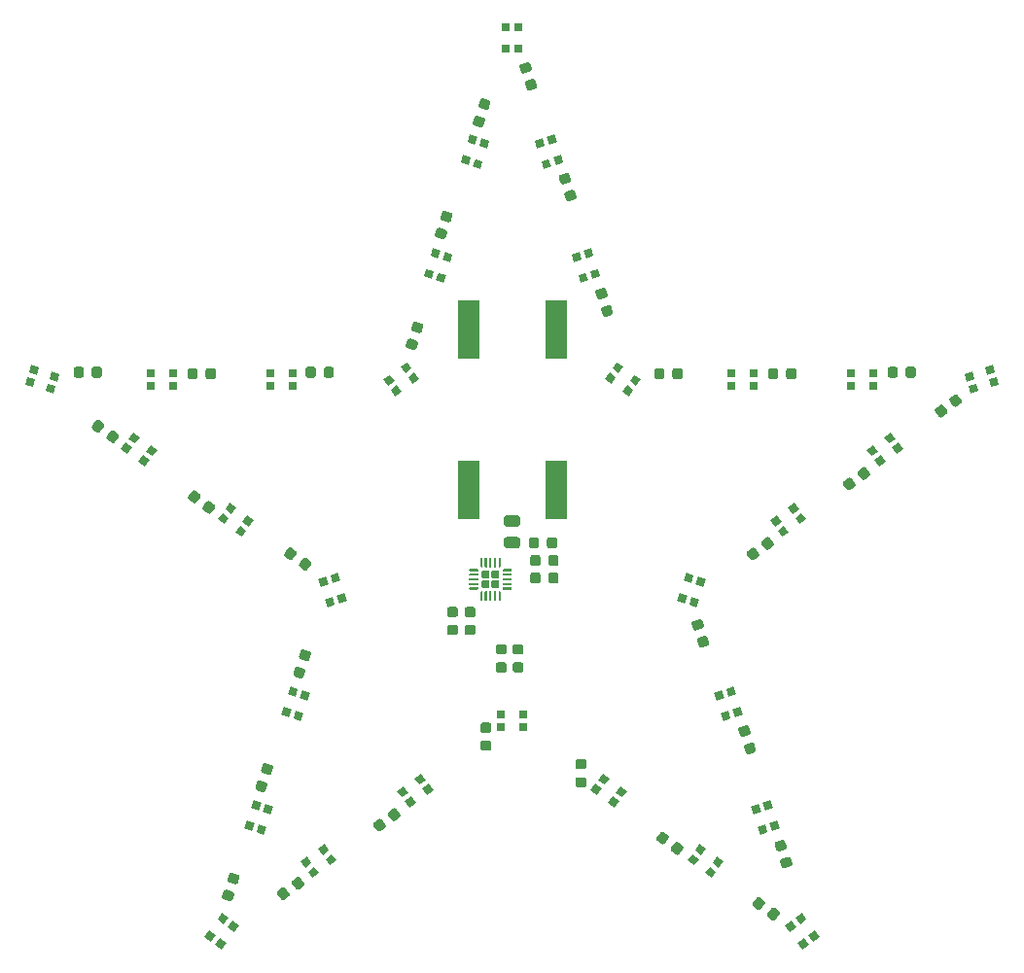
<source format=gbr>
G04 #@! TF.GenerationSoftware,KiCad,Pcbnew,5.1.5*
G04 #@! TF.CreationDate,2020-04-28T21:36:49+02:00*
G04 #@! TF.ProjectId,movingstar,6d6f7669-6e67-4737-9461-722e6b696361,rev?*
G04 #@! TF.SameCoordinates,Original*
G04 #@! TF.FileFunction,Paste,Top*
G04 #@! TF.FilePolarity,Positive*
%FSLAX46Y46*%
G04 Gerber Fmt 4.6, Leading zero omitted, Abs format (unit mm)*
G04 Created by KiCad (PCBNEW 5.1.5) date 2020-04-28 21:36:49*
%MOMM*%
%LPD*%
G04 APERTURE LIST*
%ADD10R,1.930400X5.080000*%
%ADD11R,0.700000X0.700000*%
%ADD12C,0.100000*%
G04 APERTURE END LIST*
D10*
X196190000Y-96393000D03*
X203810000Y-96393000D03*
X196190000Y-82423000D03*
X203810000Y-82423000D03*
D11*
X219130000Y-86160000D03*
X219130000Y-87260000D03*
X221010000Y-86160000D03*
X221010000Y-87260000D03*
D12*
G36*
X208471687Y-121475092D02*
G01*
X208060237Y-122041404D01*
X207493925Y-121629954D01*
X207905375Y-121063642D01*
X208471687Y-121475092D01*
G37*
G36*
X207825123Y-122365010D02*
G01*
X207413673Y-122931322D01*
X206847361Y-122519872D01*
X207258811Y-121953560D01*
X207825123Y-122365010D01*
G37*
G36*
X209992639Y-122580128D02*
G01*
X209581189Y-123146440D01*
X209014877Y-122734990D01*
X209426327Y-122168678D01*
X209992639Y-122580128D01*
G37*
G36*
X209346075Y-123470046D02*
G01*
X208934625Y-124036358D01*
X208368313Y-123624908D01*
X208779763Y-123058596D01*
X209346075Y-123470046D01*
G37*
G36*
X198734408Y-104220831D02*
G01*
X198751153Y-104223315D01*
X198767574Y-104227428D01*
X198783513Y-104233131D01*
X198798816Y-104240369D01*
X198813336Y-104249071D01*
X198826933Y-104259156D01*
X198839476Y-104270524D01*
X198850844Y-104283067D01*
X198860929Y-104296664D01*
X198869631Y-104311184D01*
X198876869Y-104326487D01*
X198882572Y-104342426D01*
X198886685Y-104358847D01*
X198889169Y-104375592D01*
X198890000Y-104392500D01*
X198890000Y-104737500D01*
X198889169Y-104754408D01*
X198886685Y-104771153D01*
X198882572Y-104787574D01*
X198876869Y-104803513D01*
X198869631Y-104818816D01*
X198860929Y-104833336D01*
X198850844Y-104846933D01*
X198839476Y-104859476D01*
X198826933Y-104870844D01*
X198813336Y-104880929D01*
X198798816Y-104889631D01*
X198783513Y-104896869D01*
X198767574Y-104902572D01*
X198751153Y-104906685D01*
X198734408Y-104909169D01*
X198717500Y-104910000D01*
X198372500Y-104910000D01*
X198355592Y-104909169D01*
X198338847Y-104906685D01*
X198322426Y-104902572D01*
X198306487Y-104896869D01*
X198291184Y-104889631D01*
X198276664Y-104880929D01*
X198263067Y-104870844D01*
X198250524Y-104859476D01*
X198239156Y-104846933D01*
X198229071Y-104833336D01*
X198220369Y-104818816D01*
X198213131Y-104803513D01*
X198207428Y-104787574D01*
X198203315Y-104771153D01*
X198200831Y-104754408D01*
X198200000Y-104737500D01*
X198200000Y-104392500D01*
X198200831Y-104375592D01*
X198203315Y-104358847D01*
X198207428Y-104342426D01*
X198213131Y-104326487D01*
X198220369Y-104311184D01*
X198229071Y-104296664D01*
X198239156Y-104283067D01*
X198250524Y-104270524D01*
X198263067Y-104259156D01*
X198276664Y-104249071D01*
X198291184Y-104240369D01*
X198306487Y-104233131D01*
X198322426Y-104227428D01*
X198338847Y-104223315D01*
X198355592Y-104220831D01*
X198372500Y-104220000D01*
X198717500Y-104220000D01*
X198734408Y-104220831D01*
G37*
G36*
X198734408Y-103370831D02*
G01*
X198751153Y-103373315D01*
X198767574Y-103377428D01*
X198783513Y-103383131D01*
X198798816Y-103390369D01*
X198813336Y-103399071D01*
X198826933Y-103409156D01*
X198839476Y-103420524D01*
X198850844Y-103433067D01*
X198860929Y-103446664D01*
X198869631Y-103461184D01*
X198876869Y-103476487D01*
X198882572Y-103492426D01*
X198886685Y-103508847D01*
X198889169Y-103525592D01*
X198890000Y-103542500D01*
X198890000Y-103887500D01*
X198889169Y-103904408D01*
X198886685Y-103921153D01*
X198882572Y-103937574D01*
X198876869Y-103953513D01*
X198869631Y-103968816D01*
X198860929Y-103983336D01*
X198850844Y-103996933D01*
X198839476Y-104009476D01*
X198826933Y-104020844D01*
X198813336Y-104030929D01*
X198798816Y-104039631D01*
X198783513Y-104046869D01*
X198767574Y-104052572D01*
X198751153Y-104056685D01*
X198734408Y-104059169D01*
X198717500Y-104060000D01*
X198372500Y-104060000D01*
X198355592Y-104059169D01*
X198338847Y-104056685D01*
X198322426Y-104052572D01*
X198306487Y-104046869D01*
X198291184Y-104039631D01*
X198276664Y-104030929D01*
X198263067Y-104020844D01*
X198250524Y-104009476D01*
X198239156Y-103996933D01*
X198229071Y-103983336D01*
X198220369Y-103968816D01*
X198213131Y-103953513D01*
X198207428Y-103937574D01*
X198203315Y-103921153D01*
X198200831Y-103904408D01*
X198200000Y-103887500D01*
X198200000Y-103542500D01*
X198200831Y-103525592D01*
X198203315Y-103508847D01*
X198207428Y-103492426D01*
X198213131Y-103476487D01*
X198220369Y-103461184D01*
X198229071Y-103446664D01*
X198239156Y-103433067D01*
X198250524Y-103420524D01*
X198263067Y-103409156D01*
X198276664Y-103399071D01*
X198291184Y-103390369D01*
X198306487Y-103383131D01*
X198322426Y-103377428D01*
X198338847Y-103373315D01*
X198355592Y-103370831D01*
X198372500Y-103370000D01*
X198717500Y-103370000D01*
X198734408Y-103370831D01*
G37*
G36*
X197884408Y-104220831D02*
G01*
X197901153Y-104223315D01*
X197917574Y-104227428D01*
X197933513Y-104233131D01*
X197948816Y-104240369D01*
X197963336Y-104249071D01*
X197976933Y-104259156D01*
X197989476Y-104270524D01*
X198000844Y-104283067D01*
X198010929Y-104296664D01*
X198019631Y-104311184D01*
X198026869Y-104326487D01*
X198032572Y-104342426D01*
X198036685Y-104358847D01*
X198039169Y-104375592D01*
X198040000Y-104392500D01*
X198040000Y-104737500D01*
X198039169Y-104754408D01*
X198036685Y-104771153D01*
X198032572Y-104787574D01*
X198026869Y-104803513D01*
X198019631Y-104818816D01*
X198010929Y-104833336D01*
X198000844Y-104846933D01*
X197989476Y-104859476D01*
X197976933Y-104870844D01*
X197963336Y-104880929D01*
X197948816Y-104889631D01*
X197933513Y-104896869D01*
X197917574Y-104902572D01*
X197901153Y-104906685D01*
X197884408Y-104909169D01*
X197867500Y-104910000D01*
X197522500Y-104910000D01*
X197505592Y-104909169D01*
X197488847Y-104906685D01*
X197472426Y-104902572D01*
X197456487Y-104896869D01*
X197441184Y-104889631D01*
X197426664Y-104880929D01*
X197413067Y-104870844D01*
X197400524Y-104859476D01*
X197389156Y-104846933D01*
X197379071Y-104833336D01*
X197370369Y-104818816D01*
X197363131Y-104803513D01*
X197357428Y-104787574D01*
X197353315Y-104771153D01*
X197350831Y-104754408D01*
X197350000Y-104737500D01*
X197350000Y-104392500D01*
X197350831Y-104375592D01*
X197353315Y-104358847D01*
X197357428Y-104342426D01*
X197363131Y-104326487D01*
X197370369Y-104311184D01*
X197379071Y-104296664D01*
X197389156Y-104283067D01*
X197400524Y-104270524D01*
X197413067Y-104259156D01*
X197426664Y-104249071D01*
X197441184Y-104240369D01*
X197456487Y-104233131D01*
X197472426Y-104227428D01*
X197488847Y-104223315D01*
X197505592Y-104220831D01*
X197522500Y-104220000D01*
X197867500Y-104220000D01*
X197884408Y-104220831D01*
G37*
G36*
X197884408Y-103370831D02*
G01*
X197901153Y-103373315D01*
X197917574Y-103377428D01*
X197933513Y-103383131D01*
X197948816Y-103390369D01*
X197963336Y-103399071D01*
X197976933Y-103409156D01*
X197989476Y-103420524D01*
X198000844Y-103433067D01*
X198010929Y-103446664D01*
X198019631Y-103461184D01*
X198026869Y-103476487D01*
X198032572Y-103492426D01*
X198036685Y-103508847D01*
X198039169Y-103525592D01*
X198040000Y-103542500D01*
X198040000Y-103887500D01*
X198039169Y-103904408D01*
X198036685Y-103921153D01*
X198032572Y-103937574D01*
X198026869Y-103953513D01*
X198019631Y-103968816D01*
X198010929Y-103983336D01*
X198000844Y-103996933D01*
X197989476Y-104009476D01*
X197976933Y-104020844D01*
X197963336Y-104030929D01*
X197948816Y-104039631D01*
X197933513Y-104046869D01*
X197917574Y-104052572D01*
X197901153Y-104056685D01*
X197884408Y-104059169D01*
X197867500Y-104060000D01*
X197522500Y-104060000D01*
X197505592Y-104059169D01*
X197488847Y-104056685D01*
X197472426Y-104052572D01*
X197456487Y-104046869D01*
X197441184Y-104039631D01*
X197426664Y-104030929D01*
X197413067Y-104020844D01*
X197400524Y-104009476D01*
X197389156Y-103996933D01*
X197379071Y-103983336D01*
X197370369Y-103968816D01*
X197363131Y-103953513D01*
X197357428Y-103937574D01*
X197353315Y-103921153D01*
X197350831Y-103904408D01*
X197350000Y-103887500D01*
X197350000Y-103542500D01*
X197350831Y-103525592D01*
X197353315Y-103508847D01*
X197357428Y-103492426D01*
X197363131Y-103476487D01*
X197370369Y-103461184D01*
X197379071Y-103446664D01*
X197389156Y-103433067D01*
X197400524Y-103420524D01*
X197413067Y-103409156D01*
X197426664Y-103399071D01*
X197441184Y-103390369D01*
X197456487Y-103383131D01*
X197472426Y-103377428D01*
X197488847Y-103373315D01*
X197505592Y-103370831D01*
X197522500Y-103370000D01*
X197867500Y-103370000D01*
X197884408Y-103370831D01*
G37*
G36*
X199260956Y-105039039D02*
G01*
X199251577Y-105036194D01*
X199242932Y-105031573D01*
X199235356Y-105025355D01*
X199184645Y-104974644D01*
X199178427Y-104967068D01*
X199173806Y-104958423D01*
X199170961Y-104949044D01*
X199170000Y-104939289D01*
X199170000Y-104890000D01*
X199170961Y-104880245D01*
X199173806Y-104870866D01*
X199178427Y-104862221D01*
X199184645Y-104854645D01*
X199192221Y-104848427D01*
X199200866Y-104843806D01*
X199210245Y-104840961D01*
X199220000Y-104840000D01*
X199920000Y-104840000D01*
X199929755Y-104840961D01*
X199939134Y-104843806D01*
X199947779Y-104848427D01*
X199955355Y-104854645D01*
X199961573Y-104862221D01*
X199966194Y-104870866D01*
X199969039Y-104880245D01*
X199970000Y-104890000D01*
X199970000Y-104990000D01*
X199969039Y-104999755D01*
X199966194Y-105009134D01*
X199961573Y-105017779D01*
X199955355Y-105025355D01*
X199947779Y-105031573D01*
X199939134Y-105036194D01*
X199929755Y-105039039D01*
X199920000Y-105040000D01*
X199270711Y-105040000D01*
X199260956Y-105039039D01*
G37*
G36*
X199924901Y-104440241D02*
G01*
X199929755Y-104440961D01*
X199934514Y-104442153D01*
X199939134Y-104443806D01*
X199943570Y-104445904D01*
X199947779Y-104448427D01*
X199951720Y-104451349D01*
X199955355Y-104454645D01*
X199958651Y-104458280D01*
X199961573Y-104462221D01*
X199964096Y-104466430D01*
X199966194Y-104470866D01*
X199967847Y-104475486D01*
X199969039Y-104480245D01*
X199969759Y-104485099D01*
X199970000Y-104490000D01*
X199970000Y-104590000D01*
X199969759Y-104594901D01*
X199969039Y-104599755D01*
X199967847Y-104604514D01*
X199966194Y-104609134D01*
X199964096Y-104613570D01*
X199961573Y-104617779D01*
X199958651Y-104621720D01*
X199955355Y-104625355D01*
X199951720Y-104628651D01*
X199947779Y-104631573D01*
X199943570Y-104634096D01*
X199939134Y-104636194D01*
X199934514Y-104637847D01*
X199929755Y-104639039D01*
X199924901Y-104639759D01*
X199920000Y-104640000D01*
X199220000Y-104640000D01*
X199215099Y-104639759D01*
X199210245Y-104639039D01*
X199205486Y-104637847D01*
X199200866Y-104636194D01*
X199196430Y-104634096D01*
X199192221Y-104631573D01*
X199188280Y-104628651D01*
X199184645Y-104625355D01*
X199181349Y-104621720D01*
X199178427Y-104617779D01*
X199175904Y-104613570D01*
X199173806Y-104609134D01*
X199172153Y-104604514D01*
X199170961Y-104599755D01*
X199170241Y-104594901D01*
X199170000Y-104590000D01*
X199170000Y-104490000D01*
X199170241Y-104485099D01*
X199170961Y-104480245D01*
X199172153Y-104475486D01*
X199173806Y-104470866D01*
X199175904Y-104466430D01*
X199178427Y-104462221D01*
X199181349Y-104458280D01*
X199184645Y-104454645D01*
X199188280Y-104451349D01*
X199192221Y-104448427D01*
X199196430Y-104445904D01*
X199200866Y-104443806D01*
X199205486Y-104442153D01*
X199210245Y-104440961D01*
X199215099Y-104440241D01*
X199220000Y-104440000D01*
X199920000Y-104440000D01*
X199924901Y-104440241D01*
G37*
G36*
X199924901Y-104040241D02*
G01*
X199929755Y-104040961D01*
X199934514Y-104042153D01*
X199939134Y-104043806D01*
X199943570Y-104045904D01*
X199947779Y-104048427D01*
X199951720Y-104051349D01*
X199955355Y-104054645D01*
X199958651Y-104058280D01*
X199961573Y-104062221D01*
X199964096Y-104066430D01*
X199966194Y-104070866D01*
X199967847Y-104075486D01*
X199969039Y-104080245D01*
X199969759Y-104085099D01*
X199970000Y-104090000D01*
X199970000Y-104190000D01*
X199969759Y-104194901D01*
X199969039Y-104199755D01*
X199967847Y-104204514D01*
X199966194Y-104209134D01*
X199964096Y-104213570D01*
X199961573Y-104217779D01*
X199958651Y-104221720D01*
X199955355Y-104225355D01*
X199951720Y-104228651D01*
X199947779Y-104231573D01*
X199943570Y-104234096D01*
X199939134Y-104236194D01*
X199934514Y-104237847D01*
X199929755Y-104239039D01*
X199924901Y-104239759D01*
X199920000Y-104240000D01*
X199220000Y-104240000D01*
X199215099Y-104239759D01*
X199210245Y-104239039D01*
X199205486Y-104237847D01*
X199200866Y-104236194D01*
X199196430Y-104234096D01*
X199192221Y-104231573D01*
X199188280Y-104228651D01*
X199184645Y-104225355D01*
X199181349Y-104221720D01*
X199178427Y-104217779D01*
X199175904Y-104213570D01*
X199173806Y-104209134D01*
X199172153Y-104204514D01*
X199170961Y-104199755D01*
X199170241Y-104194901D01*
X199170000Y-104190000D01*
X199170000Y-104090000D01*
X199170241Y-104085099D01*
X199170961Y-104080245D01*
X199172153Y-104075486D01*
X199173806Y-104070866D01*
X199175904Y-104066430D01*
X199178427Y-104062221D01*
X199181349Y-104058280D01*
X199184645Y-104054645D01*
X199188280Y-104051349D01*
X199192221Y-104048427D01*
X199196430Y-104045904D01*
X199200866Y-104043806D01*
X199205486Y-104042153D01*
X199210245Y-104040961D01*
X199215099Y-104040241D01*
X199220000Y-104040000D01*
X199920000Y-104040000D01*
X199924901Y-104040241D01*
G37*
G36*
X199924901Y-103640241D02*
G01*
X199929755Y-103640961D01*
X199934514Y-103642153D01*
X199939134Y-103643806D01*
X199943570Y-103645904D01*
X199947779Y-103648427D01*
X199951720Y-103651349D01*
X199955355Y-103654645D01*
X199958651Y-103658280D01*
X199961573Y-103662221D01*
X199964096Y-103666430D01*
X199966194Y-103670866D01*
X199967847Y-103675486D01*
X199969039Y-103680245D01*
X199969759Y-103685099D01*
X199970000Y-103690000D01*
X199970000Y-103790000D01*
X199969759Y-103794901D01*
X199969039Y-103799755D01*
X199967847Y-103804514D01*
X199966194Y-103809134D01*
X199964096Y-103813570D01*
X199961573Y-103817779D01*
X199958651Y-103821720D01*
X199955355Y-103825355D01*
X199951720Y-103828651D01*
X199947779Y-103831573D01*
X199943570Y-103834096D01*
X199939134Y-103836194D01*
X199934514Y-103837847D01*
X199929755Y-103839039D01*
X199924901Y-103839759D01*
X199920000Y-103840000D01*
X199220000Y-103840000D01*
X199215099Y-103839759D01*
X199210245Y-103839039D01*
X199205486Y-103837847D01*
X199200866Y-103836194D01*
X199196430Y-103834096D01*
X199192221Y-103831573D01*
X199188280Y-103828651D01*
X199184645Y-103825355D01*
X199181349Y-103821720D01*
X199178427Y-103817779D01*
X199175904Y-103813570D01*
X199173806Y-103809134D01*
X199172153Y-103804514D01*
X199170961Y-103799755D01*
X199170241Y-103794901D01*
X199170000Y-103790000D01*
X199170000Y-103690000D01*
X199170241Y-103685099D01*
X199170961Y-103680245D01*
X199172153Y-103675486D01*
X199173806Y-103670866D01*
X199175904Y-103666430D01*
X199178427Y-103662221D01*
X199181349Y-103658280D01*
X199184645Y-103654645D01*
X199188280Y-103651349D01*
X199192221Y-103648427D01*
X199196430Y-103645904D01*
X199200866Y-103643806D01*
X199205486Y-103642153D01*
X199210245Y-103640961D01*
X199215099Y-103640241D01*
X199220000Y-103640000D01*
X199920000Y-103640000D01*
X199924901Y-103640241D01*
G37*
G36*
X199210245Y-103439039D02*
G01*
X199200866Y-103436194D01*
X199192221Y-103431573D01*
X199184645Y-103425355D01*
X199178427Y-103417779D01*
X199173806Y-103409134D01*
X199170961Y-103399755D01*
X199170000Y-103390000D01*
X199170000Y-103340711D01*
X199170961Y-103330956D01*
X199173806Y-103321577D01*
X199178427Y-103312932D01*
X199184645Y-103305356D01*
X199235356Y-103254645D01*
X199242932Y-103248427D01*
X199251577Y-103243806D01*
X199260956Y-103240961D01*
X199270711Y-103240000D01*
X199920000Y-103240000D01*
X199929755Y-103240961D01*
X199939134Y-103243806D01*
X199947779Y-103248427D01*
X199955355Y-103254645D01*
X199961573Y-103262221D01*
X199966194Y-103270866D01*
X199969039Y-103280245D01*
X199970000Y-103290000D01*
X199970000Y-103390000D01*
X199969039Y-103399755D01*
X199966194Y-103409134D01*
X199961573Y-103417779D01*
X199955355Y-103425355D01*
X199947779Y-103431573D01*
X199939134Y-103436194D01*
X199929755Y-103439039D01*
X199920000Y-103440000D01*
X199220000Y-103440000D01*
X199210245Y-103439039D01*
G37*
G36*
X198860245Y-103089039D02*
G01*
X198850866Y-103086194D01*
X198842221Y-103081573D01*
X198834645Y-103075355D01*
X198828427Y-103067779D01*
X198823806Y-103059134D01*
X198820961Y-103049755D01*
X198820000Y-103040000D01*
X198820000Y-102340000D01*
X198820961Y-102330245D01*
X198823806Y-102320866D01*
X198828427Y-102312221D01*
X198834645Y-102304645D01*
X198842221Y-102298427D01*
X198850866Y-102293806D01*
X198860245Y-102290961D01*
X198870000Y-102290000D01*
X198970000Y-102290000D01*
X198979755Y-102290961D01*
X198989134Y-102293806D01*
X198997779Y-102298427D01*
X199005355Y-102304645D01*
X199011573Y-102312221D01*
X199016194Y-102320866D01*
X199019039Y-102330245D01*
X199020000Y-102340000D01*
X199020000Y-102989289D01*
X199019039Y-102999044D01*
X199016194Y-103008423D01*
X199011573Y-103017068D01*
X199005355Y-103024644D01*
X198954644Y-103075355D01*
X198947068Y-103081573D01*
X198938423Y-103086194D01*
X198929044Y-103089039D01*
X198919289Y-103090000D01*
X198870000Y-103090000D01*
X198860245Y-103089039D01*
G37*
G36*
X198574901Y-102290241D02*
G01*
X198579755Y-102290961D01*
X198584514Y-102292153D01*
X198589134Y-102293806D01*
X198593570Y-102295904D01*
X198597779Y-102298427D01*
X198601720Y-102301349D01*
X198605355Y-102304645D01*
X198608651Y-102308280D01*
X198611573Y-102312221D01*
X198614096Y-102316430D01*
X198616194Y-102320866D01*
X198617847Y-102325486D01*
X198619039Y-102330245D01*
X198619759Y-102335099D01*
X198620000Y-102340000D01*
X198620000Y-103040000D01*
X198619759Y-103044901D01*
X198619039Y-103049755D01*
X198617847Y-103054514D01*
X198616194Y-103059134D01*
X198614096Y-103063570D01*
X198611573Y-103067779D01*
X198608651Y-103071720D01*
X198605355Y-103075355D01*
X198601720Y-103078651D01*
X198597779Y-103081573D01*
X198593570Y-103084096D01*
X198589134Y-103086194D01*
X198584514Y-103087847D01*
X198579755Y-103089039D01*
X198574901Y-103089759D01*
X198570000Y-103090000D01*
X198470000Y-103090000D01*
X198465099Y-103089759D01*
X198460245Y-103089039D01*
X198455486Y-103087847D01*
X198450866Y-103086194D01*
X198446430Y-103084096D01*
X198442221Y-103081573D01*
X198438280Y-103078651D01*
X198434645Y-103075355D01*
X198431349Y-103071720D01*
X198428427Y-103067779D01*
X198425904Y-103063570D01*
X198423806Y-103059134D01*
X198422153Y-103054514D01*
X198420961Y-103049755D01*
X198420241Y-103044901D01*
X198420000Y-103040000D01*
X198420000Y-102340000D01*
X198420241Y-102335099D01*
X198420961Y-102330245D01*
X198422153Y-102325486D01*
X198423806Y-102320866D01*
X198425904Y-102316430D01*
X198428427Y-102312221D01*
X198431349Y-102308280D01*
X198434645Y-102304645D01*
X198438280Y-102301349D01*
X198442221Y-102298427D01*
X198446430Y-102295904D01*
X198450866Y-102293806D01*
X198455486Y-102292153D01*
X198460245Y-102290961D01*
X198465099Y-102290241D01*
X198470000Y-102290000D01*
X198570000Y-102290000D01*
X198574901Y-102290241D01*
G37*
G36*
X198174901Y-102290241D02*
G01*
X198179755Y-102290961D01*
X198184514Y-102292153D01*
X198189134Y-102293806D01*
X198193570Y-102295904D01*
X198197779Y-102298427D01*
X198201720Y-102301349D01*
X198205355Y-102304645D01*
X198208651Y-102308280D01*
X198211573Y-102312221D01*
X198214096Y-102316430D01*
X198216194Y-102320866D01*
X198217847Y-102325486D01*
X198219039Y-102330245D01*
X198219759Y-102335099D01*
X198220000Y-102340000D01*
X198220000Y-103040000D01*
X198219759Y-103044901D01*
X198219039Y-103049755D01*
X198217847Y-103054514D01*
X198216194Y-103059134D01*
X198214096Y-103063570D01*
X198211573Y-103067779D01*
X198208651Y-103071720D01*
X198205355Y-103075355D01*
X198201720Y-103078651D01*
X198197779Y-103081573D01*
X198193570Y-103084096D01*
X198189134Y-103086194D01*
X198184514Y-103087847D01*
X198179755Y-103089039D01*
X198174901Y-103089759D01*
X198170000Y-103090000D01*
X198070000Y-103090000D01*
X198065099Y-103089759D01*
X198060245Y-103089039D01*
X198055486Y-103087847D01*
X198050866Y-103086194D01*
X198046430Y-103084096D01*
X198042221Y-103081573D01*
X198038280Y-103078651D01*
X198034645Y-103075355D01*
X198031349Y-103071720D01*
X198028427Y-103067779D01*
X198025904Y-103063570D01*
X198023806Y-103059134D01*
X198022153Y-103054514D01*
X198020961Y-103049755D01*
X198020241Y-103044901D01*
X198020000Y-103040000D01*
X198020000Y-102340000D01*
X198020241Y-102335099D01*
X198020961Y-102330245D01*
X198022153Y-102325486D01*
X198023806Y-102320866D01*
X198025904Y-102316430D01*
X198028427Y-102312221D01*
X198031349Y-102308280D01*
X198034645Y-102304645D01*
X198038280Y-102301349D01*
X198042221Y-102298427D01*
X198046430Y-102295904D01*
X198050866Y-102293806D01*
X198055486Y-102292153D01*
X198060245Y-102290961D01*
X198065099Y-102290241D01*
X198070000Y-102290000D01*
X198170000Y-102290000D01*
X198174901Y-102290241D01*
G37*
G36*
X197774901Y-102290241D02*
G01*
X197779755Y-102290961D01*
X197784514Y-102292153D01*
X197789134Y-102293806D01*
X197793570Y-102295904D01*
X197797779Y-102298427D01*
X197801720Y-102301349D01*
X197805355Y-102304645D01*
X197808651Y-102308280D01*
X197811573Y-102312221D01*
X197814096Y-102316430D01*
X197816194Y-102320866D01*
X197817847Y-102325486D01*
X197819039Y-102330245D01*
X197819759Y-102335099D01*
X197820000Y-102340000D01*
X197820000Y-103040000D01*
X197819759Y-103044901D01*
X197819039Y-103049755D01*
X197817847Y-103054514D01*
X197816194Y-103059134D01*
X197814096Y-103063570D01*
X197811573Y-103067779D01*
X197808651Y-103071720D01*
X197805355Y-103075355D01*
X197801720Y-103078651D01*
X197797779Y-103081573D01*
X197793570Y-103084096D01*
X197789134Y-103086194D01*
X197784514Y-103087847D01*
X197779755Y-103089039D01*
X197774901Y-103089759D01*
X197770000Y-103090000D01*
X197670000Y-103090000D01*
X197665099Y-103089759D01*
X197660245Y-103089039D01*
X197655486Y-103087847D01*
X197650866Y-103086194D01*
X197646430Y-103084096D01*
X197642221Y-103081573D01*
X197638280Y-103078651D01*
X197634645Y-103075355D01*
X197631349Y-103071720D01*
X197628427Y-103067779D01*
X197625904Y-103063570D01*
X197623806Y-103059134D01*
X197622153Y-103054514D01*
X197620961Y-103049755D01*
X197620241Y-103044901D01*
X197620000Y-103040000D01*
X197620000Y-102340000D01*
X197620241Y-102335099D01*
X197620961Y-102330245D01*
X197622153Y-102325486D01*
X197623806Y-102320866D01*
X197625904Y-102316430D01*
X197628427Y-102312221D01*
X197631349Y-102308280D01*
X197634645Y-102304645D01*
X197638280Y-102301349D01*
X197642221Y-102298427D01*
X197646430Y-102295904D01*
X197650866Y-102293806D01*
X197655486Y-102292153D01*
X197660245Y-102290961D01*
X197665099Y-102290241D01*
X197670000Y-102290000D01*
X197770000Y-102290000D01*
X197774901Y-102290241D01*
G37*
G36*
X197310956Y-103089039D02*
G01*
X197301577Y-103086194D01*
X197292932Y-103081573D01*
X197285356Y-103075355D01*
X197234645Y-103024644D01*
X197228427Y-103017068D01*
X197223806Y-103008423D01*
X197220961Y-102999044D01*
X197220000Y-102989289D01*
X197220000Y-102340000D01*
X197220961Y-102330245D01*
X197223806Y-102320866D01*
X197228427Y-102312221D01*
X197234645Y-102304645D01*
X197242221Y-102298427D01*
X197250866Y-102293806D01*
X197260245Y-102290961D01*
X197270000Y-102290000D01*
X197370000Y-102290000D01*
X197379755Y-102290961D01*
X197389134Y-102293806D01*
X197397779Y-102298427D01*
X197405355Y-102304645D01*
X197411573Y-102312221D01*
X197416194Y-102320866D01*
X197419039Y-102330245D01*
X197420000Y-102340000D01*
X197420000Y-103040000D01*
X197419039Y-103049755D01*
X197416194Y-103059134D01*
X197411573Y-103067779D01*
X197405355Y-103075355D01*
X197397779Y-103081573D01*
X197389134Y-103086194D01*
X197379755Y-103089039D01*
X197370000Y-103090000D01*
X197320711Y-103090000D01*
X197310956Y-103089039D01*
G37*
G36*
X196310245Y-103439039D02*
G01*
X196300866Y-103436194D01*
X196292221Y-103431573D01*
X196284645Y-103425355D01*
X196278427Y-103417779D01*
X196273806Y-103409134D01*
X196270961Y-103399755D01*
X196270000Y-103390000D01*
X196270000Y-103290000D01*
X196270961Y-103280245D01*
X196273806Y-103270866D01*
X196278427Y-103262221D01*
X196284645Y-103254645D01*
X196292221Y-103248427D01*
X196300866Y-103243806D01*
X196310245Y-103240961D01*
X196320000Y-103240000D01*
X196969289Y-103240000D01*
X196979044Y-103240961D01*
X196988423Y-103243806D01*
X196997068Y-103248427D01*
X197004644Y-103254645D01*
X197055355Y-103305356D01*
X197061573Y-103312932D01*
X197066194Y-103321577D01*
X197069039Y-103330956D01*
X197070000Y-103340711D01*
X197070000Y-103390000D01*
X197069039Y-103399755D01*
X197066194Y-103409134D01*
X197061573Y-103417779D01*
X197055355Y-103425355D01*
X197047779Y-103431573D01*
X197039134Y-103436194D01*
X197029755Y-103439039D01*
X197020000Y-103440000D01*
X196320000Y-103440000D01*
X196310245Y-103439039D01*
G37*
G36*
X197024901Y-103640241D02*
G01*
X197029755Y-103640961D01*
X197034514Y-103642153D01*
X197039134Y-103643806D01*
X197043570Y-103645904D01*
X197047779Y-103648427D01*
X197051720Y-103651349D01*
X197055355Y-103654645D01*
X197058651Y-103658280D01*
X197061573Y-103662221D01*
X197064096Y-103666430D01*
X197066194Y-103670866D01*
X197067847Y-103675486D01*
X197069039Y-103680245D01*
X197069759Y-103685099D01*
X197070000Y-103690000D01*
X197070000Y-103790000D01*
X197069759Y-103794901D01*
X197069039Y-103799755D01*
X197067847Y-103804514D01*
X197066194Y-103809134D01*
X197064096Y-103813570D01*
X197061573Y-103817779D01*
X197058651Y-103821720D01*
X197055355Y-103825355D01*
X197051720Y-103828651D01*
X197047779Y-103831573D01*
X197043570Y-103834096D01*
X197039134Y-103836194D01*
X197034514Y-103837847D01*
X197029755Y-103839039D01*
X197024901Y-103839759D01*
X197020000Y-103840000D01*
X196320000Y-103840000D01*
X196315099Y-103839759D01*
X196310245Y-103839039D01*
X196305486Y-103837847D01*
X196300866Y-103836194D01*
X196296430Y-103834096D01*
X196292221Y-103831573D01*
X196288280Y-103828651D01*
X196284645Y-103825355D01*
X196281349Y-103821720D01*
X196278427Y-103817779D01*
X196275904Y-103813570D01*
X196273806Y-103809134D01*
X196272153Y-103804514D01*
X196270961Y-103799755D01*
X196270241Y-103794901D01*
X196270000Y-103790000D01*
X196270000Y-103690000D01*
X196270241Y-103685099D01*
X196270961Y-103680245D01*
X196272153Y-103675486D01*
X196273806Y-103670866D01*
X196275904Y-103666430D01*
X196278427Y-103662221D01*
X196281349Y-103658280D01*
X196284645Y-103654645D01*
X196288280Y-103651349D01*
X196292221Y-103648427D01*
X196296430Y-103645904D01*
X196300866Y-103643806D01*
X196305486Y-103642153D01*
X196310245Y-103640961D01*
X196315099Y-103640241D01*
X196320000Y-103640000D01*
X197020000Y-103640000D01*
X197024901Y-103640241D01*
G37*
G36*
X197024901Y-104040241D02*
G01*
X197029755Y-104040961D01*
X197034514Y-104042153D01*
X197039134Y-104043806D01*
X197043570Y-104045904D01*
X197047779Y-104048427D01*
X197051720Y-104051349D01*
X197055355Y-104054645D01*
X197058651Y-104058280D01*
X197061573Y-104062221D01*
X197064096Y-104066430D01*
X197066194Y-104070866D01*
X197067847Y-104075486D01*
X197069039Y-104080245D01*
X197069759Y-104085099D01*
X197070000Y-104090000D01*
X197070000Y-104190000D01*
X197069759Y-104194901D01*
X197069039Y-104199755D01*
X197067847Y-104204514D01*
X197066194Y-104209134D01*
X197064096Y-104213570D01*
X197061573Y-104217779D01*
X197058651Y-104221720D01*
X197055355Y-104225355D01*
X197051720Y-104228651D01*
X197047779Y-104231573D01*
X197043570Y-104234096D01*
X197039134Y-104236194D01*
X197034514Y-104237847D01*
X197029755Y-104239039D01*
X197024901Y-104239759D01*
X197020000Y-104240000D01*
X196320000Y-104240000D01*
X196315099Y-104239759D01*
X196310245Y-104239039D01*
X196305486Y-104237847D01*
X196300866Y-104236194D01*
X196296430Y-104234096D01*
X196292221Y-104231573D01*
X196288280Y-104228651D01*
X196284645Y-104225355D01*
X196281349Y-104221720D01*
X196278427Y-104217779D01*
X196275904Y-104213570D01*
X196273806Y-104209134D01*
X196272153Y-104204514D01*
X196270961Y-104199755D01*
X196270241Y-104194901D01*
X196270000Y-104190000D01*
X196270000Y-104090000D01*
X196270241Y-104085099D01*
X196270961Y-104080245D01*
X196272153Y-104075486D01*
X196273806Y-104070866D01*
X196275904Y-104066430D01*
X196278427Y-104062221D01*
X196281349Y-104058280D01*
X196284645Y-104054645D01*
X196288280Y-104051349D01*
X196292221Y-104048427D01*
X196296430Y-104045904D01*
X196300866Y-104043806D01*
X196305486Y-104042153D01*
X196310245Y-104040961D01*
X196315099Y-104040241D01*
X196320000Y-104040000D01*
X197020000Y-104040000D01*
X197024901Y-104040241D01*
G37*
G36*
X197024901Y-104440241D02*
G01*
X197029755Y-104440961D01*
X197034514Y-104442153D01*
X197039134Y-104443806D01*
X197043570Y-104445904D01*
X197047779Y-104448427D01*
X197051720Y-104451349D01*
X197055355Y-104454645D01*
X197058651Y-104458280D01*
X197061573Y-104462221D01*
X197064096Y-104466430D01*
X197066194Y-104470866D01*
X197067847Y-104475486D01*
X197069039Y-104480245D01*
X197069759Y-104485099D01*
X197070000Y-104490000D01*
X197070000Y-104590000D01*
X197069759Y-104594901D01*
X197069039Y-104599755D01*
X197067847Y-104604514D01*
X197066194Y-104609134D01*
X197064096Y-104613570D01*
X197061573Y-104617779D01*
X197058651Y-104621720D01*
X197055355Y-104625355D01*
X197051720Y-104628651D01*
X197047779Y-104631573D01*
X197043570Y-104634096D01*
X197039134Y-104636194D01*
X197034514Y-104637847D01*
X197029755Y-104639039D01*
X197024901Y-104639759D01*
X197020000Y-104640000D01*
X196320000Y-104640000D01*
X196315099Y-104639759D01*
X196310245Y-104639039D01*
X196305486Y-104637847D01*
X196300866Y-104636194D01*
X196296430Y-104634096D01*
X196292221Y-104631573D01*
X196288280Y-104628651D01*
X196284645Y-104625355D01*
X196281349Y-104621720D01*
X196278427Y-104617779D01*
X196275904Y-104613570D01*
X196273806Y-104609134D01*
X196272153Y-104604514D01*
X196270961Y-104599755D01*
X196270241Y-104594901D01*
X196270000Y-104590000D01*
X196270000Y-104490000D01*
X196270241Y-104485099D01*
X196270961Y-104480245D01*
X196272153Y-104475486D01*
X196273806Y-104470866D01*
X196275904Y-104466430D01*
X196278427Y-104462221D01*
X196281349Y-104458280D01*
X196284645Y-104454645D01*
X196288280Y-104451349D01*
X196292221Y-104448427D01*
X196296430Y-104445904D01*
X196300866Y-104443806D01*
X196305486Y-104442153D01*
X196310245Y-104440961D01*
X196315099Y-104440241D01*
X196320000Y-104440000D01*
X197020000Y-104440000D01*
X197024901Y-104440241D01*
G37*
G36*
X196310245Y-105039039D02*
G01*
X196300866Y-105036194D01*
X196292221Y-105031573D01*
X196284645Y-105025355D01*
X196278427Y-105017779D01*
X196273806Y-105009134D01*
X196270961Y-104999755D01*
X196270000Y-104990000D01*
X196270000Y-104890000D01*
X196270961Y-104880245D01*
X196273806Y-104870866D01*
X196278427Y-104862221D01*
X196284645Y-104854645D01*
X196292221Y-104848427D01*
X196300866Y-104843806D01*
X196310245Y-104840961D01*
X196320000Y-104840000D01*
X197020000Y-104840000D01*
X197029755Y-104840961D01*
X197039134Y-104843806D01*
X197047779Y-104848427D01*
X197055355Y-104854645D01*
X197061573Y-104862221D01*
X197066194Y-104870866D01*
X197069039Y-104880245D01*
X197070000Y-104890000D01*
X197070000Y-104939289D01*
X197069039Y-104949044D01*
X197066194Y-104958423D01*
X197061573Y-104967068D01*
X197055355Y-104974644D01*
X197004644Y-105025355D01*
X196997068Y-105031573D01*
X196988423Y-105036194D01*
X196979044Y-105039039D01*
X196969289Y-105040000D01*
X196320000Y-105040000D01*
X196310245Y-105039039D01*
G37*
G36*
X197260245Y-105989039D02*
G01*
X197250866Y-105986194D01*
X197242221Y-105981573D01*
X197234645Y-105975355D01*
X197228427Y-105967779D01*
X197223806Y-105959134D01*
X197220961Y-105949755D01*
X197220000Y-105940000D01*
X197220000Y-105290711D01*
X197220961Y-105280956D01*
X197223806Y-105271577D01*
X197228427Y-105262932D01*
X197234645Y-105255356D01*
X197285356Y-105204645D01*
X197292932Y-105198427D01*
X197301577Y-105193806D01*
X197310956Y-105190961D01*
X197320711Y-105190000D01*
X197370000Y-105190000D01*
X197379755Y-105190961D01*
X197389134Y-105193806D01*
X197397779Y-105198427D01*
X197405355Y-105204645D01*
X197411573Y-105212221D01*
X197416194Y-105220866D01*
X197419039Y-105230245D01*
X197420000Y-105240000D01*
X197420000Y-105940000D01*
X197419039Y-105949755D01*
X197416194Y-105959134D01*
X197411573Y-105967779D01*
X197405355Y-105975355D01*
X197397779Y-105981573D01*
X197389134Y-105986194D01*
X197379755Y-105989039D01*
X197370000Y-105990000D01*
X197270000Y-105990000D01*
X197260245Y-105989039D01*
G37*
G36*
X197774901Y-105190241D02*
G01*
X197779755Y-105190961D01*
X197784514Y-105192153D01*
X197789134Y-105193806D01*
X197793570Y-105195904D01*
X197797779Y-105198427D01*
X197801720Y-105201349D01*
X197805355Y-105204645D01*
X197808651Y-105208280D01*
X197811573Y-105212221D01*
X197814096Y-105216430D01*
X197816194Y-105220866D01*
X197817847Y-105225486D01*
X197819039Y-105230245D01*
X197819759Y-105235099D01*
X197820000Y-105240000D01*
X197820000Y-105940000D01*
X197819759Y-105944901D01*
X197819039Y-105949755D01*
X197817847Y-105954514D01*
X197816194Y-105959134D01*
X197814096Y-105963570D01*
X197811573Y-105967779D01*
X197808651Y-105971720D01*
X197805355Y-105975355D01*
X197801720Y-105978651D01*
X197797779Y-105981573D01*
X197793570Y-105984096D01*
X197789134Y-105986194D01*
X197784514Y-105987847D01*
X197779755Y-105989039D01*
X197774901Y-105989759D01*
X197770000Y-105990000D01*
X197670000Y-105990000D01*
X197665099Y-105989759D01*
X197660245Y-105989039D01*
X197655486Y-105987847D01*
X197650866Y-105986194D01*
X197646430Y-105984096D01*
X197642221Y-105981573D01*
X197638280Y-105978651D01*
X197634645Y-105975355D01*
X197631349Y-105971720D01*
X197628427Y-105967779D01*
X197625904Y-105963570D01*
X197623806Y-105959134D01*
X197622153Y-105954514D01*
X197620961Y-105949755D01*
X197620241Y-105944901D01*
X197620000Y-105940000D01*
X197620000Y-105240000D01*
X197620241Y-105235099D01*
X197620961Y-105230245D01*
X197622153Y-105225486D01*
X197623806Y-105220866D01*
X197625904Y-105216430D01*
X197628427Y-105212221D01*
X197631349Y-105208280D01*
X197634645Y-105204645D01*
X197638280Y-105201349D01*
X197642221Y-105198427D01*
X197646430Y-105195904D01*
X197650866Y-105193806D01*
X197655486Y-105192153D01*
X197660245Y-105190961D01*
X197665099Y-105190241D01*
X197670000Y-105190000D01*
X197770000Y-105190000D01*
X197774901Y-105190241D01*
G37*
G36*
X198174901Y-105190241D02*
G01*
X198179755Y-105190961D01*
X198184514Y-105192153D01*
X198189134Y-105193806D01*
X198193570Y-105195904D01*
X198197779Y-105198427D01*
X198201720Y-105201349D01*
X198205355Y-105204645D01*
X198208651Y-105208280D01*
X198211573Y-105212221D01*
X198214096Y-105216430D01*
X198216194Y-105220866D01*
X198217847Y-105225486D01*
X198219039Y-105230245D01*
X198219759Y-105235099D01*
X198220000Y-105240000D01*
X198220000Y-105940000D01*
X198219759Y-105944901D01*
X198219039Y-105949755D01*
X198217847Y-105954514D01*
X198216194Y-105959134D01*
X198214096Y-105963570D01*
X198211573Y-105967779D01*
X198208651Y-105971720D01*
X198205355Y-105975355D01*
X198201720Y-105978651D01*
X198197779Y-105981573D01*
X198193570Y-105984096D01*
X198189134Y-105986194D01*
X198184514Y-105987847D01*
X198179755Y-105989039D01*
X198174901Y-105989759D01*
X198170000Y-105990000D01*
X198070000Y-105990000D01*
X198065099Y-105989759D01*
X198060245Y-105989039D01*
X198055486Y-105987847D01*
X198050866Y-105986194D01*
X198046430Y-105984096D01*
X198042221Y-105981573D01*
X198038280Y-105978651D01*
X198034645Y-105975355D01*
X198031349Y-105971720D01*
X198028427Y-105967779D01*
X198025904Y-105963570D01*
X198023806Y-105959134D01*
X198022153Y-105954514D01*
X198020961Y-105949755D01*
X198020241Y-105944901D01*
X198020000Y-105940000D01*
X198020000Y-105240000D01*
X198020241Y-105235099D01*
X198020961Y-105230245D01*
X198022153Y-105225486D01*
X198023806Y-105220866D01*
X198025904Y-105216430D01*
X198028427Y-105212221D01*
X198031349Y-105208280D01*
X198034645Y-105204645D01*
X198038280Y-105201349D01*
X198042221Y-105198427D01*
X198046430Y-105195904D01*
X198050866Y-105193806D01*
X198055486Y-105192153D01*
X198060245Y-105190961D01*
X198065099Y-105190241D01*
X198070000Y-105190000D01*
X198170000Y-105190000D01*
X198174901Y-105190241D01*
G37*
G36*
X198574901Y-105190241D02*
G01*
X198579755Y-105190961D01*
X198584514Y-105192153D01*
X198589134Y-105193806D01*
X198593570Y-105195904D01*
X198597779Y-105198427D01*
X198601720Y-105201349D01*
X198605355Y-105204645D01*
X198608651Y-105208280D01*
X198611573Y-105212221D01*
X198614096Y-105216430D01*
X198616194Y-105220866D01*
X198617847Y-105225486D01*
X198619039Y-105230245D01*
X198619759Y-105235099D01*
X198620000Y-105240000D01*
X198620000Y-105940000D01*
X198619759Y-105944901D01*
X198619039Y-105949755D01*
X198617847Y-105954514D01*
X198616194Y-105959134D01*
X198614096Y-105963570D01*
X198611573Y-105967779D01*
X198608651Y-105971720D01*
X198605355Y-105975355D01*
X198601720Y-105978651D01*
X198597779Y-105981573D01*
X198593570Y-105984096D01*
X198589134Y-105986194D01*
X198584514Y-105987847D01*
X198579755Y-105989039D01*
X198574901Y-105989759D01*
X198570000Y-105990000D01*
X198470000Y-105990000D01*
X198465099Y-105989759D01*
X198460245Y-105989039D01*
X198455486Y-105987847D01*
X198450866Y-105986194D01*
X198446430Y-105984096D01*
X198442221Y-105981573D01*
X198438280Y-105978651D01*
X198434645Y-105975355D01*
X198431349Y-105971720D01*
X198428427Y-105967779D01*
X198425904Y-105963570D01*
X198423806Y-105959134D01*
X198422153Y-105954514D01*
X198420961Y-105949755D01*
X198420241Y-105944901D01*
X198420000Y-105940000D01*
X198420000Y-105240000D01*
X198420241Y-105235099D01*
X198420961Y-105230245D01*
X198422153Y-105225486D01*
X198423806Y-105220866D01*
X198425904Y-105216430D01*
X198428427Y-105212221D01*
X198431349Y-105208280D01*
X198434645Y-105204645D01*
X198438280Y-105201349D01*
X198442221Y-105198427D01*
X198446430Y-105195904D01*
X198450866Y-105193806D01*
X198455486Y-105192153D01*
X198460245Y-105190961D01*
X198465099Y-105190241D01*
X198470000Y-105190000D01*
X198570000Y-105190000D01*
X198574901Y-105190241D01*
G37*
G36*
X198860245Y-105989039D02*
G01*
X198850866Y-105986194D01*
X198842221Y-105981573D01*
X198834645Y-105975355D01*
X198828427Y-105967779D01*
X198823806Y-105959134D01*
X198820961Y-105949755D01*
X198820000Y-105940000D01*
X198820000Y-105240000D01*
X198820961Y-105230245D01*
X198823806Y-105220866D01*
X198828427Y-105212221D01*
X198834645Y-105204645D01*
X198842221Y-105198427D01*
X198850866Y-105193806D01*
X198860245Y-105190961D01*
X198870000Y-105190000D01*
X198919289Y-105190000D01*
X198929044Y-105190961D01*
X198938423Y-105193806D01*
X198947068Y-105198427D01*
X198954644Y-105204645D01*
X199005355Y-105255356D01*
X199011573Y-105262932D01*
X199016194Y-105271577D01*
X199019039Y-105280956D01*
X199020000Y-105290711D01*
X199020000Y-105940000D01*
X199019039Y-105949755D01*
X199016194Y-105959134D01*
X199011573Y-105967779D01*
X199005355Y-105975355D01*
X198997779Y-105981573D01*
X198989134Y-105986194D01*
X198979755Y-105989039D01*
X198970000Y-105990000D01*
X198870000Y-105990000D01*
X198860245Y-105989039D01*
G37*
G36*
X197996371Y-116621893D02*
G01*
X198017606Y-116625043D01*
X198038430Y-116630259D01*
X198058642Y-116637491D01*
X198078048Y-116646670D01*
X198096461Y-116657706D01*
X198113704Y-116670494D01*
X198129610Y-116684910D01*
X198144026Y-116700816D01*
X198156814Y-116718059D01*
X198167850Y-116736472D01*
X198177029Y-116755878D01*
X198184261Y-116776090D01*
X198189477Y-116796914D01*
X198192627Y-116818149D01*
X198193680Y-116839590D01*
X198193680Y-117277090D01*
X198192627Y-117298531D01*
X198189477Y-117319766D01*
X198184261Y-117340590D01*
X198177029Y-117360802D01*
X198167850Y-117380208D01*
X198156814Y-117398621D01*
X198144026Y-117415864D01*
X198129610Y-117431770D01*
X198113704Y-117446186D01*
X198096461Y-117458974D01*
X198078048Y-117470010D01*
X198058642Y-117479189D01*
X198038430Y-117486421D01*
X198017606Y-117491637D01*
X197996371Y-117494787D01*
X197974930Y-117495840D01*
X197462430Y-117495840D01*
X197440989Y-117494787D01*
X197419754Y-117491637D01*
X197398930Y-117486421D01*
X197378718Y-117479189D01*
X197359312Y-117470010D01*
X197340899Y-117458974D01*
X197323656Y-117446186D01*
X197307750Y-117431770D01*
X197293334Y-117415864D01*
X197280546Y-117398621D01*
X197269510Y-117380208D01*
X197260331Y-117360802D01*
X197253099Y-117340590D01*
X197247883Y-117319766D01*
X197244733Y-117298531D01*
X197243680Y-117277090D01*
X197243680Y-116839590D01*
X197244733Y-116818149D01*
X197247883Y-116796914D01*
X197253099Y-116776090D01*
X197260331Y-116755878D01*
X197269510Y-116736472D01*
X197280546Y-116718059D01*
X197293334Y-116700816D01*
X197307750Y-116684910D01*
X197323656Y-116670494D01*
X197340899Y-116657706D01*
X197359312Y-116646670D01*
X197378718Y-116637491D01*
X197398930Y-116630259D01*
X197419754Y-116625043D01*
X197440989Y-116621893D01*
X197462430Y-116620840D01*
X197974930Y-116620840D01*
X197996371Y-116621893D01*
G37*
G36*
X197996371Y-118196893D02*
G01*
X198017606Y-118200043D01*
X198038430Y-118205259D01*
X198058642Y-118212491D01*
X198078048Y-118221670D01*
X198096461Y-118232706D01*
X198113704Y-118245494D01*
X198129610Y-118259910D01*
X198144026Y-118275816D01*
X198156814Y-118293059D01*
X198167850Y-118311472D01*
X198177029Y-118330878D01*
X198184261Y-118351090D01*
X198189477Y-118371914D01*
X198192627Y-118393149D01*
X198193680Y-118414590D01*
X198193680Y-118852090D01*
X198192627Y-118873531D01*
X198189477Y-118894766D01*
X198184261Y-118915590D01*
X198177029Y-118935802D01*
X198167850Y-118955208D01*
X198156814Y-118973621D01*
X198144026Y-118990864D01*
X198129610Y-119006770D01*
X198113704Y-119021186D01*
X198096461Y-119033974D01*
X198078048Y-119045010D01*
X198058642Y-119054189D01*
X198038430Y-119061421D01*
X198017606Y-119066637D01*
X197996371Y-119069787D01*
X197974930Y-119070840D01*
X197462430Y-119070840D01*
X197440989Y-119069787D01*
X197419754Y-119066637D01*
X197398930Y-119061421D01*
X197378718Y-119054189D01*
X197359312Y-119045010D01*
X197340899Y-119033974D01*
X197323656Y-119021186D01*
X197307750Y-119006770D01*
X197293334Y-118990864D01*
X197280546Y-118973621D01*
X197269510Y-118955208D01*
X197260331Y-118935802D01*
X197253099Y-118915590D01*
X197247883Y-118894766D01*
X197244733Y-118873531D01*
X197243680Y-118852090D01*
X197243680Y-118414590D01*
X197244733Y-118393149D01*
X197247883Y-118371914D01*
X197253099Y-118351090D01*
X197260331Y-118330878D01*
X197269510Y-118311472D01*
X197280546Y-118293059D01*
X197293334Y-118275816D01*
X197307750Y-118259910D01*
X197323656Y-118245494D01*
X197340899Y-118232706D01*
X197359312Y-118221670D01*
X197378718Y-118212491D01*
X197398930Y-118205259D01*
X197419754Y-118200043D01*
X197440989Y-118196893D01*
X197462430Y-118195840D01*
X197974930Y-118195840D01*
X197996371Y-118196893D01*
G37*
G36*
X206271691Y-119807053D02*
G01*
X206292926Y-119810203D01*
X206313750Y-119815419D01*
X206333962Y-119822651D01*
X206353368Y-119831830D01*
X206371781Y-119842866D01*
X206389024Y-119855654D01*
X206404930Y-119870070D01*
X206419346Y-119885976D01*
X206432134Y-119903219D01*
X206443170Y-119921632D01*
X206452349Y-119941038D01*
X206459581Y-119961250D01*
X206464797Y-119982074D01*
X206467947Y-120003309D01*
X206469000Y-120024750D01*
X206469000Y-120462250D01*
X206467947Y-120483691D01*
X206464797Y-120504926D01*
X206459581Y-120525750D01*
X206452349Y-120545962D01*
X206443170Y-120565368D01*
X206432134Y-120583781D01*
X206419346Y-120601024D01*
X206404930Y-120616930D01*
X206389024Y-120631346D01*
X206371781Y-120644134D01*
X206353368Y-120655170D01*
X206333962Y-120664349D01*
X206313750Y-120671581D01*
X206292926Y-120676797D01*
X206271691Y-120679947D01*
X206250250Y-120681000D01*
X205737750Y-120681000D01*
X205716309Y-120679947D01*
X205695074Y-120676797D01*
X205674250Y-120671581D01*
X205654038Y-120664349D01*
X205634632Y-120655170D01*
X205616219Y-120644134D01*
X205598976Y-120631346D01*
X205583070Y-120616930D01*
X205568654Y-120601024D01*
X205555866Y-120583781D01*
X205544830Y-120565368D01*
X205535651Y-120545962D01*
X205528419Y-120525750D01*
X205523203Y-120504926D01*
X205520053Y-120483691D01*
X205519000Y-120462250D01*
X205519000Y-120024750D01*
X205520053Y-120003309D01*
X205523203Y-119982074D01*
X205528419Y-119961250D01*
X205535651Y-119941038D01*
X205544830Y-119921632D01*
X205555866Y-119903219D01*
X205568654Y-119885976D01*
X205583070Y-119870070D01*
X205598976Y-119855654D01*
X205616219Y-119842866D01*
X205634632Y-119831830D01*
X205654038Y-119822651D01*
X205674250Y-119815419D01*
X205695074Y-119810203D01*
X205716309Y-119807053D01*
X205737750Y-119806000D01*
X206250250Y-119806000D01*
X206271691Y-119807053D01*
G37*
G36*
X206271691Y-121382053D02*
G01*
X206292926Y-121385203D01*
X206313750Y-121390419D01*
X206333962Y-121397651D01*
X206353368Y-121406830D01*
X206371781Y-121417866D01*
X206389024Y-121430654D01*
X206404930Y-121445070D01*
X206419346Y-121460976D01*
X206432134Y-121478219D01*
X206443170Y-121496632D01*
X206452349Y-121516038D01*
X206459581Y-121536250D01*
X206464797Y-121557074D01*
X206467947Y-121578309D01*
X206469000Y-121599750D01*
X206469000Y-122037250D01*
X206467947Y-122058691D01*
X206464797Y-122079926D01*
X206459581Y-122100750D01*
X206452349Y-122120962D01*
X206443170Y-122140368D01*
X206432134Y-122158781D01*
X206419346Y-122176024D01*
X206404930Y-122191930D01*
X206389024Y-122206346D01*
X206371781Y-122219134D01*
X206353368Y-122230170D01*
X206333962Y-122239349D01*
X206313750Y-122246581D01*
X206292926Y-122251797D01*
X206271691Y-122254947D01*
X206250250Y-122256000D01*
X205737750Y-122256000D01*
X205716309Y-122254947D01*
X205695074Y-122251797D01*
X205674250Y-122246581D01*
X205654038Y-122239349D01*
X205634632Y-122230170D01*
X205616219Y-122219134D01*
X205598976Y-122206346D01*
X205583070Y-122191930D01*
X205568654Y-122176024D01*
X205555866Y-122158781D01*
X205544830Y-122140368D01*
X205535651Y-122120962D01*
X205528419Y-122100750D01*
X205523203Y-122079926D01*
X205520053Y-122058691D01*
X205519000Y-122037250D01*
X205519000Y-121599750D01*
X205520053Y-121578309D01*
X205523203Y-121557074D01*
X205528419Y-121536250D01*
X205535651Y-121516038D01*
X205544830Y-121496632D01*
X205555866Y-121478219D01*
X205568654Y-121460976D01*
X205583070Y-121445070D01*
X205598976Y-121430654D01*
X205616219Y-121417866D01*
X205634632Y-121406830D01*
X205654038Y-121397651D01*
X205674250Y-121390419D01*
X205695074Y-121385203D01*
X205716309Y-121382053D01*
X205737750Y-121381000D01*
X206250250Y-121381000D01*
X206271691Y-121382053D01*
G37*
G36*
X214381720Y-127037305D02*
G01*
X214402815Y-127041286D01*
X214423418Y-127047316D01*
X214443331Y-127055336D01*
X214462361Y-127065269D01*
X214480327Y-127077020D01*
X214834271Y-127334176D01*
X214850998Y-127347631D01*
X214866326Y-127362661D01*
X214880107Y-127379120D01*
X214892208Y-127396852D01*
X214902513Y-127415684D01*
X214910922Y-127435435D01*
X214917355Y-127455916D01*
X214921750Y-127476928D01*
X214924064Y-127498270D01*
X214924274Y-127519736D01*
X214922380Y-127541120D01*
X214918399Y-127562214D01*
X214912369Y-127582817D01*
X214904349Y-127602730D01*
X214894416Y-127621761D01*
X214882666Y-127639726D01*
X214581426Y-128054348D01*
X214567971Y-128071075D01*
X214552941Y-128086403D01*
X214536481Y-128100184D01*
X214518750Y-128112285D01*
X214499918Y-128122590D01*
X214480166Y-128130999D01*
X214459686Y-128137432D01*
X214438673Y-128141827D01*
X214417331Y-128144141D01*
X214395865Y-128144351D01*
X214374482Y-128142457D01*
X214353387Y-128138476D01*
X214332784Y-128132446D01*
X214312871Y-128124426D01*
X214293841Y-128114493D01*
X214275875Y-128102742D01*
X213921931Y-127845586D01*
X213905204Y-127832131D01*
X213889876Y-127817101D01*
X213876095Y-127800642D01*
X213863994Y-127782910D01*
X213853689Y-127764078D01*
X213845280Y-127744327D01*
X213838847Y-127723846D01*
X213834452Y-127702834D01*
X213832138Y-127681492D01*
X213831928Y-127660026D01*
X213833822Y-127638642D01*
X213837803Y-127617548D01*
X213843833Y-127596945D01*
X213851853Y-127577032D01*
X213861786Y-127558001D01*
X213873536Y-127540036D01*
X214174776Y-127125414D01*
X214188231Y-127108687D01*
X214203261Y-127093359D01*
X214219721Y-127079578D01*
X214237452Y-127067477D01*
X214256284Y-127057172D01*
X214276036Y-127048763D01*
X214296516Y-127042330D01*
X214317529Y-127037935D01*
X214338871Y-127035621D01*
X214360337Y-127035411D01*
X214381720Y-127037305D01*
G37*
G36*
X213107518Y-126111543D02*
G01*
X213128613Y-126115524D01*
X213149216Y-126121554D01*
X213169129Y-126129574D01*
X213188159Y-126139507D01*
X213206125Y-126151258D01*
X213560069Y-126408414D01*
X213576796Y-126421869D01*
X213592124Y-126436899D01*
X213605905Y-126453358D01*
X213618006Y-126471090D01*
X213628311Y-126489922D01*
X213636720Y-126509673D01*
X213643153Y-126530154D01*
X213647548Y-126551166D01*
X213649862Y-126572508D01*
X213650072Y-126593974D01*
X213648178Y-126615358D01*
X213644197Y-126636452D01*
X213638167Y-126657055D01*
X213630147Y-126676968D01*
X213620214Y-126695999D01*
X213608464Y-126713964D01*
X213307224Y-127128586D01*
X213293769Y-127145313D01*
X213278739Y-127160641D01*
X213262279Y-127174422D01*
X213244548Y-127186523D01*
X213225716Y-127196828D01*
X213205964Y-127205237D01*
X213185484Y-127211670D01*
X213164471Y-127216065D01*
X213143129Y-127218379D01*
X213121663Y-127218589D01*
X213100280Y-127216695D01*
X213079185Y-127212714D01*
X213058582Y-127206684D01*
X213038669Y-127198664D01*
X213019639Y-127188731D01*
X213001673Y-127176980D01*
X212647729Y-126919824D01*
X212631002Y-126906369D01*
X212615674Y-126891339D01*
X212601893Y-126874880D01*
X212589792Y-126857148D01*
X212579487Y-126838316D01*
X212571078Y-126818565D01*
X212564645Y-126798084D01*
X212560250Y-126777072D01*
X212557936Y-126755730D01*
X212557726Y-126734264D01*
X212559620Y-126712880D01*
X212563601Y-126691786D01*
X212569631Y-126671183D01*
X212577651Y-126651270D01*
X212587584Y-126632239D01*
X212599334Y-126614274D01*
X212900574Y-126199652D01*
X212914029Y-126182925D01*
X212929059Y-126167597D01*
X212945519Y-126153816D01*
X212963250Y-126141715D01*
X212982082Y-126131410D01*
X213001834Y-126123001D01*
X213022314Y-126116568D01*
X213043327Y-126112173D01*
X213064669Y-126109859D01*
X213086135Y-126109649D01*
X213107518Y-126111543D01*
G37*
G36*
X221489518Y-131826543D02*
G01*
X221510613Y-131830524D01*
X221531216Y-131836554D01*
X221551129Y-131844574D01*
X221570159Y-131854507D01*
X221588125Y-131866258D01*
X221942069Y-132123414D01*
X221958796Y-132136869D01*
X221974124Y-132151899D01*
X221987905Y-132168358D01*
X222000006Y-132186090D01*
X222010311Y-132204922D01*
X222018720Y-132224673D01*
X222025153Y-132245154D01*
X222029548Y-132266166D01*
X222031862Y-132287508D01*
X222032072Y-132308974D01*
X222030178Y-132330358D01*
X222026197Y-132351452D01*
X222020167Y-132372055D01*
X222012147Y-132391968D01*
X222002214Y-132410999D01*
X221990464Y-132428964D01*
X221689224Y-132843586D01*
X221675769Y-132860313D01*
X221660739Y-132875641D01*
X221644279Y-132889422D01*
X221626548Y-132901523D01*
X221607716Y-132911828D01*
X221587964Y-132920237D01*
X221567484Y-132926670D01*
X221546471Y-132931065D01*
X221525129Y-132933379D01*
X221503663Y-132933589D01*
X221482280Y-132931695D01*
X221461185Y-132927714D01*
X221440582Y-132921684D01*
X221420669Y-132913664D01*
X221401639Y-132903731D01*
X221383673Y-132891980D01*
X221029729Y-132634824D01*
X221013002Y-132621369D01*
X220997674Y-132606339D01*
X220983893Y-132589880D01*
X220971792Y-132572148D01*
X220961487Y-132553316D01*
X220953078Y-132533565D01*
X220946645Y-132513084D01*
X220942250Y-132492072D01*
X220939936Y-132470730D01*
X220939726Y-132449264D01*
X220941620Y-132427880D01*
X220945601Y-132406786D01*
X220951631Y-132386183D01*
X220959651Y-132366270D01*
X220969584Y-132347239D01*
X220981334Y-132329274D01*
X221282574Y-131914652D01*
X221296029Y-131897925D01*
X221311059Y-131882597D01*
X221327519Y-131868816D01*
X221345250Y-131856715D01*
X221364082Y-131846410D01*
X221383834Y-131838001D01*
X221404314Y-131831568D01*
X221425327Y-131827173D01*
X221446669Y-131824859D01*
X221468135Y-131824649D01*
X221489518Y-131826543D01*
G37*
G36*
X222763720Y-132752305D02*
G01*
X222784815Y-132756286D01*
X222805418Y-132762316D01*
X222825331Y-132770336D01*
X222844361Y-132780269D01*
X222862327Y-132792020D01*
X223216271Y-133049176D01*
X223232998Y-133062631D01*
X223248326Y-133077661D01*
X223262107Y-133094120D01*
X223274208Y-133111852D01*
X223284513Y-133130684D01*
X223292922Y-133150435D01*
X223299355Y-133170916D01*
X223303750Y-133191928D01*
X223306064Y-133213270D01*
X223306274Y-133234736D01*
X223304380Y-133256120D01*
X223300399Y-133277214D01*
X223294369Y-133297817D01*
X223286349Y-133317730D01*
X223276416Y-133336761D01*
X223264666Y-133354726D01*
X222963426Y-133769348D01*
X222949971Y-133786075D01*
X222934941Y-133801403D01*
X222918481Y-133815184D01*
X222900750Y-133827285D01*
X222881918Y-133837590D01*
X222862166Y-133845999D01*
X222841686Y-133852432D01*
X222820673Y-133856827D01*
X222799331Y-133859141D01*
X222777865Y-133859351D01*
X222756482Y-133857457D01*
X222735387Y-133853476D01*
X222714784Y-133847446D01*
X222694871Y-133839426D01*
X222675841Y-133829493D01*
X222657875Y-133817742D01*
X222303931Y-133560586D01*
X222287204Y-133547131D01*
X222271876Y-133532101D01*
X222258095Y-133515642D01*
X222245994Y-133497910D01*
X222235689Y-133479078D01*
X222227280Y-133459327D01*
X222220847Y-133438846D01*
X222216452Y-133417834D01*
X222214138Y-133396492D01*
X222213928Y-133375026D01*
X222215822Y-133353642D01*
X222219803Y-133332548D01*
X222225833Y-133311945D01*
X222233853Y-133292032D01*
X222243786Y-133273001D01*
X222255536Y-133255036D01*
X222556776Y-132840414D01*
X222570231Y-132823687D01*
X222585261Y-132808359D01*
X222601721Y-132794578D01*
X222619452Y-132782477D01*
X222638284Y-132772172D01*
X222658036Y-132763763D01*
X222678516Y-132757330D01*
X222699529Y-132752935D01*
X222720871Y-132750621D01*
X222742337Y-132750411D01*
X222763720Y-132752305D01*
G37*
G36*
X223582923Y-126814738D02*
G01*
X223604216Y-126817471D01*
X223625138Y-126822277D01*
X223645488Y-126829111D01*
X223665071Y-126837906D01*
X223683697Y-126848579D01*
X223701187Y-126861026D01*
X223717373Y-126875127D01*
X223732099Y-126890747D01*
X223745223Y-126907736D01*
X223756619Y-126925928D01*
X223766176Y-126945150D01*
X223773804Y-126965216D01*
X223908999Y-127381303D01*
X223914623Y-127402021D01*
X223918189Y-127423190D01*
X223919663Y-127444606D01*
X223919031Y-127466064D01*
X223916298Y-127487356D01*
X223911492Y-127508279D01*
X223904658Y-127528629D01*
X223895863Y-127548211D01*
X223885190Y-127566837D01*
X223872743Y-127584328D01*
X223858642Y-127600514D01*
X223843022Y-127615240D01*
X223826034Y-127628364D01*
X223807841Y-127639759D01*
X223788619Y-127649317D01*
X223768552Y-127656945D01*
X223281135Y-127815316D01*
X223260418Y-127820940D01*
X223239249Y-127824506D01*
X223217833Y-127825980D01*
X223196375Y-127825348D01*
X223175082Y-127822615D01*
X223154160Y-127817809D01*
X223133810Y-127810975D01*
X223114227Y-127802180D01*
X223095601Y-127791507D01*
X223078111Y-127779060D01*
X223061925Y-127764959D01*
X223047199Y-127749339D01*
X223034075Y-127732350D01*
X223022679Y-127714158D01*
X223013122Y-127694936D01*
X223005494Y-127674870D01*
X222870299Y-127258783D01*
X222864675Y-127238065D01*
X222861109Y-127216896D01*
X222859635Y-127195480D01*
X222860267Y-127174022D01*
X222863000Y-127152730D01*
X222867806Y-127131807D01*
X222874640Y-127111457D01*
X222883435Y-127091875D01*
X222894108Y-127073249D01*
X222906555Y-127055758D01*
X222920656Y-127039572D01*
X222936276Y-127024846D01*
X222953264Y-127011722D01*
X222971457Y-127000327D01*
X222990679Y-126990769D01*
X223010746Y-126983141D01*
X223498163Y-126824770D01*
X223518880Y-126819146D01*
X223540049Y-126815580D01*
X223561465Y-126814106D01*
X223582923Y-126814738D01*
G37*
G36*
X224069625Y-128312652D02*
G01*
X224090918Y-128315385D01*
X224111840Y-128320191D01*
X224132190Y-128327025D01*
X224151773Y-128335820D01*
X224170399Y-128346493D01*
X224187889Y-128358940D01*
X224204075Y-128373041D01*
X224218801Y-128388661D01*
X224231925Y-128405650D01*
X224243321Y-128423842D01*
X224252878Y-128443064D01*
X224260506Y-128463130D01*
X224395701Y-128879217D01*
X224401325Y-128899935D01*
X224404891Y-128921104D01*
X224406365Y-128942520D01*
X224405733Y-128963978D01*
X224403000Y-128985270D01*
X224398194Y-129006193D01*
X224391360Y-129026543D01*
X224382565Y-129046125D01*
X224371892Y-129064751D01*
X224359445Y-129082242D01*
X224345344Y-129098428D01*
X224329724Y-129113154D01*
X224312736Y-129126278D01*
X224294543Y-129137673D01*
X224275321Y-129147231D01*
X224255254Y-129154859D01*
X223767837Y-129313230D01*
X223747120Y-129318854D01*
X223725951Y-129322420D01*
X223704535Y-129323894D01*
X223683077Y-129323262D01*
X223661784Y-129320529D01*
X223640862Y-129315723D01*
X223620512Y-129308889D01*
X223600929Y-129300094D01*
X223582303Y-129289421D01*
X223564813Y-129276974D01*
X223548627Y-129262873D01*
X223533901Y-129247253D01*
X223520777Y-129230264D01*
X223509381Y-129212072D01*
X223499824Y-129192850D01*
X223492196Y-129172784D01*
X223357001Y-128756697D01*
X223351377Y-128735979D01*
X223347811Y-128714810D01*
X223346337Y-128693394D01*
X223346969Y-128671936D01*
X223349702Y-128650644D01*
X223354508Y-128629721D01*
X223361342Y-128609371D01*
X223370137Y-128589789D01*
X223380810Y-128571163D01*
X223393257Y-128553672D01*
X223407358Y-128537486D01*
X223422978Y-128522760D01*
X223439966Y-128509636D01*
X223458159Y-128498241D01*
X223477381Y-128488683D01*
X223497448Y-128481055D01*
X223984865Y-128322684D01*
X224005582Y-128317060D01*
X224026751Y-128313494D01*
X224048167Y-128312020D01*
X224069625Y-128312652D01*
G37*
G36*
X202271691Y-103539053D02*
G01*
X202292926Y-103542203D01*
X202313750Y-103547419D01*
X202333962Y-103554651D01*
X202353368Y-103563830D01*
X202371781Y-103574866D01*
X202389024Y-103587654D01*
X202404930Y-103602070D01*
X202419346Y-103617976D01*
X202432134Y-103635219D01*
X202443170Y-103653632D01*
X202452349Y-103673038D01*
X202459581Y-103693250D01*
X202464797Y-103714074D01*
X202467947Y-103735309D01*
X202469000Y-103756750D01*
X202469000Y-104269250D01*
X202467947Y-104290691D01*
X202464797Y-104311926D01*
X202459581Y-104332750D01*
X202452349Y-104352962D01*
X202443170Y-104372368D01*
X202432134Y-104390781D01*
X202419346Y-104408024D01*
X202404930Y-104423930D01*
X202389024Y-104438346D01*
X202371781Y-104451134D01*
X202353368Y-104462170D01*
X202333962Y-104471349D01*
X202313750Y-104478581D01*
X202292926Y-104483797D01*
X202271691Y-104486947D01*
X202250250Y-104488000D01*
X201812750Y-104488000D01*
X201791309Y-104486947D01*
X201770074Y-104483797D01*
X201749250Y-104478581D01*
X201729038Y-104471349D01*
X201709632Y-104462170D01*
X201691219Y-104451134D01*
X201673976Y-104438346D01*
X201658070Y-104423930D01*
X201643654Y-104408024D01*
X201630866Y-104390781D01*
X201619830Y-104372368D01*
X201610651Y-104352962D01*
X201603419Y-104332750D01*
X201598203Y-104311926D01*
X201595053Y-104290691D01*
X201594000Y-104269250D01*
X201594000Y-103756750D01*
X201595053Y-103735309D01*
X201598203Y-103714074D01*
X201603419Y-103693250D01*
X201610651Y-103673038D01*
X201619830Y-103653632D01*
X201630866Y-103635219D01*
X201643654Y-103617976D01*
X201658070Y-103602070D01*
X201673976Y-103587654D01*
X201691219Y-103574866D01*
X201709632Y-103563830D01*
X201729038Y-103554651D01*
X201749250Y-103547419D01*
X201770074Y-103542203D01*
X201791309Y-103539053D01*
X201812750Y-103538000D01*
X202250250Y-103538000D01*
X202271691Y-103539053D01*
G37*
G36*
X203846691Y-103539053D02*
G01*
X203867926Y-103542203D01*
X203888750Y-103547419D01*
X203908962Y-103554651D01*
X203928368Y-103563830D01*
X203946781Y-103574866D01*
X203964024Y-103587654D01*
X203979930Y-103602070D01*
X203994346Y-103617976D01*
X204007134Y-103635219D01*
X204018170Y-103653632D01*
X204027349Y-103673038D01*
X204034581Y-103693250D01*
X204039797Y-103714074D01*
X204042947Y-103735309D01*
X204044000Y-103756750D01*
X204044000Y-104269250D01*
X204042947Y-104290691D01*
X204039797Y-104311926D01*
X204034581Y-104332750D01*
X204027349Y-104352962D01*
X204018170Y-104372368D01*
X204007134Y-104390781D01*
X203994346Y-104408024D01*
X203979930Y-104423930D01*
X203964024Y-104438346D01*
X203946781Y-104451134D01*
X203928368Y-104462170D01*
X203908962Y-104471349D01*
X203888750Y-104478581D01*
X203867926Y-104483797D01*
X203846691Y-104486947D01*
X203825250Y-104488000D01*
X203387750Y-104488000D01*
X203366309Y-104486947D01*
X203345074Y-104483797D01*
X203324250Y-104478581D01*
X203304038Y-104471349D01*
X203284632Y-104462170D01*
X203266219Y-104451134D01*
X203248976Y-104438346D01*
X203233070Y-104423930D01*
X203218654Y-104408024D01*
X203205866Y-104390781D01*
X203194830Y-104372368D01*
X203185651Y-104352962D01*
X203178419Y-104332750D01*
X203173203Y-104311926D01*
X203170053Y-104290691D01*
X203169000Y-104269250D01*
X203169000Y-103756750D01*
X203170053Y-103735309D01*
X203173203Y-103714074D01*
X203178419Y-103693250D01*
X203185651Y-103673038D01*
X203194830Y-103653632D01*
X203205866Y-103635219D01*
X203218654Y-103617976D01*
X203233070Y-103602070D01*
X203248976Y-103587654D01*
X203266219Y-103574866D01*
X203284632Y-103563830D01*
X203304038Y-103554651D01*
X203324250Y-103547419D01*
X203345074Y-103542203D01*
X203366309Y-103539053D01*
X203387750Y-103538000D01*
X203825250Y-103538000D01*
X203846691Y-103539053D01*
G37*
G36*
X220908625Y-118353652D02*
G01*
X220929918Y-118356385D01*
X220950840Y-118361191D01*
X220971190Y-118368025D01*
X220990773Y-118376820D01*
X221009399Y-118387493D01*
X221026889Y-118399940D01*
X221043075Y-118414041D01*
X221057801Y-118429661D01*
X221070925Y-118446650D01*
X221082321Y-118464842D01*
X221091878Y-118484064D01*
X221099506Y-118504130D01*
X221234701Y-118920217D01*
X221240325Y-118940935D01*
X221243891Y-118962104D01*
X221245365Y-118983520D01*
X221244733Y-119004978D01*
X221242000Y-119026270D01*
X221237194Y-119047193D01*
X221230360Y-119067543D01*
X221221565Y-119087125D01*
X221210892Y-119105751D01*
X221198445Y-119123242D01*
X221184344Y-119139428D01*
X221168724Y-119154154D01*
X221151736Y-119167278D01*
X221133543Y-119178673D01*
X221114321Y-119188231D01*
X221094254Y-119195859D01*
X220606837Y-119354230D01*
X220586120Y-119359854D01*
X220564951Y-119363420D01*
X220543535Y-119364894D01*
X220522077Y-119364262D01*
X220500784Y-119361529D01*
X220479862Y-119356723D01*
X220459512Y-119349889D01*
X220439929Y-119341094D01*
X220421303Y-119330421D01*
X220403813Y-119317974D01*
X220387627Y-119303873D01*
X220372901Y-119288253D01*
X220359777Y-119271264D01*
X220348381Y-119253072D01*
X220338824Y-119233850D01*
X220331196Y-119213784D01*
X220196001Y-118797697D01*
X220190377Y-118776979D01*
X220186811Y-118755810D01*
X220185337Y-118734394D01*
X220185969Y-118712936D01*
X220188702Y-118691644D01*
X220193508Y-118670721D01*
X220200342Y-118650371D01*
X220209137Y-118630789D01*
X220219810Y-118612163D01*
X220232257Y-118594672D01*
X220246358Y-118578486D01*
X220261978Y-118563760D01*
X220278966Y-118550636D01*
X220297159Y-118539241D01*
X220316381Y-118529683D01*
X220336448Y-118522055D01*
X220823865Y-118363684D01*
X220844582Y-118358060D01*
X220865751Y-118354494D01*
X220887167Y-118353020D01*
X220908625Y-118353652D01*
G37*
G36*
X220421923Y-116855738D02*
G01*
X220443216Y-116858471D01*
X220464138Y-116863277D01*
X220484488Y-116870111D01*
X220504071Y-116878906D01*
X220522697Y-116889579D01*
X220540187Y-116902026D01*
X220556373Y-116916127D01*
X220571099Y-116931747D01*
X220584223Y-116948736D01*
X220595619Y-116966928D01*
X220605176Y-116986150D01*
X220612804Y-117006216D01*
X220747999Y-117422303D01*
X220753623Y-117443021D01*
X220757189Y-117464190D01*
X220758663Y-117485606D01*
X220758031Y-117507064D01*
X220755298Y-117528356D01*
X220750492Y-117549279D01*
X220743658Y-117569629D01*
X220734863Y-117589211D01*
X220724190Y-117607837D01*
X220711743Y-117625328D01*
X220697642Y-117641514D01*
X220682022Y-117656240D01*
X220665034Y-117669364D01*
X220646841Y-117680759D01*
X220627619Y-117690317D01*
X220607552Y-117697945D01*
X220120135Y-117856316D01*
X220099418Y-117861940D01*
X220078249Y-117865506D01*
X220056833Y-117866980D01*
X220035375Y-117866348D01*
X220014082Y-117863615D01*
X219993160Y-117858809D01*
X219972810Y-117851975D01*
X219953227Y-117843180D01*
X219934601Y-117832507D01*
X219917111Y-117820060D01*
X219900925Y-117805959D01*
X219886199Y-117790339D01*
X219873075Y-117773350D01*
X219861679Y-117755158D01*
X219852122Y-117735936D01*
X219844494Y-117715870D01*
X219709299Y-117299783D01*
X219703675Y-117279065D01*
X219700109Y-117257896D01*
X219698635Y-117236480D01*
X219699267Y-117215022D01*
X219702000Y-117193730D01*
X219706806Y-117172807D01*
X219713640Y-117152457D01*
X219722435Y-117132875D01*
X219733108Y-117114249D01*
X219745555Y-117096758D01*
X219759656Y-117080572D01*
X219775276Y-117065846D01*
X219792264Y-117052722D01*
X219810457Y-117041327D01*
X219829679Y-117031769D01*
X219849746Y-117024141D01*
X220337163Y-116865770D01*
X220357880Y-116860146D01*
X220379049Y-116856580D01*
X220400465Y-116855106D01*
X220421923Y-116855738D01*
G37*
G36*
X216357923Y-107584738D02*
G01*
X216379216Y-107587471D01*
X216400138Y-107592277D01*
X216420488Y-107599111D01*
X216440071Y-107607906D01*
X216458697Y-107618579D01*
X216476187Y-107631026D01*
X216492373Y-107645127D01*
X216507099Y-107660747D01*
X216520223Y-107677736D01*
X216531619Y-107695928D01*
X216541176Y-107715150D01*
X216548804Y-107735216D01*
X216683999Y-108151303D01*
X216689623Y-108172021D01*
X216693189Y-108193190D01*
X216694663Y-108214606D01*
X216694031Y-108236064D01*
X216691298Y-108257356D01*
X216686492Y-108278279D01*
X216679658Y-108298629D01*
X216670863Y-108318211D01*
X216660190Y-108336837D01*
X216647743Y-108354328D01*
X216633642Y-108370514D01*
X216618022Y-108385240D01*
X216601034Y-108398364D01*
X216582841Y-108409759D01*
X216563619Y-108419317D01*
X216543552Y-108426945D01*
X216056135Y-108585316D01*
X216035418Y-108590940D01*
X216014249Y-108594506D01*
X215992833Y-108595980D01*
X215971375Y-108595348D01*
X215950082Y-108592615D01*
X215929160Y-108587809D01*
X215908810Y-108580975D01*
X215889227Y-108572180D01*
X215870601Y-108561507D01*
X215853111Y-108549060D01*
X215836925Y-108534959D01*
X215822199Y-108519339D01*
X215809075Y-108502350D01*
X215797679Y-108484158D01*
X215788122Y-108464936D01*
X215780494Y-108444870D01*
X215645299Y-108028783D01*
X215639675Y-108008065D01*
X215636109Y-107986896D01*
X215634635Y-107965480D01*
X215635267Y-107944022D01*
X215638000Y-107922730D01*
X215642806Y-107901807D01*
X215649640Y-107881457D01*
X215658435Y-107861875D01*
X215669108Y-107843249D01*
X215681555Y-107825758D01*
X215695656Y-107809572D01*
X215711276Y-107794846D01*
X215728264Y-107781722D01*
X215746457Y-107770327D01*
X215765679Y-107760769D01*
X215785746Y-107753141D01*
X216273163Y-107594770D01*
X216293880Y-107589146D01*
X216315049Y-107585580D01*
X216336465Y-107584106D01*
X216357923Y-107584738D01*
G37*
G36*
X216844625Y-109082652D02*
G01*
X216865918Y-109085385D01*
X216886840Y-109090191D01*
X216907190Y-109097025D01*
X216926773Y-109105820D01*
X216945399Y-109116493D01*
X216962889Y-109128940D01*
X216979075Y-109143041D01*
X216993801Y-109158661D01*
X217006925Y-109175650D01*
X217018321Y-109193842D01*
X217027878Y-109213064D01*
X217035506Y-109233130D01*
X217170701Y-109649217D01*
X217176325Y-109669935D01*
X217179891Y-109691104D01*
X217181365Y-109712520D01*
X217180733Y-109733978D01*
X217178000Y-109755270D01*
X217173194Y-109776193D01*
X217166360Y-109796543D01*
X217157565Y-109816125D01*
X217146892Y-109834751D01*
X217134445Y-109852242D01*
X217120344Y-109868428D01*
X217104724Y-109883154D01*
X217087736Y-109896278D01*
X217069543Y-109907673D01*
X217050321Y-109917231D01*
X217030254Y-109924859D01*
X216542837Y-110083230D01*
X216522120Y-110088854D01*
X216500951Y-110092420D01*
X216479535Y-110093894D01*
X216458077Y-110093262D01*
X216436784Y-110090529D01*
X216415862Y-110085723D01*
X216395512Y-110078889D01*
X216375929Y-110070094D01*
X216357303Y-110059421D01*
X216339813Y-110046974D01*
X216323627Y-110032873D01*
X216308901Y-110017253D01*
X216295777Y-110000264D01*
X216284381Y-109982072D01*
X216274824Y-109962850D01*
X216267196Y-109942784D01*
X216132001Y-109526697D01*
X216126377Y-109505979D01*
X216122811Y-109484810D01*
X216121337Y-109463394D01*
X216121969Y-109441936D01*
X216124702Y-109420644D01*
X216129508Y-109399721D01*
X216136342Y-109379371D01*
X216145137Y-109359789D01*
X216155810Y-109341163D01*
X216168257Y-109323672D01*
X216182358Y-109307486D01*
X216197978Y-109292760D01*
X216214966Y-109279636D01*
X216233159Y-109268241D01*
X216252381Y-109258683D01*
X216272448Y-109251055D01*
X216759865Y-109092684D01*
X216780582Y-109087060D01*
X216801751Y-109083494D01*
X216823167Y-109082020D01*
X216844625Y-109082652D01*
G37*
G36*
X221017129Y-101381621D02*
G01*
X221038471Y-101383935D01*
X221059483Y-101388330D01*
X221079964Y-101394763D01*
X221099715Y-101403172D01*
X221118547Y-101413477D01*
X221136279Y-101425578D01*
X221152738Y-101439359D01*
X221167768Y-101454687D01*
X221181224Y-101471414D01*
X221482464Y-101886036D01*
X221494214Y-101904002D01*
X221504147Y-101923032D01*
X221512167Y-101942945D01*
X221518197Y-101963548D01*
X221522178Y-101984643D01*
X221524072Y-102006026D01*
X221523862Y-102027492D01*
X221521548Y-102048834D01*
X221517153Y-102069847D01*
X221510720Y-102090327D01*
X221502311Y-102110079D01*
X221492006Y-102128911D01*
X221479905Y-102146642D01*
X221466124Y-102163102D01*
X221450796Y-102178132D01*
X221434069Y-102191586D01*
X221080125Y-102448742D01*
X221062160Y-102460493D01*
X221043129Y-102470426D01*
X221023216Y-102478446D01*
X221002613Y-102484476D01*
X220981519Y-102488457D01*
X220960135Y-102490351D01*
X220938669Y-102490141D01*
X220917327Y-102487827D01*
X220896315Y-102483432D01*
X220875834Y-102476999D01*
X220856083Y-102468590D01*
X220837251Y-102458285D01*
X220819519Y-102446184D01*
X220803060Y-102432403D01*
X220788030Y-102417075D01*
X220774574Y-102400348D01*
X220473334Y-101985726D01*
X220461584Y-101967760D01*
X220451651Y-101948730D01*
X220443631Y-101928817D01*
X220437601Y-101908214D01*
X220433620Y-101887119D01*
X220431726Y-101865736D01*
X220431936Y-101844270D01*
X220434250Y-101822928D01*
X220438645Y-101801915D01*
X220445078Y-101781435D01*
X220453487Y-101761683D01*
X220463792Y-101742851D01*
X220475893Y-101725120D01*
X220489674Y-101708660D01*
X220505002Y-101693630D01*
X220521729Y-101680176D01*
X220875673Y-101423020D01*
X220893638Y-101411269D01*
X220912669Y-101401336D01*
X220932582Y-101393316D01*
X220953185Y-101387286D01*
X220974279Y-101383305D01*
X220995663Y-101381411D01*
X221017129Y-101381621D01*
G37*
G36*
X222291331Y-100455859D02*
G01*
X222312673Y-100458173D01*
X222333685Y-100462568D01*
X222354166Y-100469001D01*
X222373917Y-100477410D01*
X222392749Y-100487715D01*
X222410481Y-100499816D01*
X222426940Y-100513597D01*
X222441970Y-100528925D01*
X222455426Y-100545652D01*
X222756666Y-100960274D01*
X222768416Y-100978240D01*
X222778349Y-100997270D01*
X222786369Y-101017183D01*
X222792399Y-101037786D01*
X222796380Y-101058881D01*
X222798274Y-101080264D01*
X222798064Y-101101730D01*
X222795750Y-101123072D01*
X222791355Y-101144085D01*
X222784922Y-101164565D01*
X222776513Y-101184317D01*
X222766208Y-101203149D01*
X222754107Y-101220880D01*
X222740326Y-101237340D01*
X222724998Y-101252370D01*
X222708271Y-101265824D01*
X222354327Y-101522980D01*
X222336362Y-101534731D01*
X222317331Y-101544664D01*
X222297418Y-101552684D01*
X222276815Y-101558714D01*
X222255721Y-101562695D01*
X222234337Y-101564589D01*
X222212871Y-101564379D01*
X222191529Y-101562065D01*
X222170517Y-101557670D01*
X222150036Y-101551237D01*
X222130285Y-101542828D01*
X222111453Y-101532523D01*
X222093721Y-101520422D01*
X222077262Y-101506641D01*
X222062232Y-101491313D01*
X222048776Y-101474586D01*
X221747536Y-101059964D01*
X221735786Y-101041998D01*
X221725853Y-101022968D01*
X221717833Y-101003055D01*
X221711803Y-100982452D01*
X221707822Y-100961357D01*
X221705928Y-100939974D01*
X221706138Y-100918508D01*
X221708452Y-100897166D01*
X221712847Y-100876153D01*
X221719280Y-100855673D01*
X221727689Y-100835921D01*
X221737994Y-100817089D01*
X221750095Y-100799358D01*
X221763876Y-100782898D01*
X221779204Y-100767868D01*
X221795931Y-100754414D01*
X222149875Y-100497258D01*
X222167840Y-100485507D01*
X222186871Y-100475574D01*
X222206784Y-100467554D01*
X222227387Y-100461524D01*
X222248481Y-100457543D01*
X222269865Y-100455649D01*
X222291331Y-100455859D01*
G37*
G36*
X230673331Y-94359859D02*
G01*
X230694673Y-94362173D01*
X230715685Y-94366568D01*
X230736166Y-94373001D01*
X230755917Y-94381410D01*
X230774749Y-94391715D01*
X230792481Y-94403816D01*
X230808940Y-94417597D01*
X230823970Y-94432925D01*
X230837426Y-94449652D01*
X231138666Y-94864274D01*
X231150416Y-94882240D01*
X231160349Y-94901270D01*
X231168369Y-94921183D01*
X231174399Y-94941786D01*
X231178380Y-94962881D01*
X231180274Y-94984264D01*
X231180064Y-95005730D01*
X231177750Y-95027072D01*
X231173355Y-95048085D01*
X231166922Y-95068565D01*
X231158513Y-95088317D01*
X231148208Y-95107149D01*
X231136107Y-95124880D01*
X231122326Y-95141340D01*
X231106998Y-95156370D01*
X231090271Y-95169824D01*
X230736327Y-95426980D01*
X230718362Y-95438731D01*
X230699331Y-95448664D01*
X230679418Y-95456684D01*
X230658815Y-95462714D01*
X230637721Y-95466695D01*
X230616337Y-95468589D01*
X230594871Y-95468379D01*
X230573529Y-95466065D01*
X230552517Y-95461670D01*
X230532036Y-95455237D01*
X230512285Y-95446828D01*
X230493453Y-95436523D01*
X230475721Y-95424422D01*
X230459262Y-95410641D01*
X230444232Y-95395313D01*
X230430776Y-95378586D01*
X230129536Y-94963964D01*
X230117786Y-94945998D01*
X230107853Y-94926968D01*
X230099833Y-94907055D01*
X230093803Y-94886452D01*
X230089822Y-94865357D01*
X230087928Y-94843974D01*
X230088138Y-94822508D01*
X230090452Y-94801166D01*
X230094847Y-94780153D01*
X230101280Y-94759673D01*
X230109689Y-94739921D01*
X230119994Y-94721089D01*
X230132095Y-94703358D01*
X230145876Y-94686898D01*
X230161204Y-94671868D01*
X230177931Y-94658414D01*
X230531875Y-94401258D01*
X230549840Y-94389507D01*
X230568871Y-94379574D01*
X230588784Y-94371554D01*
X230609387Y-94365524D01*
X230630481Y-94361543D01*
X230651865Y-94359649D01*
X230673331Y-94359859D01*
G37*
G36*
X229399129Y-95285621D02*
G01*
X229420471Y-95287935D01*
X229441483Y-95292330D01*
X229461964Y-95298763D01*
X229481715Y-95307172D01*
X229500547Y-95317477D01*
X229518279Y-95329578D01*
X229534738Y-95343359D01*
X229549768Y-95358687D01*
X229563224Y-95375414D01*
X229864464Y-95790036D01*
X229876214Y-95808002D01*
X229886147Y-95827032D01*
X229894167Y-95846945D01*
X229900197Y-95867548D01*
X229904178Y-95888643D01*
X229906072Y-95910026D01*
X229905862Y-95931492D01*
X229903548Y-95952834D01*
X229899153Y-95973847D01*
X229892720Y-95994327D01*
X229884311Y-96014079D01*
X229874006Y-96032911D01*
X229861905Y-96050642D01*
X229848124Y-96067102D01*
X229832796Y-96082132D01*
X229816069Y-96095586D01*
X229462125Y-96352742D01*
X229444160Y-96364493D01*
X229425129Y-96374426D01*
X229405216Y-96382446D01*
X229384613Y-96388476D01*
X229363519Y-96392457D01*
X229342135Y-96394351D01*
X229320669Y-96394141D01*
X229299327Y-96391827D01*
X229278315Y-96387432D01*
X229257834Y-96380999D01*
X229238083Y-96372590D01*
X229219251Y-96362285D01*
X229201519Y-96350184D01*
X229185060Y-96336403D01*
X229170030Y-96321075D01*
X229156574Y-96304348D01*
X228855334Y-95889726D01*
X228843584Y-95871760D01*
X228833651Y-95852730D01*
X228825631Y-95832817D01*
X228819601Y-95812214D01*
X228815620Y-95791119D01*
X228813726Y-95769736D01*
X228813936Y-95748270D01*
X228816250Y-95726928D01*
X228820645Y-95705915D01*
X228827078Y-95685435D01*
X228835487Y-95665683D01*
X228845792Y-95646851D01*
X228857893Y-95629120D01*
X228871674Y-95612660D01*
X228887002Y-95597630D01*
X228903729Y-95584176D01*
X229257673Y-95327020D01*
X229275638Y-95315269D01*
X229294669Y-95305336D01*
X229314582Y-95297316D01*
X229335185Y-95291286D01*
X229356279Y-95287305D01*
X229377663Y-95285411D01*
X229399129Y-95285621D01*
G37*
G36*
X238674331Y-88009859D02*
G01*
X238695673Y-88012173D01*
X238716685Y-88016568D01*
X238737166Y-88023001D01*
X238756917Y-88031410D01*
X238775749Y-88041715D01*
X238793481Y-88053816D01*
X238809940Y-88067597D01*
X238824970Y-88082925D01*
X238838426Y-88099652D01*
X239139666Y-88514274D01*
X239151416Y-88532240D01*
X239161349Y-88551270D01*
X239169369Y-88571183D01*
X239175399Y-88591786D01*
X239179380Y-88612881D01*
X239181274Y-88634264D01*
X239181064Y-88655730D01*
X239178750Y-88677072D01*
X239174355Y-88698085D01*
X239167922Y-88718565D01*
X239159513Y-88738317D01*
X239149208Y-88757149D01*
X239137107Y-88774880D01*
X239123326Y-88791340D01*
X239107998Y-88806370D01*
X239091271Y-88819824D01*
X238737327Y-89076980D01*
X238719362Y-89088731D01*
X238700331Y-89098664D01*
X238680418Y-89106684D01*
X238659815Y-89112714D01*
X238638721Y-89116695D01*
X238617337Y-89118589D01*
X238595871Y-89118379D01*
X238574529Y-89116065D01*
X238553517Y-89111670D01*
X238533036Y-89105237D01*
X238513285Y-89096828D01*
X238494453Y-89086523D01*
X238476721Y-89074422D01*
X238460262Y-89060641D01*
X238445232Y-89045313D01*
X238431776Y-89028586D01*
X238130536Y-88613964D01*
X238118786Y-88595998D01*
X238108853Y-88576968D01*
X238100833Y-88557055D01*
X238094803Y-88536452D01*
X238090822Y-88515357D01*
X238088928Y-88493974D01*
X238089138Y-88472508D01*
X238091452Y-88451166D01*
X238095847Y-88430153D01*
X238102280Y-88409673D01*
X238110689Y-88389921D01*
X238120994Y-88371089D01*
X238133095Y-88353358D01*
X238146876Y-88336898D01*
X238162204Y-88321868D01*
X238178931Y-88308414D01*
X238532875Y-88051258D01*
X238550840Y-88039507D01*
X238569871Y-88029574D01*
X238589784Y-88021554D01*
X238610387Y-88015524D01*
X238631481Y-88011543D01*
X238652865Y-88009649D01*
X238674331Y-88009859D01*
G37*
G36*
X237400129Y-88935621D02*
G01*
X237421471Y-88937935D01*
X237442483Y-88942330D01*
X237462964Y-88948763D01*
X237482715Y-88957172D01*
X237501547Y-88967477D01*
X237519279Y-88979578D01*
X237535738Y-88993359D01*
X237550768Y-89008687D01*
X237564224Y-89025414D01*
X237865464Y-89440036D01*
X237877214Y-89458002D01*
X237887147Y-89477032D01*
X237895167Y-89496945D01*
X237901197Y-89517548D01*
X237905178Y-89538643D01*
X237907072Y-89560026D01*
X237906862Y-89581492D01*
X237904548Y-89602834D01*
X237900153Y-89623847D01*
X237893720Y-89644327D01*
X237885311Y-89664079D01*
X237875006Y-89682911D01*
X237862905Y-89700642D01*
X237849124Y-89717102D01*
X237833796Y-89732132D01*
X237817069Y-89745586D01*
X237463125Y-90002742D01*
X237445160Y-90014493D01*
X237426129Y-90024426D01*
X237406216Y-90032446D01*
X237385613Y-90038476D01*
X237364519Y-90042457D01*
X237343135Y-90044351D01*
X237321669Y-90044141D01*
X237300327Y-90041827D01*
X237279315Y-90037432D01*
X237258834Y-90030999D01*
X237239083Y-90022590D01*
X237220251Y-90012285D01*
X237202519Y-90000184D01*
X237186060Y-89986403D01*
X237171030Y-89971075D01*
X237157574Y-89954348D01*
X236856334Y-89539726D01*
X236844584Y-89521760D01*
X236834651Y-89502730D01*
X236826631Y-89482817D01*
X236820601Y-89462214D01*
X236816620Y-89441119D01*
X236814726Y-89419736D01*
X236814936Y-89398270D01*
X236817250Y-89376928D01*
X236821645Y-89355915D01*
X236828078Y-89335435D01*
X236836487Y-89315683D01*
X236846792Y-89296851D01*
X236858893Y-89279120D01*
X236872674Y-89262660D01*
X236888002Y-89247630D01*
X236904729Y-89234176D01*
X237258673Y-88977020D01*
X237276638Y-88965269D01*
X237295669Y-88955336D01*
X237315582Y-88947316D01*
X237336185Y-88941286D01*
X237357279Y-88937305D01*
X237378663Y-88935411D01*
X237400129Y-88935621D01*
G37*
G36*
X233386691Y-85632053D02*
G01*
X233407926Y-85635203D01*
X233428750Y-85640419D01*
X233448962Y-85647651D01*
X233468368Y-85656830D01*
X233486781Y-85667866D01*
X233504024Y-85680654D01*
X233519930Y-85695070D01*
X233534346Y-85710976D01*
X233547134Y-85728219D01*
X233558170Y-85746632D01*
X233567349Y-85766038D01*
X233574581Y-85786250D01*
X233579797Y-85807074D01*
X233582947Y-85828309D01*
X233584000Y-85849750D01*
X233584000Y-86362250D01*
X233582947Y-86383691D01*
X233579797Y-86404926D01*
X233574581Y-86425750D01*
X233567349Y-86445962D01*
X233558170Y-86465368D01*
X233547134Y-86483781D01*
X233534346Y-86501024D01*
X233519930Y-86516930D01*
X233504024Y-86531346D01*
X233486781Y-86544134D01*
X233468368Y-86555170D01*
X233448962Y-86564349D01*
X233428750Y-86571581D01*
X233407926Y-86576797D01*
X233386691Y-86579947D01*
X233365250Y-86581000D01*
X232927750Y-86581000D01*
X232906309Y-86579947D01*
X232885074Y-86576797D01*
X232864250Y-86571581D01*
X232844038Y-86564349D01*
X232824632Y-86555170D01*
X232806219Y-86544134D01*
X232788976Y-86531346D01*
X232773070Y-86516930D01*
X232758654Y-86501024D01*
X232745866Y-86483781D01*
X232734830Y-86465368D01*
X232725651Y-86445962D01*
X232718419Y-86425750D01*
X232713203Y-86404926D01*
X232710053Y-86383691D01*
X232709000Y-86362250D01*
X232709000Y-85849750D01*
X232710053Y-85828309D01*
X232713203Y-85807074D01*
X232718419Y-85786250D01*
X232725651Y-85766038D01*
X232734830Y-85746632D01*
X232745866Y-85728219D01*
X232758654Y-85710976D01*
X232773070Y-85695070D01*
X232788976Y-85680654D01*
X232806219Y-85667866D01*
X232824632Y-85656830D01*
X232844038Y-85647651D01*
X232864250Y-85640419D01*
X232885074Y-85635203D01*
X232906309Y-85632053D01*
X232927750Y-85631000D01*
X233365250Y-85631000D01*
X233386691Y-85632053D01*
G37*
G36*
X234961691Y-85632053D02*
G01*
X234982926Y-85635203D01*
X235003750Y-85640419D01*
X235023962Y-85647651D01*
X235043368Y-85656830D01*
X235061781Y-85667866D01*
X235079024Y-85680654D01*
X235094930Y-85695070D01*
X235109346Y-85710976D01*
X235122134Y-85728219D01*
X235133170Y-85746632D01*
X235142349Y-85766038D01*
X235149581Y-85786250D01*
X235154797Y-85807074D01*
X235157947Y-85828309D01*
X235159000Y-85849750D01*
X235159000Y-86362250D01*
X235157947Y-86383691D01*
X235154797Y-86404926D01*
X235149581Y-86425750D01*
X235142349Y-86445962D01*
X235133170Y-86465368D01*
X235122134Y-86483781D01*
X235109346Y-86501024D01*
X235094930Y-86516930D01*
X235079024Y-86531346D01*
X235061781Y-86544134D01*
X235043368Y-86555170D01*
X235023962Y-86564349D01*
X235003750Y-86571581D01*
X234982926Y-86576797D01*
X234961691Y-86579947D01*
X234940250Y-86581000D01*
X234502750Y-86581000D01*
X234481309Y-86579947D01*
X234460074Y-86576797D01*
X234439250Y-86571581D01*
X234419038Y-86564349D01*
X234399632Y-86555170D01*
X234381219Y-86544134D01*
X234363976Y-86531346D01*
X234348070Y-86516930D01*
X234333654Y-86501024D01*
X234320866Y-86483781D01*
X234309830Y-86465368D01*
X234300651Y-86445962D01*
X234293419Y-86425750D01*
X234288203Y-86404926D01*
X234285053Y-86383691D01*
X234284000Y-86362250D01*
X234284000Y-85849750D01*
X234285053Y-85828309D01*
X234288203Y-85807074D01*
X234293419Y-85786250D01*
X234300651Y-85766038D01*
X234309830Y-85746632D01*
X234320866Y-85728219D01*
X234333654Y-85710976D01*
X234348070Y-85695070D01*
X234363976Y-85680654D01*
X234381219Y-85667866D01*
X234399632Y-85656830D01*
X234419038Y-85647651D01*
X234439250Y-85640419D01*
X234460074Y-85635203D01*
X234481309Y-85632053D01*
X234502750Y-85631000D01*
X234940250Y-85631000D01*
X234961691Y-85632053D01*
G37*
G36*
X224547691Y-85759053D02*
G01*
X224568926Y-85762203D01*
X224589750Y-85767419D01*
X224609962Y-85774651D01*
X224629368Y-85783830D01*
X224647781Y-85794866D01*
X224665024Y-85807654D01*
X224680930Y-85822070D01*
X224695346Y-85837976D01*
X224708134Y-85855219D01*
X224719170Y-85873632D01*
X224728349Y-85893038D01*
X224735581Y-85913250D01*
X224740797Y-85934074D01*
X224743947Y-85955309D01*
X224745000Y-85976750D01*
X224745000Y-86489250D01*
X224743947Y-86510691D01*
X224740797Y-86531926D01*
X224735581Y-86552750D01*
X224728349Y-86572962D01*
X224719170Y-86592368D01*
X224708134Y-86610781D01*
X224695346Y-86628024D01*
X224680930Y-86643930D01*
X224665024Y-86658346D01*
X224647781Y-86671134D01*
X224629368Y-86682170D01*
X224609962Y-86691349D01*
X224589750Y-86698581D01*
X224568926Y-86703797D01*
X224547691Y-86706947D01*
X224526250Y-86708000D01*
X224088750Y-86708000D01*
X224067309Y-86706947D01*
X224046074Y-86703797D01*
X224025250Y-86698581D01*
X224005038Y-86691349D01*
X223985632Y-86682170D01*
X223967219Y-86671134D01*
X223949976Y-86658346D01*
X223934070Y-86643930D01*
X223919654Y-86628024D01*
X223906866Y-86610781D01*
X223895830Y-86592368D01*
X223886651Y-86572962D01*
X223879419Y-86552750D01*
X223874203Y-86531926D01*
X223871053Y-86510691D01*
X223870000Y-86489250D01*
X223870000Y-85976750D01*
X223871053Y-85955309D01*
X223874203Y-85934074D01*
X223879419Y-85913250D01*
X223886651Y-85893038D01*
X223895830Y-85873632D01*
X223906866Y-85855219D01*
X223919654Y-85837976D01*
X223934070Y-85822070D01*
X223949976Y-85807654D01*
X223967219Y-85794866D01*
X223985632Y-85783830D01*
X224005038Y-85774651D01*
X224025250Y-85767419D01*
X224046074Y-85762203D01*
X224067309Y-85759053D01*
X224088750Y-85758000D01*
X224526250Y-85758000D01*
X224547691Y-85759053D01*
G37*
G36*
X222972691Y-85759053D02*
G01*
X222993926Y-85762203D01*
X223014750Y-85767419D01*
X223034962Y-85774651D01*
X223054368Y-85783830D01*
X223072781Y-85794866D01*
X223090024Y-85807654D01*
X223105930Y-85822070D01*
X223120346Y-85837976D01*
X223133134Y-85855219D01*
X223144170Y-85873632D01*
X223153349Y-85893038D01*
X223160581Y-85913250D01*
X223165797Y-85934074D01*
X223168947Y-85955309D01*
X223170000Y-85976750D01*
X223170000Y-86489250D01*
X223168947Y-86510691D01*
X223165797Y-86531926D01*
X223160581Y-86552750D01*
X223153349Y-86572962D01*
X223144170Y-86592368D01*
X223133134Y-86610781D01*
X223120346Y-86628024D01*
X223105930Y-86643930D01*
X223090024Y-86658346D01*
X223072781Y-86671134D01*
X223054368Y-86682170D01*
X223034962Y-86691349D01*
X223014750Y-86698581D01*
X222993926Y-86703797D01*
X222972691Y-86706947D01*
X222951250Y-86708000D01*
X222513750Y-86708000D01*
X222492309Y-86706947D01*
X222471074Y-86703797D01*
X222450250Y-86698581D01*
X222430038Y-86691349D01*
X222410632Y-86682170D01*
X222392219Y-86671134D01*
X222374976Y-86658346D01*
X222359070Y-86643930D01*
X222344654Y-86628024D01*
X222331866Y-86610781D01*
X222320830Y-86592368D01*
X222311651Y-86572962D01*
X222304419Y-86552750D01*
X222299203Y-86531926D01*
X222296053Y-86510691D01*
X222295000Y-86489250D01*
X222295000Y-85976750D01*
X222296053Y-85955309D01*
X222299203Y-85934074D01*
X222304419Y-85913250D01*
X222311651Y-85893038D01*
X222320830Y-85873632D01*
X222331866Y-85855219D01*
X222344654Y-85837976D01*
X222359070Y-85822070D01*
X222374976Y-85807654D01*
X222392219Y-85794866D01*
X222410632Y-85783830D01*
X222430038Y-85774651D01*
X222450250Y-85767419D01*
X222471074Y-85762203D01*
X222492309Y-85759053D01*
X222513750Y-85758000D01*
X222951250Y-85758000D01*
X222972691Y-85759053D01*
G37*
G36*
X213066691Y-85759053D02*
G01*
X213087926Y-85762203D01*
X213108750Y-85767419D01*
X213128962Y-85774651D01*
X213148368Y-85783830D01*
X213166781Y-85794866D01*
X213184024Y-85807654D01*
X213199930Y-85822070D01*
X213214346Y-85837976D01*
X213227134Y-85855219D01*
X213238170Y-85873632D01*
X213247349Y-85893038D01*
X213254581Y-85913250D01*
X213259797Y-85934074D01*
X213262947Y-85955309D01*
X213264000Y-85976750D01*
X213264000Y-86489250D01*
X213262947Y-86510691D01*
X213259797Y-86531926D01*
X213254581Y-86552750D01*
X213247349Y-86572962D01*
X213238170Y-86592368D01*
X213227134Y-86610781D01*
X213214346Y-86628024D01*
X213199930Y-86643930D01*
X213184024Y-86658346D01*
X213166781Y-86671134D01*
X213148368Y-86682170D01*
X213128962Y-86691349D01*
X213108750Y-86698581D01*
X213087926Y-86703797D01*
X213066691Y-86706947D01*
X213045250Y-86708000D01*
X212607750Y-86708000D01*
X212586309Y-86706947D01*
X212565074Y-86703797D01*
X212544250Y-86698581D01*
X212524038Y-86691349D01*
X212504632Y-86682170D01*
X212486219Y-86671134D01*
X212468976Y-86658346D01*
X212453070Y-86643930D01*
X212438654Y-86628024D01*
X212425866Y-86610781D01*
X212414830Y-86592368D01*
X212405651Y-86572962D01*
X212398419Y-86552750D01*
X212393203Y-86531926D01*
X212390053Y-86510691D01*
X212389000Y-86489250D01*
X212389000Y-85976750D01*
X212390053Y-85955309D01*
X212393203Y-85934074D01*
X212398419Y-85913250D01*
X212405651Y-85893038D01*
X212414830Y-85873632D01*
X212425866Y-85855219D01*
X212438654Y-85837976D01*
X212453070Y-85822070D01*
X212468976Y-85807654D01*
X212486219Y-85794866D01*
X212504632Y-85783830D01*
X212524038Y-85774651D01*
X212544250Y-85767419D01*
X212565074Y-85762203D01*
X212586309Y-85759053D01*
X212607750Y-85758000D01*
X213045250Y-85758000D01*
X213066691Y-85759053D01*
G37*
G36*
X214641691Y-85759053D02*
G01*
X214662926Y-85762203D01*
X214683750Y-85767419D01*
X214703962Y-85774651D01*
X214723368Y-85783830D01*
X214741781Y-85794866D01*
X214759024Y-85807654D01*
X214774930Y-85822070D01*
X214789346Y-85837976D01*
X214802134Y-85855219D01*
X214813170Y-85873632D01*
X214822349Y-85893038D01*
X214829581Y-85913250D01*
X214834797Y-85934074D01*
X214837947Y-85955309D01*
X214839000Y-85976750D01*
X214839000Y-86489250D01*
X214837947Y-86510691D01*
X214834797Y-86531926D01*
X214829581Y-86552750D01*
X214822349Y-86572962D01*
X214813170Y-86592368D01*
X214802134Y-86610781D01*
X214789346Y-86628024D01*
X214774930Y-86643930D01*
X214759024Y-86658346D01*
X214741781Y-86671134D01*
X214723368Y-86682170D01*
X214703962Y-86691349D01*
X214683750Y-86698581D01*
X214662926Y-86703797D01*
X214641691Y-86706947D01*
X214620250Y-86708000D01*
X214182750Y-86708000D01*
X214161309Y-86706947D01*
X214140074Y-86703797D01*
X214119250Y-86698581D01*
X214099038Y-86691349D01*
X214079632Y-86682170D01*
X214061219Y-86671134D01*
X214043976Y-86658346D01*
X214028070Y-86643930D01*
X214013654Y-86628024D01*
X214000866Y-86610781D01*
X213989830Y-86592368D01*
X213980651Y-86572962D01*
X213973419Y-86552750D01*
X213968203Y-86531926D01*
X213965053Y-86510691D01*
X213964000Y-86489250D01*
X213964000Y-85976750D01*
X213965053Y-85955309D01*
X213968203Y-85934074D01*
X213973419Y-85913250D01*
X213980651Y-85893038D01*
X213989830Y-85873632D01*
X214000866Y-85855219D01*
X214013654Y-85837976D01*
X214028070Y-85822070D01*
X214043976Y-85807654D01*
X214061219Y-85794866D01*
X214079632Y-85783830D01*
X214099038Y-85774651D01*
X214119250Y-85767419D01*
X214140074Y-85762203D01*
X214161309Y-85759053D01*
X214182750Y-85758000D01*
X214620250Y-85758000D01*
X214641691Y-85759053D01*
G37*
G36*
X208462625Y-80253652D02*
G01*
X208483918Y-80256385D01*
X208504840Y-80261191D01*
X208525190Y-80268025D01*
X208544773Y-80276820D01*
X208563399Y-80287493D01*
X208580889Y-80299940D01*
X208597075Y-80314041D01*
X208611801Y-80329661D01*
X208624925Y-80346650D01*
X208636321Y-80364842D01*
X208645878Y-80384064D01*
X208653506Y-80404130D01*
X208788701Y-80820217D01*
X208794325Y-80840935D01*
X208797891Y-80862104D01*
X208799365Y-80883520D01*
X208798733Y-80904978D01*
X208796000Y-80926270D01*
X208791194Y-80947193D01*
X208784360Y-80967543D01*
X208775565Y-80987125D01*
X208764892Y-81005751D01*
X208752445Y-81023242D01*
X208738344Y-81039428D01*
X208722724Y-81054154D01*
X208705736Y-81067278D01*
X208687543Y-81078673D01*
X208668321Y-81088231D01*
X208648254Y-81095859D01*
X208160837Y-81254230D01*
X208140120Y-81259854D01*
X208118951Y-81263420D01*
X208097535Y-81264894D01*
X208076077Y-81264262D01*
X208054784Y-81261529D01*
X208033862Y-81256723D01*
X208013512Y-81249889D01*
X207993929Y-81241094D01*
X207975303Y-81230421D01*
X207957813Y-81217974D01*
X207941627Y-81203873D01*
X207926901Y-81188253D01*
X207913777Y-81171264D01*
X207902381Y-81153072D01*
X207892824Y-81133850D01*
X207885196Y-81113784D01*
X207750001Y-80697697D01*
X207744377Y-80676979D01*
X207740811Y-80655810D01*
X207739337Y-80634394D01*
X207739969Y-80612936D01*
X207742702Y-80591644D01*
X207747508Y-80570721D01*
X207754342Y-80550371D01*
X207763137Y-80530789D01*
X207773810Y-80512163D01*
X207786257Y-80494672D01*
X207800358Y-80478486D01*
X207815978Y-80463760D01*
X207832966Y-80450636D01*
X207851159Y-80439241D01*
X207870381Y-80429683D01*
X207890448Y-80422055D01*
X208377865Y-80263684D01*
X208398582Y-80258060D01*
X208419751Y-80254494D01*
X208441167Y-80253020D01*
X208462625Y-80253652D01*
G37*
G36*
X207975923Y-78755738D02*
G01*
X207997216Y-78758471D01*
X208018138Y-78763277D01*
X208038488Y-78770111D01*
X208058071Y-78778906D01*
X208076697Y-78789579D01*
X208094187Y-78802026D01*
X208110373Y-78816127D01*
X208125099Y-78831747D01*
X208138223Y-78848736D01*
X208149619Y-78866928D01*
X208159176Y-78886150D01*
X208166804Y-78906216D01*
X208301999Y-79322303D01*
X208307623Y-79343021D01*
X208311189Y-79364190D01*
X208312663Y-79385606D01*
X208312031Y-79407064D01*
X208309298Y-79428356D01*
X208304492Y-79449279D01*
X208297658Y-79469629D01*
X208288863Y-79489211D01*
X208278190Y-79507837D01*
X208265743Y-79525328D01*
X208251642Y-79541514D01*
X208236022Y-79556240D01*
X208219034Y-79569364D01*
X208200841Y-79580759D01*
X208181619Y-79590317D01*
X208161552Y-79597945D01*
X207674135Y-79756316D01*
X207653418Y-79761940D01*
X207632249Y-79765506D01*
X207610833Y-79766980D01*
X207589375Y-79766348D01*
X207568082Y-79763615D01*
X207547160Y-79758809D01*
X207526810Y-79751975D01*
X207507227Y-79743180D01*
X207488601Y-79732507D01*
X207471111Y-79720060D01*
X207454925Y-79705959D01*
X207440199Y-79690339D01*
X207427075Y-79673350D01*
X207415679Y-79655158D01*
X207406122Y-79635936D01*
X207398494Y-79615870D01*
X207263299Y-79199783D01*
X207257675Y-79179065D01*
X207254109Y-79157896D01*
X207252635Y-79136480D01*
X207253267Y-79115022D01*
X207256000Y-79093730D01*
X207260806Y-79072807D01*
X207267640Y-79052457D01*
X207276435Y-79032875D01*
X207287108Y-79014249D01*
X207299555Y-78996758D01*
X207313656Y-78980572D01*
X207329276Y-78965846D01*
X207346264Y-78952722D01*
X207364457Y-78941327D01*
X207383679Y-78931769D01*
X207403746Y-78924141D01*
X207891163Y-78765770D01*
X207911880Y-78760146D01*
X207933049Y-78756580D01*
X207954465Y-78755106D01*
X207975923Y-78755738D01*
G37*
G36*
X204800923Y-68722738D02*
G01*
X204822216Y-68725471D01*
X204843138Y-68730277D01*
X204863488Y-68737111D01*
X204883071Y-68745906D01*
X204901697Y-68756579D01*
X204919187Y-68769026D01*
X204935373Y-68783127D01*
X204950099Y-68798747D01*
X204963223Y-68815736D01*
X204974619Y-68833928D01*
X204984176Y-68853150D01*
X204991804Y-68873216D01*
X205126999Y-69289303D01*
X205132623Y-69310021D01*
X205136189Y-69331190D01*
X205137663Y-69352606D01*
X205137031Y-69374064D01*
X205134298Y-69395356D01*
X205129492Y-69416279D01*
X205122658Y-69436629D01*
X205113863Y-69456211D01*
X205103190Y-69474837D01*
X205090743Y-69492328D01*
X205076642Y-69508514D01*
X205061022Y-69523240D01*
X205044034Y-69536364D01*
X205025841Y-69547759D01*
X205006619Y-69557317D01*
X204986552Y-69564945D01*
X204499135Y-69723316D01*
X204478418Y-69728940D01*
X204457249Y-69732506D01*
X204435833Y-69733980D01*
X204414375Y-69733348D01*
X204393082Y-69730615D01*
X204372160Y-69725809D01*
X204351810Y-69718975D01*
X204332227Y-69710180D01*
X204313601Y-69699507D01*
X204296111Y-69687060D01*
X204279925Y-69672959D01*
X204265199Y-69657339D01*
X204252075Y-69640350D01*
X204240679Y-69622158D01*
X204231122Y-69602936D01*
X204223494Y-69582870D01*
X204088299Y-69166783D01*
X204082675Y-69146065D01*
X204079109Y-69124896D01*
X204077635Y-69103480D01*
X204078267Y-69082022D01*
X204081000Y-69060730D01*
X204085806Y-69039807D01*
X204092640Y-69019457D01*
X204101435Y-68999875D01*
X204112108Y-68981249D01*
X204124555Y-68963758D01*
X204138656Y-68947572D01*
X204154276Y-68932846D01*
X204171264Y-68919722D01*
X204189457Y-68908327D01*
X204208679Y-68898769D01*
X204228746Y-68891141D01*
X204716163Y-68732770D01*
X204736880Y-68727146D01*
X204758049Y-68723580D01*
X204779465Y-68722106D01*
X204800923Y-68722738D01*
G37*
G36*
X205287625Y-70220652D02*
G01*
X205308918Y-70223385D01*
X205329840Y-70228191D01*
X205350190Y-70235025D01*
X205369773Y-70243820D01*
X205388399Y-70254493D01*
X205405889Y-70266940D01*
X205422075Y-70281041D01*
X205436801Y-70296661D01*
X205449925Y-70313650D01*
X205461321Y-70331842D01*
X205470878Y-70351064D01*
X205478506Y-70371130D01*
X205613701Y-70787217D01*
X205619325Y-70807935D01*
X205622891Y-70829104D01*
X205624365Y-70850520D01*
X205623733Y-70871978D01*
X205621000Y-70893270D01*
X205616194Y-70914193D01*
X205609360Y-70934543D01*
X205600565Y-70954125D01*
X205589892Y-70972751D01*
X205577445Y-70990242D01*
X205563344Y-71006428D01*
X205547724Y-71021154D01*
X205530736Y-71034278D01*
X205512543Y-71045673D01*
X205493321Y-71055231D01*
X205473254Y-71062859D01*
X204985837Y-71221230D01*
X204965120Y-71226854D01*
X204943951Y-71230420D01*
X204922535Y-71231894D01*
X204901077Y-71231262D01*
X204879784Y-71228529D01*
X204858862Y-71223723D01*
X204838512Y-71216889D01*
X204818929Y-71208094D01*
X204800303Y-71197421D01*
X204782813Y-71184974D01*
X204766627Y-71170873D01*
X204751901Y-71155253D01*
X204738777Y-71138264D01*
X204727381Y-71120072D01*
X204717824Y-71100850D01*
X204710196Y-71080784D01*
X204575001Y-70664697D01*
X204569377Y-70643979D01*
X204565811Y-70622810D01*
X204564337Y-70601394D01*
X204564969Y-70579936D01*
X204567702Y-70558644D01*
X204572508Y-70537721D01*
X204579342Y-70517371D01*
X204588137Y-70497789D01*
X204598810Y-70479163D01*
X204611257Y-70461672D01*
X204625358Y-70445486D01*
X204640978Y-70430760D01*
X204657966Y-70417636D01*
X204676159Y-70406241D01*
X204695381Y-70396683D01*
X204715448Y-70389055D01*
X205202865Y-70230684D01*
X205223582Y-70225060D01*
X205244751Y-70221494D01*
X205266167Y-70220020D01*
X205287625Y-70220652D01*
G37*
G36*
X201858625Y-60568652D02*
G01*
X201879918Y-60571385D01*
X201900840Y-60576191D01*
X201921190Y-60583025D01*
X201940773Y-60591820D01*
X201959399Y-60602493D01*
X201976889Y-60614940D01*
X201993075Y-60629041D01*
X202007801Y-60644661D01*
X202020925Y-60661650D01*
X202032321Y-60679842D01*
X202041878Y-60699064D01*
X202049506Y-60719130D01*
X202184701Y-61135217D01*
X202190325Y-61155935D01*
X202193891Y-61177104D01*
X202195365Y-61198520D01*
X202194733Y-61219978D01*
X202192000Y-61241270D01*
X202187194Y-61262193D01*
X202180360Y-61282543D01*
X202171565Y-61302125D01*
X202160892Y-61320751D01*
X202148445Y-61338242D01*
X202134344Y-61354428D01*
X202118724Y-61369154D01*
X202101736Y-61382278D01*
X202083543Y-61393673D01*
X202064321Y-61403231D01*
X202044254Y-61410859D01*
X201556837Y-61569230D01*
X201536120Y-61574854D01*
X201514951Y-61578420D01*
X201493535Y-61579894D01*
X201472077Y-61579262D01*
X201450784Y-61576529D01*
X201429862Y-61571723D01*
X201409512Y-61564889D01*
X201389929Y-61556094D01*
X201371303Y-61545421D01*
X201353813Y-61532974D01*
X201337627Y-61518873D01*
X201322901Y-61503253D01*
X201309777Y-61486264D01*
X201298381Y-61468072D01*
X201288824Y-61448850D01*
X201281196Y-61428784D01*
X201146001Y-61012697D01*
X201140377Y-60991979D01*
X201136811Y-60970810D01*
X201135337Y-60949394D01*
X201135969Y-60927936D01*
X201138702Y-60906644D01*
X201143508Y-60885721D01*
X201150342Y-60865371D01*
X201159137Y-60845789D01*
X201169810Y-60827163D01*
X201182257Y-60809672D01*
X201196358Y-60793486D01*
X201211978Y-60778760D01*
X201228966Y-60765636D01*
X201247159Y-60754241D01*
X201266381Y-60744683D01*
X201286448Y-60737055D01*
X201773865Y-60578684D01*
X201794582Y-60573060D01*
X201815751Y-60569494D01*
X201837167Y-60568020D01*
X201858625Y-60568652D01*
G37*
G36*
X201371923Y-59070738D02*
G01*
X201393216Y-59073471D01*
X201414138Y-59078277D01*
X201434488Y-59085111D01*
X201454071Y-59093906D01*
X201472697Y-59104579D01*
X201490187Y-59117026D01*
X201506373Y-59131127D01*
X201521099Y-59146747D01*
X201534223Y-59163736D01*
X201545619Y-59181928D01*
X201555176Y-59201150D01*
X201562804Y-59221216D01*
X201697999Y-59637303D01*
X201703623Y-59658021D01*
X201707189Y-59679190D01*
X201708663Y-59700606D01*
X201708031Y-59722064D01*
X201705298Y-59743356D01*
X201700492Y-59764279D01*
X201693658Y-59784629D01*
X201684863Y-59804211D01*
X201674190Y-59822837D01*
X201661743Y-59840328D01*
X201647642Y-59856514D01*
X201632022Y-59871240D01*
X201615034Y-59884364D01*
X201596841Y-59895759D01*
X201577619Y-59905317D01*
X201557552Y-59912945D01*
X201070135Y-60071316D01*
X201049418Y-60076940D01*
X201028249Y-60080506D01*
X201006833Y-60081980D01*
X200985375Y-60081348D01*
X200964082Y-60078615D01*
X200943160Y-60073809D01*
X200922810Y-60066975D01*
X200903227Y-60058180D01*
X200884601Y-60047507D01*
X200867111Y-60035060D01*
X200850925Y-60020959D01*
X200836199Y-60005339D01*
X200823075Y-59988350D01*
X200811679Y-59970158D01*
X200802122Y-59950936D01*
X200794494Y-59930870D01*
X200659299Y-59514783D01*
X200653675Y-59494065D01*
X200650109Y-59472896D01*
X200648635Y-59451480D01*
X200649267Y-59430022D01*
X200652000Y-59408730D01*
X200656806Y-59387807D01*
X200663640Y-59367457D01*
X200672435Y-59347875D01*
X200683108Y-59329249D01*
X200695555Y-59311758D01*
X200709656Y-59295572D01*
X200725276Y-59280846D01*
X200742264Y-59267722D01*
X200760457Y-59256327D01*
X200779679Y-59246769D01*
X200799746Y-59239141D01*
X201287163Y-59080770D01*
X201307880Y-59075146D01*
X201329049Y-59071580D01*
X201350465Y-59070106D01*
X201371923Y-59070738D01*
G37*
G36*
X196964249Y-63744494D02*
G01*
X196985418Y-63748060D01*
X197006135Y-63753684D01*
X197493552Y-63912055D01*
X197513619Y-63919683D01*
X197532841Y-63929240D01*
X197551033Y-63940636D01*
X197568022Y-63953760D01*
X197583642Y-63968486D01*
X197597743Y-63984672D01*
X197610190Y-64002162D01*
X197620863Y-64020788D01*
X197629658Y-64040371D01*
X197636492Y-64060721D01*
X197641298Y-64081643D01*
X197644031Y-64102936D01*
X197644663Y-64124394D01*
X197643189Y-64145810D01*
X197639623Y-64166979D01*
X197633999Y-64187697D01*
X197498804Y-64603784D01*
X197491176Y-64623850D01*
X197481618Y-64643072D01*
X197470223Y-64661265D01*
X197457099Y-64678253D01*
X197442373Y-64693873D01*
X197426187Y-64707974D01*
X197408696Y-64720421D01*
X197390070Y-64731094D01*
X197370488Y-64739889D01*
X197350138Y-64746723D01*
X197329215Y-64751529D01*
X197307923Y-64754262D01*
X197286465Y-64754894D01*
X197265049Y-64753420D01*
X197243880Y-64749854D01*
X197223163Y-64744230D01*
X196735746Y-64585859D01*
X196715679Y-64578231D01*
X196696457Y-64568674D01*
X196678265Y-64557278D01*
X196661276Y-64544154D01*
X196645656Y-64529428D01*
X196631555Y-64513242D01*
X196619108Y-64495752D01*
X196608435Y-64477126D01*
X196599640Y-64457543D01*
X196592806Y-64437193D01*
X196588000Y-64416271D01*
X196585267Y-64394978D01*
X196584635Y-64373520D01*
X196586109Y-64352104D01*
X196589675Y-64330935D01*
X196595299Y-64310217D01*
X196730494Y-63894130D01*
X196738122Y-63874064D01*
X196747680Y-63854842D01*
X196759075Y-63836649D01*
X196772199Y-63819661D01*
X196786925Y-63804041D01*
X196803111Y-63789940D01*
X196820602Y-63777493D01*
X196839228Y-63766820D01*
X196858810Y-63758025D01*
X196879160Y-63751191D01*
X196900083Y-63746385D01*
X196921375Y-63743652D01*
X196942833Y-63743020D01*
X196964249Y-63744494D01*
G37*
G36*
X197450951Y-62246580D02*
G01*
X197472120Y-62250146D01*
X197492837Y-62255770D01*
X197980254Y-62414141D01*
X198000321Y-62421769D01*
X198019543Y-62431326D01*
X198037735Y-62442722D01*
X198054724Y-62455846D01*
X198070344Y-62470572D01*
X198084445Y-62486758D01*
X198096892Y-62504248D01*
X198107565Y-62522874D01*
X198116360Y-62542457D01*
X198123194Y-62562807D01*
X198128000Y-62583729D01*
X198130733Y-62605022D01*
X198131365Y-62626480D01*
X198129891Y-62647896D01*
X198126325Y-62669065D01*
X198120701Y-62689783D01*
X197985506Y-63105870D01*
X197977878Y-63125936D01*
X197968320Y-63145158D01*
X197956925Y-63163351D01*
X197943801Y-63180339D01*
X197929075Y-63195959D01*
X197912889Y-63210060D01*
X197895398Y-63222507D01*
X197876772Y-63233180D01*
X197857190Y-63241975D01*
X197836840Y-63248809D01*
X197815917Y-63253615D01*
X197794625Y-63256348D01*
X197773167Y-63256980D01*
X197751751Y-63255506D01*
X197730582Y-63251940D01*
X197709865Y-63246316D01*
X197222448Y-63087945D01*
X197202381Y-63080317D01*
X197183159Y-63070760D01*
X197164967Y-63059364D01*
X197147978Y-63046240D01*
X197132358Y-63031514D01*
X197118257Y-63015328D01*
X197105810Y-62997838D01*
X197095137Y-62979212D01*
X197086342Y-62959629D01*
X197079508Y-62939279D01*
X197074702Y-62918357D01*
X197071969Y-62897064D01*
X197071337Y-62875606D01*
X197072811Y-62854190D01*
X197076377Y-62833021D01*
X197082001Y-62812303D01*
X197217196Y-62396216D01*
X197224824Y-62376150D01*
X197234382Y-62356928D01*
X197245777Y-62338735D01*
X197258901Y-62321747D01*
X197273627Y-62306127D01*
X197289813Y-62292026D01*
X197307304Y-62279579D01*
X197325930Y-62268906D01*
X197345512Y-62260111D01*
X197365862Y-62253277D01*
X197386785Y-62248471D01*
X197408077Y-62245738D01*
X197429535Y-62245106D01*
X197450951Y-62246580D01*
G37*
G36*
X193662249Y-73523494D02*
G01*
X193683418Y-73527060D01*
X193704135Y-73532684D01*
X194191552Y-73691055D01*
X194211619Y-73698683D01*
X194230841Y-73708240D01*
X194249033Y-73719636D01*
X194266022Y-73732760D01*
X194281642Y-73747486D01*
X194295743Y-73763672D01*
X194308190Y-73781162D01*
X194318863Y-73799788D01*
X194327658Y-73819371D01*
X194334492Y-73839721D01*
X194339298Y-73860643D01*
X194342031Y-73881936D01*
X194342663Y-73903394D01*
X194341189Y-73924810D01*
X194337623Y-73945979D01*
X194331999Y-73966697D01*
X194196804Y-74382784D01*
X194189176Y-74402850D01*
X194179618Y-74422072D01*
X194168223Y-74440265D01*
X194155099Y-74457253D01*
X194140373Y-74472873D01*
X194124187Y-74486974D01*
X194106696Y-74499421D01*
X194088070Y-74510094D01*
X194068488Y-74518889D01*
X194048138Y-74525723D01*
X194027215Y-74530529D01*
X194005923Y-74533262D01*
X193984465Y-74533894D01*
X193963049Y-74532420D01*
X193941880Y-74528854D01*
X193921163Y-74523230D01*
X193433746Y-74364859D01*
X193413679Y-74357231D01*
X193394457Y-74347674D01*
X193376265Y-74336278D01*
X193359276Y-74323154D01*
X193343656Y-74308428D01*
X193329555Y-74292242D01*
X193317108Y-74274752D01*
X193306435Y-74256126D01*
X193297640Y-74236543D01*
X193290806Y-74216193D01*
X193286000Y-74195271D01*
X193283267Y-74173978D01*
X193282635Y-74152520D01*
X193284109Y-74131104D01*
X193287675Y-74109935D01*
X193293299Y-74089217D01*
X193428494Y-73673130D01*
X193436122Y-73653064D01*
X193445680Y-73633842D01*
X193457075Y-73615649D01*
X193470199Y-73598661D01*
X193484925Y-73583041D01*
X193501111Y-73568940D01*
X193518602Y-73556493D01*
X193537228Y-73545820D01*
X193556810Y-73537025D01*
X193577160Y-73530191D01*
X193598083Y-73525385D01*
X193619375Y-73522652D01*
X193640833Y-73522020D01*
X193662249Y-73523494D01*
G37*
G36*
X194148951Y-72025580D02*
G01*
X194170120Y-72029146D01*
X194190837Y-72034770D01*
X194678254Y-72193141D01*
X194698321Y-72200769D01*
X194717543Y-72210326D01*
X194735735Y-72221722D01*
X194752724Y-72234846D01*
X194768344Y-72249572D01*
X194782445Y-72265758D01*
X194794892Y-72283248D01*
X194805565Y-72301874D01*
X194814360Y-72321457D01*
X194821194Y-72341807D01*
X194826000Y-72362729D01*
X194828733Y-72384022D01*
X194829365Y-72405480D01*
X194827891Y-72426896D01*
X194824325Y-72448065D01*
X194818701Y-72468783D01*
X194683506Y-72884870D01*
X194675878Y-72904936D01*
X194666320Y-72924158D01*
X194654925Y-72942351D01*
X194641801Y-72959339D01*
X194627075Y-72974959D01*
X194610889Y-72989060D01*
X194593398Y-73001507D01*
X194574772Y-73012180D01*
X194555190Y-73020975D01*
X194534840Y-73027809D01*
X194513917Y-73032615D01*
X194492625Y-73035348D01*
X194471167Y-73035980D01*
X194449751Y-73034506D01*
X194428582Y-73030940D01*
X194407865Y-73025316D01*
X193920448Y-72866945D01*
X193900381Y-72859317D01*
X193881159Y-72849760D01*
X193862967Y-72838364D01*
X193845978Y-72825240D01*
X193830358Y-72810514D01*
X193816257Y-72794328D01*
X193803810Y-72776838D01*
X193793137Y-72758212D01*
X193784342Y-72738629D01*
X193777508Y-72718279D01*
X193772702Y-72697357D01*
X193769969Y-72676064D01*
X193769337Y-72654606D01*
X193770811Y-72633190D01*
X193774377Y-72612021D01*
X193780001Y-72591303D01*
X193915196Y-72175216D01*
X193922824Y-72155150D01*
X193932382Y-72135928D01*
X193943777Y-72117735D01*
X193956901Y-72100747D01*
X193971627Y-72085127D01*
X193987813Y-72071026D01*
X194005304Y-72058579D01*
X194023930Y-72047906D01*
X194043512Y-72039111D01*
X194063862Y-72032277D01*
X194084785Y-72027471D01*
X194106077Y-72024738D01*
X194127535Y-72024106D01*
X194148951Y-72025580D01*
G37*
G36*
X191608951Y-81677580D02*
G01*
X191630120Y-81681146D01*
X191650837Y-81686770D01*
X192138254Y-81845141D01*
X192158321Y-81852769D01*
X192177543Y-81862326D01*
X192195735Y-81873722D01*
X192212724Y-81886846D01*
X192228344Y-81901572D01*
X192242445Y-81917758D01*
X192254892Y-81935248D01*
X192265565Y-81953874D01*
X192274360Y-81973457D01*
X192281194Y-81993807D01*
X192286000Y-82014729D01*
X192288733Y-82036022D01*
X192289365Y-82057480D01*
X192287891Y-82078896D01*
X192284325Y-82100065D01*
X192278701Y-82120783D01*
X192143506Y-82536870D01*
X192135878Y-82556936D01*
X192126320Y-82576158D01*
X192114925Y-82594351D01*
X192101801Y-82611339D01*
X192087075Y-82626959D01*
X192070889Y-82641060D01*
X192053398Y-82653507D01*
X192034772Y-82664180D01*
X192015190Y-82672975D01*
X191994840Y-82679809D01*
X191973917Y-82684615D01*
X191952625Y-82687348D01*
X191931167Y-82687980D01*
X191909751Y-82686506D01*
X191888582Y-82682940D01*
X191867865Y-82677316D01*
X191380448Y-82518945D01*
X191360381Y-82511317D01*
X191341159Y-82501760D01*
X191322967Y-82490364D01*
X191305978Y-82477240D01*
X191290358Y-82462514D01*
X191276257Y-82446328D01*
X191263810Y-82428838D01*
X191253137Y-82410212D01*
X191244342Y-82390629D01*
X191237508Y-82370279D01*
X191232702Y-82349357D01*
X191229969Y-82328064D01*
X191229337Y-82306606D01*
X191230811Y-82285190D01*
X191234377Y-82264021D01*
X191240001Y-82243303D01*
X191375196Y-81827216D01*
X191382824Y-81807150D01*
X191392382Y-81787928D01*
X191403777Y-81769735D01*
X191416901Y-81752747D01*
X191431627Y-81737127D01*
X191447813Y-81723026D01*
X191465304Y-81710579D01*
X191483930Y-81699906D01*
X191503512Y-81691111D01*
X191523862Y-81684277D01*
X191544785Y-81679471D01*
X191566077Y-81676738D01*
X191587535Y-81676106D01*
X191608951Y-81677580D01*
G37*
G36*
X191122249Y-83175494D02*
G01*
X191143418Y-83179060D01*
X191164135Y-83184684D01*
X191651552Y-83343055D01*
X191671619Y-83350683D01*
X191690841Y-83360240D01*
X191709033Y-83371636D01*
X191726022Y-83384760D01*
X191741642Y-83399486D01*
X191755743Y-83415672D01*
X191768190Y-83433162D01*
X191778863Y-83451788D01*
X191787658Y-83471371D01*
X191794492Y-83491721D01*
X191799298Y-83512643D01*
X191802031Y-83533936D01*
X191802663Y-83555394D01*
X191801189Y-83576810D01*
X191797623Y-83597979D01*
X191791999Y-83618697D01*
X191656804Y-84034784D01*
X191649176Y-84054850D01*
X191639618Y-84074072D01*
X191628223Y-84092265D01*
X191615099Y-84109253D01*
X191600373Y-84124873D01*
X191584187Y-84138974D01*
X191566696Y-84151421D01*
X191548070Y-84162094D01*
X191528488Y-84170889D01*
X191508138Y-84177723D01*
X191487215Y-84182529D01*
X191465923Y-84185262D01*
X191444465Y-84185894D01*
X191423049Y-84184420D01*
X191401880Y-84180854D01*
X191381163Y-84175230D01*
X190893746Y-84016859D01*
X190873679Y-84009231D01*
X190854457Y-83999674D01*
X190836265Y-83988278D01*
X190819276Y-83975154D01*
X190803656Y-83960428D01*
X190789555Y-83944242D01*
X190777108Y-83926752D01*
X190766435Y-83908126D01*
X190757640Y-83888543D01*
X190750806Y-83868193D01*
X190746000Y-83847271D01*
X190743267Y-83825978D01*
X190742635Y-83804520D01*
X190744109Y-83783104D01*
X190747675Y-83761935D01*
X190753299Y-83741217D01*
X190888494Y-83325130D01*
X190896122Y-83305064D01*
X190905680Y-83285842D01*
X190917075Y-83267649D01*
X190930199Y-83250661D01*
X190944925Y-83235041D01*
X190961111Y-83220940D01*
X190978602Y-83208493D01*
X190997228Y-83197820D01*
X191016810Y-83189025D01*
X191037160Y-83182191D01*
X191058083Y-83177385D01*
X191079375Y-83174652D01*
X191100833Y-83174020D01*
X191122249Y-83175494D01*
G37*
G36*
X184288691Y-85632053D02*
G01*
X184309926Y-85635203D01*
X184330750Y-85640419D01*
X184350962Y-85647651D01*
X184370368Y-85656830D01*
X184388781Y-85667866D01*
X184406024Y-85680654D01*
X184421930Y-85695070D01*
X184436346Y-85710976D01*
X184449134Y-85728219D01*
X184460170Y-85746632D01*
X184469349Y-85766038D01*
X184476581Y-85786250D01*
X184481797Y-85807074D01*
X184484947Y-85828309D01*
X184486000Y-85849750D01*
X184486000Y-86362250D01*
X184484947Y-86383691D01*
X184481797Y-86404926D01*
X184476581Y-86425750D01*
X184469349Y-86445962D01*
X184460170Y-86465368D01*
X184449134Y-86483781D01*
X184436346Y-86501024D01*
X184421930Y-86516930D01*
X184406024Y-86531346D01*
X184388781Y-86544134D01*
X184370368Y-86555170D01*
X184350962Y-86564349D01*
X184330750Y-86571581D01*
X184309926Y-86576797D01*
X184288691Y-86579947D01*
X184267250Y-86581000D01*
X183829750Y-86581000D01*
X183808309Y-86579947D01*
X183787074Y-86576797D01*
X183766250Y-86571581D01*
X183746038Y-86564349D01*
X183726632Y-86555170D01*
X183708219Y-86544134D01*
X183690976Y-86531346D01*
X183675070Y-86516930D01*
X183660654Y-86501024D01*
X183647866Y-86483781D01*
X183636830Y-86465368D01*
X183627651Y-86445962D01*
X183620419Y-86425750D01*
X183615203Y-86404926D01*
X183612053Y-86383691D01*
X183611000Y-86362250D01*
X183611000Y-85849750D01*
X183612053Y-85828309D01*
X183615203Y-85807074D01*
X183620419Y-85786250D01*
X183627651Y-85766038D01*
X183636830Y-85746632D01*
X183647866Y-85728219D01*
X183660654Y-85710976D01*
X183675070Y-85695070D01*
X183690976Y-85680654D01*
X183708219Y-85667866D01*
X183726632Y-85656830D01*
X183746038Y-85647651D01*
X183766250Y-85640419D01*
X183787074Y-85635203D01*
X183808309Y-85632053D01*
X183829750Y-85631000D01*
X184267250Y-85631000D01*
X184288691Y-85632053D01*
G37*
G36*
X182713691Y-85632053D02*
G01*
X182734926Y-85635203D01*
X182755750Y-85640419D01*
X182775962Y-85647651D01*
X182795368Y-85656830D01*
X182813781Y-85667866D01*
X182831024Y-85680654D01*
X182846930Y-85695070D01*
X182861346Y-85710976D01*
X182874134Y-85728219D01*
X182885170Y-85746632D01*
X182894349Y-85766038D01*
X182901581Y-85786250D01*
X182906797Y-85807074D01*
X182909947Y-85828309D01*
X182911000Y-85849750D01*
X182911000Y-86362250D01*
X182909947Y-86383691D01*
X182906797Y-86404926D01*
X182901581Y-86425750D01*
X182894349Y-86445962D01*
X182885170Y-86465368D01*
X182874134Y-86483781D01*
X182861346Y-86501024D01*
X182846930Y-86516930D01*
X182831024Y-86531346D01*
X182813781Y-86544134D01*
X182795368Y-86555170D01*
X182775962Y-86564349D01*
X182755750Y-86571581D01*
X182734926Y-86576797D01*
X182713691Y-86579947D01*
X182692250Y-86581000D01*
X182254750Y-86581000D01*
X182233309Y-86579947D01*
X182212074Y-86576797D01*
X182191250Y-86571581D01*
X182171038Y-86564349D01*
X182151632Y-86555170D01*
X182133219Y-86544134D01*
X182115976Y-86531346D01*
X182100070Y-86516930D01*
X182085654Y-86501024D01*
X182072866Y-86483781D01*
X182061830Y-86465368D01*
X182052651Y-86445962D01*
X182045419Y-86425750D01*
X182040203Y-86404926D01*
X182037053Y-86383691D01*
X182036000Y-86362250D01*
X182036000Y-85849750D01*
X182037053Y-85828309D01*
X182040203Y-85807074D01*
X182045419Y-85786250D01*
X182052651Y-85766038D01*
X182061830Y-85746632D01*
X182072866Y-85728219D01*
X182085654Y-85710976D01*
X182100070Y-85695070D01*
X182115976Y-85680654D01*
X182133219Y-85667866D01*
X182151632Y-85656830D01*
X182171038Y-85647651D01*
X182191250Y-85640419D01*
X182212074Y-85635203D01*
X182233309Y-85632053D01*
X182254750Y-85631000D01*
X182692250Y-85631000D01*
X182713691Y-85632053D01*
G37*
G36*
X172426691Y-85759053D02*
G01*
X172447926Y-85762203D01*
X172468750Y-85767419D01*
X172488962Y-85774651D01*
X172508368Y-85783830D01*
X172526781Y-85794866D01*
X172544024Y-85807654D01*
X172559930Y-85822070D01*
X172574346Y-85837976D01*
X172587134Y-85855219D01*
X172598170Y-85873632D01*
X172607349Y-85893038D01*
X172614581Y-85913250D01*
X172619797Y-85934074D01*
X172622947Y-85955309D01*
X172624000Y-85976750D01*
X172624000Y-86489250D01*
X172622947Y-86510691D01*
X172619797Y-86531926D01*
X172614581Y-86552750D01*
X172607349Y-86572962D01*
X172598170Y-86592368D01*
X172587134Y-86610781D01*
X172574346Y-86628024D01*
X172559930Y-86643930D01*
X172544024Y-86658346D01*
X172526781Y-86671134D01*
X172508368Y-86682170D01*
X172488962Y-86691349D01*
X172468750Y-86698581D01*
X172447926Y-86703797D01*
X172426691Y-86706947D01*
X172405250Y-86708000D01*
X171967750Y-86708000D01*
X171946309Y-86706947D01*
X171925074Y-86703797D01*
X171904250Y-86698581D01*
X171884038Y-86691349D01*
X171864632Y-86682170D01*
X171846219Y-86671134D01*
X171828976Y-86658346D01*
X171813070Y-86643930D01*
X171798654Y-86628024D01*
X171785866Y-86610781D01*
X171774830Y-86592368D01*
X171765651Y-86572962D01*
X171758419Y-86552750D01*
X171753203Y-86531926D01*
X171750053Y-86510691D01*
X171749000Y-86489250D01*
X171749000Y-85976750D01*
X171750053Y-85955309D01*
X171753203Y-85934074D01*
X171758419Y-85913250D01*
X171765651Y-85893038D01*
X171774830Y-85873632D01*
X171785866Y-85855219D01*
X171798654Y-85837976D01*
X171813070Y-85822070D01*
X171828976Y-85807654D01*
X171846219Y-85794866D01*
X171864632Y-85783830D01*
X171884038Y-85774651D01*
X171904250Y-85767419D01*
X171925074Y-85762203D01*
X171946309Y-85759053D01*
X171967750Y-85758000D01*
X172405250Y-85758000D01*
X172426691Y-85759053D01*
G37*
G36*
X174001691Y-85759053D02*
G01*
X174022926Y-85762203D01*
X174043750Y-85767419D01*
X174063962Y-85774651D01*
X174083368Y-85783830D01*
X174101781Y-85794866D01*
X174119024Y-85807654D01*
X174134930Y-85822070D01*
X174149346Y-85837976D01*
X174162134Y-85855219D01*
X174173170Y-85873632D01*
X174182349Y-85893038D01*
X174189581Y-85913250D01*
X174194797Y-85934074D01*
X174197947Y-85955309D01*
X174199000Y-85976750D01*
X174199000Y-86489250D01*
X174197947Y-86510691D01*
X174194797Y-86531926D01*
X174189581Y-86552750D01*
X174182349Y-86572962D01*
X174173170Y-86592368D01*
X174162134Y-86610781D01*
X174149346Y-86628024D01*
X174134930Y-86643930D01*
X174119024Y-86658346D01*
X174101781Y-86671134D01*
X174083368Y-86682170D01*
X174063962Y-86691349D01*
X174043750Y-86698581D01*
X174022926Y-86703797D01*
X174001691Y-86706947D01*
X173980250Y-86708000D01*
X173542750Y-86708000D01*
X173521309Y-86706947D01*
X173500074Y-86703797D01*
X173479250Y-86698581D01*
X173459038Y-86691349D01*
X173439632Y-86682170D01*
X173421219Y-86671134D01*
X173403976Y-86658346D01*
X173388070Y-86643930D01*
X173373654Y-86628024D01*
X173360866Y-86610781D01*
X173349830Y-86592368D01*
X173340651Y-86572962D01*
X173333419Y-86552750D01*
X173328203Y-86531926D01*
X173325053Y-86510691D01*
X173324000Y-86489250D01*
X173324000Y-85976750D01*
X173325053Y-85955309D01*
X173328203Y-85934074D01*
X173333419Y-85913250D01*
X173340651Y-85893038D01*
X173349830Y-85873632D01*
X173360866Y-85855219D01*
X173373654Y-85837976D01*
X173388070Y-85822070D01*
X173403976Y-85807654D01*
X173421219Y-85794866D01*
X173439632Y-85783830D01*
X173459038Y-85774651D01*
X173479250Y-85767419D01*
X173500074Y-85762203D01*
X173521309Y-85759053D01*
X173542750Y-85758000D01*
X173980250Y-85758000D01*
X174001691Y-85759053D01*
G37*
G36*
X164095691Y-85632053D02*
G01*
X164116926Y-85635203D01*
X164137750Y-85640419D01*
X164157962Y-85647651D01*
X164177368Y-85656830D01*
X164195781Y-85667866D01*
X164213024Y-85680654D01*
X164228930Y-85695070D01*
X164243346Y-85710976D01*
X164256134Y-85728219D01*
X164267170Y-85746632D01*
X164276349Y-85766038D01*
X164283581Y-85786250D01*
X164288797Y-85807074D01*
X164291947Y-85828309D01*
X164293000Y-85849750D01*
X164293000Y-86362250D01*
X164291947Y-86383691D01*
X164288797Y-86404926D01*
X164283581Y-86425750D01*
X164276349Y-86445962D01*
X164267170Y-86465368D01*
X164256134Y-86483781D01*
X164243346Y-86501024D01*
X164228930Y-86516930D01*
X164213024Y-86531346D01*
X164195781Y-86544134D01*
X164177368Y-86555170D01*
X164157962Y-86564349D01*
X164137750Y-86571581D01*
X164116926Y-86576797D01*
X164095691Y-86579947D01*
X164074250Y-86581000D01*
X163636750Y-86581000D01*
X163615309Y-86579947D01*
X163594074Y-86576797D01*
X163573250Y-86571581D01*
X163553038Y-86564349D01*
X163533632Y-86555170D01*
X163515219Y-86544134D01*
X163497976Y-86531346D01*
X163482070Y-86516930D01*
X163467654Y-86501024D01*
X163454866Y-86483781D01*
X163443830Y-86465368D01*
X163434651Y-86445962D01*
X163427419Y-86425750D01*
X163422203Y-86404926D01*
X163419053Y-86383691D01*
X163418000Y-86362250D01*
X163418000Y-85849750D01*
X163419053Y-85828309D01*
X163422203Y-85807074D01*
X163427419Y-85786250D01*
X163434651Y-85766038D01*
X163443830Y-85746632D01*
X163454866Y-85728219D01*
X163467654Y-85710976D01*
X163482070Y-85695070D01*
X163497976Y-85680654D01*
X163515219Y-85667866D01*
X163533632Y-85656830D01*
X163553038Y-85647651D01*
X163573250Y-85640419D01*
X163594074Y-85635203D01*
X163615309Y-85632053D01*
X163636750Y-85631000D01*
X164074250Y-85631000D01*
X164095691Y-85632053D01*
G37*
G36*
X162520691Y-85632053D02*
G01*
X162541926Y-85635203D01*
X162562750Y-85640419D01*
X162582962Y-85647651D01*
X162602368Y-85656830D01*
X162620781Y-85667866D01*
X162638024Y-85680654D01*
X162653930Y-85695070D01*
X162668346Y-85710976D01*
X162681134Y-85728219D01*
X162692170Y-85746632D01*
X162701349Y-85766038D01*
X162708581Y-85786250D01*
X162713797Y-85807074D01*
X162716947Y-85828309D01*
X162718000Y-85849750D01*
X162718000Y-86362250D01*
X162716947Y-86383691D01*
X162713797Y-86404926D01*
X162708581Y-86425750D01*
X162701349Y-86445962D01*
X162692170Y-86465368D01*
X162681134Y-86483781D01*
X162668346Y-86501024D01*
X162653930Y-86516930D01*
X162638024Y-86531346D01*
X162620781Y-86544134D01*
X162602368Y-86555170D01*
X162582962Y-86564349D01*
X162562750Y-86571581D01*
X162541926Y-86576797D01*
X162520691Y-86579947D01*
X162499250Y-86581000D01*
X162061750Y-86581000D01*
X162040309Y-86579947D01*
X162019074Y-86576797D01*
X161998250Y-86571581D01*
X161978038Y-86564349D01*
X161958632Y-86555170D01*
X161940219Y-86544134D01*
X161922976Y-86531346D01*
X161907070Y-86516930D01*
X161892654Y-86501024D01*
X161879866Y-86483781D01*
X161868830Y-86465368D01*
X161859651Y-86445962D01*
X161852419Y-86425750D01*
X161847203Y-86404926D01*
X161844053Y-86383691D01*
X161843000Y-86362250D01*
X161843000Y-85849750D01*
X161844053Y-85828309D01*
X161847203Y-85807074D01*
X161852419Y-85786250D01*
X161859651Y-85766038D01*
X161868830Y-85746632D01*
X161879866Y-85728219D01*
X161892654Y-85710976D01*
X161907070Y-85695070D01*
X161922976Y-85680654D01*
X161940219Y-85667866D01*
X161958632Y-85656830D01*
X161978038Y-85647651D01*
X161998250Y-85640419D01*
X162019074Y-85635203D01*
X162040309Y-85632053D01*
X162061750Y-85631000D01*
X162499250Y-85631000D01*
X162520691Y-85632053D01*
G37*
G36*
X165234821Y-91178186D02*
G01*
X165255916Y-91182167D01*
X165276519Y-91188197D01*
X165296432Y-91196217D01*
X165315462Y-91206150D01*
X165333428Y-91217901D01*
X165687372Y-91475057D01*
X165704099Y-91488512D01*
X165719427Y-91503542D01*
X165733208Y-91520001D01*
X165745309Y-91537733D01*
X165755614Y-91556565D01*
X165764023Y-91576316D01*
X165770456Y-91596797D01*
X165774851Y-91617809D01*
X165777165Y-91639151D01*
X165777375Y-91660617D01*
X165775481Y-91682001D01*
X165771500Y-91703095D01*
X165765470Y-91723698D01*
X165757450Y-91743611D01*
X165747517Y-91762642D01*
X165735767Y-91780607D01*
X165434527Y-92195229D01*
X165421072Y-92211956D01*
X165406042Y-92227284D01*
X165389582Y-92241065D01*
X165371851Y-92253166D01*
X165353019Y-92263471D01*
X165333267Y-92271880D01*
X165312787Y-92278313D01*
X165291774Y-92282708D01*
X165270432Y-92285022D01*
X165248966Y-92285232D01*
X165227583Y-92283338D01*
X165206488Y-92279357D01*
X165185885Y-92273327D01*
X165165972Y-92265307D01*
X165146942Y-92255374D01*
X165128976Y-92243623D01*
X164775032Y-91986467D01*
X164758305Y-91973012D01*
X164742977Y-91957982D01*
X164729196Y-91941523D01*
X164717095Y-91923791D01*
X164706790Y-91904959D01*
X164698381Y-91885208D01*
X164691948Y-91864727D01*
X164687553Y-91843715D01*
X164685239Y-91822373D01*
X164685029Y-91800907D01*
X164686923Y-91779523D01*
X164690904Y-91758429D01*
X164696934Y-91737826D01*
X164704954Y-91717913D01*
X164714887Y-91698882D01*
X164726637Y-91680917D01*
X165027877Y-91266295D01*
X165041332Y-91249568D01*
X165056362Y-91234240D01*
X165072822Y-91220459D01*
X165090553Y-91208358D01*
X165109385Y-91198053D01*
X165129137Y-91189644D01*
X165149617Y-91183211D01*
X165170630Y-91178816D01*
X165191972Y-91176502D01*
X165213438Y-91176292D01*
X165234821Y-91178186D01*
G37*
G36*
X163960619Y-90252424D02*
G01*
X163981714Y-90256405D01*
X164002317Y-90262435D01*
X164022230Y-90270455D01*
X164041260Y-90280388D01*
X164059226Y-90292139D01*
X164413170Y-90549295D01*
X164429897Y-90562750D01*
X164445225Y-90577780D01*
X164459006Y-90594239D01*
X164471107Y-90611971D01*
X164481412Y-90630803D01*
X164489821Y-90650554D01*
X164496254Y-90671035D01*
X164500649Y-90692047D01*
X164502963Y-90713389D01*
X164503173Y-90734855D01*
X164501279Y-90756239D01*
X164497298Y-90777333D01*
X164491268Y-90797936D01*
X164483248Y-90817849D01*
X164473315Y-90836880D01*
X164461565Y-90854845D01*
X164160325Y-91269467D01*
X164146870Y-91286194D01*
X164131840Y-91301522D01*
X164115380Y-91315303D01*
X164097649Y-91327404D01*
X164078817Y-91337709D01*
X164059065Y-91346118D01*
X164038585Y-91352551D01*
X164017572Y-91356946D01*
X163996230Y-91359260D01*
X163974764Y-91359470D01*
X163953381Y-91357576D01*
X163932286Y-91353595D01*
X163911683Y-91347565D01*
X163891770Y-91339545D01*
X163872740Y-91329612D01*
X163854774Y-91317861D01*
X163500830Y-91060705D01*
X163484103Y-91047250D01*
X163468775Y-91032220D01*
X163454994Y-91015761D01*
X163442893Y-90998029D01*
X163432588Y-90979197D01*
X163424179Y-90959446D01*
X163417746Y-90938965D01*
X163413351Y-90917953D01*
X163411037Y-90896611D01*
X163410827Y-90875145D01*
X163412721Y-90853761D01*
X163416702Y-90832667D01*
X163422732Y-90812064D01*
X163430752Y-90792151D01*
X163440685Y-90773120D01*
X163452435Y-90755155D01*
X163753675Y-90340533D01*
X163767130Y-90323806D01*
X163782160Y-90308478D01*
X163798620Y-90294697D01*
X163816351Y-90282596D01*
X163835183Y-90272291D01*
X163854935Y-90263882D01*
X163875415Y-90257449D01*
X163896428Y-90253054D01*
X163917770Y-90250740D01*
X163939236Y-90250530D01*
X163960619Y-90252424D01*
G37*
G36*
X172340518Y-96393543D02*
G01*
X172361613Y-96397524D01*
X172382216Y-96403554D01*
X172402129Y-96411574D01*
X172421159Y-96421507D01*
X172439125Y-96433258D01*
X172793069Y-96690414D01*
X172809796Y-96703869D01*
X172825124Y-96718899D01*
X172838905Y-96735358D01*
X172851006Y-96753090D01*
X172861311Y-96771922D01*
X172869720Y-96791673D01*
X172876153Y-96812154D01*
X172880548Y-96833166D01*
X172882862Y-96854508D01*
X172883072Y-96875974D01*
X172881178Y-96897358D01*
X172877197Y-96918452D01*
X172871167Y-96939055D01*
X172863147Y-96958968D01*
X172853214Y-96977999D01*
X172841464Y-96995964D01*
X172540224Y-97410586D01*
X172526769Y-97427313D01*
X172511739Y-97442641D01*
X172495279Y-97456422D01*
X172477548Y-97468523D01*
X172458716Y-97478828D01*
X172438964Y-97487237D01*
X172418484Y-97493670D01*
X172397471Y-97498065D01*
X172376129Y-97500379D01*
X172354663Y-97500589D01*
X172333280Y-97498695D01*
X172312185Y-97494714D01*
X172291582Y-97488684D01*
X172271669Y-97480664D01*
X172252639Y-97470731D01*
X172234673Y-97458980D01*
X171880729Y-97201824D01*
X171864002Y-97188369D01*
X171848674Y-97173339D01*
X171834893Y-97156880D01*
X171822792Y-97139148D01*
X171812487Y-97120316D01*
X171804078Y-97100565D01*
X171797645Y-97080084D01*
X171793250Y-97059072D01*
X171790936Y-97037730D01*
X171790726Y-97016264D01*
X171792620Y-96994880D01*
X171796601Y-96973786D01*
X171802631Y-96953183D01*
X171810651Y-96933270D01*
X171820584Y-96914239D01*
X171832334Y-96896274D01*
X172133574Y-96481652D01*
X172147029Y-96464925D01*
X172162059Y-96449597D01*
X172178519Y-96435816D01*
X172196250Y-96423715D01*
X172215082Y-96413410D01*
X172234834Y-96405001D01*
X172255314Y-96398568D01*
X172276327Y-96394173D01*
X172297669Y-96391859D01*
X172319135Y-96391649D01*
X172340518Y-96393543D01*
G37*
G36*
X173614720Y-97319305D02*
G01*
X173635815Y-97323286D01*
X173656418Y-97329316D01*
X173676331Y-97337336D01*
X173695361Y-97347269D01*
X173713327Y-97359020D01*
X174067271Y-97616176D01*
X174083998Y-97629631D01*
X174099326Y-97644661D01*
X174113107Y-97661120D01*
X174125208Y-97678852D01*
X174135513Y-97697684D01*
X174143922Y-97717435D01*
X174150355Y-97737916D01*
X174154750Y-97758928D01*
X174157064Y-97780270D01*
X174157274Y-97801736D01*
X174155380Y-97823120D01*
X174151399Y-97844214D01*
X174145369Y-97864817D01*
X174137349Y-97884730D01*
X174127416Y-97903761D01*
X174115666Y-97921726D01*
X173814426Y-98336348D01*
X173800971Y-98353075D01*
X173785941Y-98368403D01*
X173769481Y-98382184D01*
X173751750Y-98394285D01*
X173732918Y-98404590D01*
X173713166Y-98412999D01*
X173692686Y-98419432D01*
X173671673Y-98423827D01*
X173650331Y-98426141D01*
X173628865Y-98426351D01*
X173607482Y-98424457D01*
X173586387Y-98420476D01*
X173565784Y-98414446D01*
X173545871Y-98406426D01*
X173526841Y-98396493D01*
X173508875Y-98384742D01*
X173154931Y-98127586D01*
X173138204Y-98114131D01*
X173122876Y-98099101D01*
X173109095Y-98082642D01*
X173096994Y-98064910D01*
X173086689Y-98046078D01*
X173078280Y-98026327D01*
X173071847Y-98005846D01*
X173067452Y-97984834D01*
X173065138Y-97963492D01*
X173064928Y-97942026D01*
X173066822Y-97920642D01*
X173070803Y-97899548D01*
X173076833Y-97878945D01*
X173084853Y-97859032D01*
X173094786Y-97840001D01*
X173106536Y-97822036D01*
X173407776Y-97407414D01*
X173421231Y-97390687D01*
X173436261Y-97375359D01*
X173452721Y-97361578D01*
X173470452Y-97349477D01*
X173489284Y-97339172D01*
X173509036Y-97330763D01*
X173529516Y-97324330D01*
X173550529Y-97319935D01*
X173571871Y-97317621D01*
X173593337Y-97317411D01*
X173614720Y-97319305D01*
G37*
G36*
X181996720Y-102272305D02*
G01*
X182017815Y-102276286D01*
X182038418Y-102282316D01*
X182058331Y-102290336D01*
X182077361Y-102300269D01*
X182095327Y-102312020D01*
X182449271Y-102569176D01*
X182465998Y-102582631D01*
X182481326Y-102597661D01*
X182495107Y-102614120D01*
X182507208Y-102631852D01*
X182517513Y-102650684D01*
X182525922Y-102670435D01*
X182532355Y-102690916D01*
X182536750Y-102711928D01*
X182539064Y-102733270D01*
X182539274Y-102754736D01*
X182537380Y-102776120D01*
X182533399Y-102797214D01*
X182527369Y-102817817D01*
X182519349Y-102837730D01*
X182509416Y-102856761D01*
X182497666Y-102874726D01*
X182196426Y-103289348D01*
X182182971Y-103306075D01*
X182167941Y-103321403D01*
X182151481Y-103335184D01*
X182133750Y-103347285D01*
X182114918Y-103357590D01*
X182095166Y-103365999D01*
X182074686Y-103372432D01*
X182053673Y-103376827D01*
X182032331Y-103379141D01*
X182010865Y-103379351D01*
X181989482Y-103377457D01*
X181968387Y-103373476D01*
X181947784Y-103367446D01*
X181927871Y-103359426D01*
X181908841Y-103349493D01*
X181890875Y-103337742D01*
X181536931Y-103080586D01*
X181520204Y-103067131D01*
X181504876Y-103052101D01*
X181491095Y-103035642D01*
X181478994Y-103017910D01*
X181468689Y-102999078D01*
X181460280Y-102979327D01*
X181453847Y-102958846D01*
X181449452Y-102937834D01*
X181447138Y-102916492D01*
X181446928Y-102895026D01*
X181448822Y-102873642D01*
X181452803Y-102852548D01*
X181458833Y-102831945D01*
X181466853Y-102812032D01*
X181476786Y-102793001D01*
X181488536Y-102775036D01*
X181789776Y-102360414D01*
X181803231Y-102343687D01*
X181818261Y-102328359D01*
X181834721Y-102314578D01*
X181852452Y-102302477D01*
X181871284Y-102292172D01*
X181891036Y-102283763D01*
X181911516Y-102277330D01*
X181932529Y-102272935D01*
X181953871Y-102270621D01*
X181975337Y-102270411D01*
X181996720Y-102272305D01*
G37*
G36*
X180722518Y-101346543D02*
G01*
X180743613Y-101350524D01*
X180764216Y-101356554D01*
X180784129Y-101364574D01*
X180803159Y-101374507D01*
X180821125Y-101386258D01*
X181175069Y-101643414D01*
X181191796Y-101656869D01*
X181207124Y-101671899D01*
X181220905Y-101688358D01*
X181233006Y-101706090D01*
X181243311Y-101724922D01*
X181251720Y-101744673D01*
X181258153Y-101765154D01*
X181262548Y-101786166D01*
X181264862Y-101807508D01*
X181265072Y-101828974D01*
X181263178Y-101850358D01*
X181259197Y-101871452D01*
X181253167Y-101892055D01*
X181245147Y-101911968D01*
X181235214Y-101930999D01*
X181223464Y-101948964D01*
X180922224Y-102363586D01*
X180908769Y-102380313D01*
X180893739Y-102395641D01*
X180877279Y-102409422D01*
X180859548Y-102421523D01*
X180840716Y-102431828D01*
X180820964Y-102440237D01*
X180800484Y-102446670D01*
X180779471Y-102451065D01*
X180758129Y-102453379D01*
X180736663Y-102453589D01*
X180715280Y-102451695D01*
X180694185Y-102447714D01*
X180673582Y-102441684D01*
X180653669Y-102433664D01*
X180634639Y-102423731D01*
X180616673Y-102411980D01*
X180262729Y-102154824D01*
X180246002Y-102141369D01*
X180230674Y-102126339D01*
X180216893Y-102109880D01*
X180204792Y-102092148D01*
X180194487Y-102073316D01*
X180186078Y-102053565D01*
X180179645Y-102033084D01*
X180175250Y-102012072D01*
X180172936Y-101990730D01*
X180172726Y-101969264D01*
X180174620Y-101947880D01*
X180178601Y-101926786D01*
X180184631Y-101906183D01*
X180192651Y-101886270D01*
X180202584Y-101867239D01*
X180214334Y-101849274D01*
X180515574Y-101434652D01*
X180529029Y-101417925D01*
X180544059Y-101402597D01*
X180560519Y-101388816D01*
X180578250Y-101376715D01*
X180597082Y-101366410D01*
X180616834Y-101358001D01*
X180637314Y-101351568D01*
X180658327Y-101347173D01*
X180679669Y-101344859D01*
X180701135Y-101344649D01*
X180722518Y-101346543D01*
G37*
G36*
X181829951Y-110252580D02*
G01*
X181851120Y-110256146D01*
X181871837Y-110261770D01*
X182359254Y-110420141D01*
X182379321Y-110427769D01*
X182398543Y-110437326D01*
X182416735Y-110448722D01*
X182433724Y-110461846D01*
X182449344Y-110476572D01*
X182463445Y-110492758D01*
X182475892Y-110510248D01*
X182486565Y-110528874D01*
X182495360Y-110548457D01*
X182502194Y-110568807D01*
X182507000Y-110589729D01*
X182509733Y-110611022D01*
X182510365Y-110632480D01*
X182508891Y-110653896D01*
X182505325Y-110675065D01*
X182499701Y-110695783D01*
X182364506Y-111111870D01*
X182356878Y-111131936D01*
X182347320Y-111151158D01*
X182335925Y-111169351D01*
X182322801Y-111186339D01*
X182308075Y-111201959D01*
X182291889Y-111216060D01*
X182274398Y-111228507D01*
X182255772Y-111239180D01*
X182236190Y-111247975D01*
X182215840Y-111254809D01*
X182194917Y-111259615D01*
X182173625Y-111262348D01*
X182152167Y-111262980D01*
X182130751Y-111261506D01*
X182109582Y-111257940D01*
X182088865Y-111252316D01*
X181601448Y-111093945D01*
X181581381Y-111086317D01*
X181562159Y-111076760D01*
X181543967Y-111065364D01*
X181526978Y-111052240D01*
X181511358Y-111037514D01*
X181497257Y-111021328D01*
X181484810Y-111003838D01*
X181474137Y-110985212D01*
X181465342Y-110965629D01*
X181458508Y-110945279D01*
X181453702Y-110924357D01*
X181450969Y-110903064D01*
X181450337Y-110881606D01*
X181451811Y-110860190D01*
X181455377Y-110839021D01*
X181461001Y-110818303D01*
X181596196Y-110402216D01*
X181603824Y-110382150D01*
X181613382Y-110362928D01*
X181624777Y-110344735D01*
X181637901Y-110327747D01*
X181652627Y-110312127D01*
X181668813Y-110298026D01*
X181686304Y-110285579D01*
X181704930Y-110274906D01*
X181724512Y-110266111D01*
X181744862Y-110259277D01*
X181765785Y-110254471D01*
X181787077Y-110251738D01*
X181808535Y-110251106D01*
X181829951Y-110252580D01*
G37*
G36*
X181343249Y-111750494D02*
G01*
X181364418Y-111754060D01*
X181385135Y-111759684D01*
X181872552Y-111918055D01*
X181892619Y-111925683D01*
X181911841Y-111935240D01*
X181930033Y-111946636D01*
X181947022Y-111959760D01*
X181962642Y-111974486D01*
X181976743Y-111990672D01*
X181989190Y-112008162D01*
X181999863Y-112026788D01*
X182008658Y-112046371D01*
X182015492Y-112066721D01*
X182020298Y-112087643D01*
X182023031Y-112108936D01*
X182023663Y-112130394D01*
X182022189Y-112151810D01*
X182018623Y-112172979D01*
X182012999Y-112193697D01*
X181877804Y-112609784D01*
X181870176Y-112629850D01*
X181860618Y-112649072D01*
X181849223Y-112667265D01*
X181836099Y-112684253D01*
X181821373Y-112699873D01*
X181805187Y-112713974D01*
X181787696Y-112726421D01*
X181769070Y-112737094D01*
X181749488Y-112745889D01*
X181729138Y-112752723D01*
X181708215Y-112757529D01*
X181686923Y-112760262D01*
X181665465Y-112760894D01*
X181644049Y-112759420D01*
X181622880Y-112755854D01*
X181602163Y-112750230D01*
X181114746Y-112591859D01*
X181094679Y-112584231D01*
X181075457Y-112574674D01*
X181057265Y-112563278D01*
X181040276Y-112550154D01*
X181024656Y-112535428D01*
X181010555Y-112519242D01*
X180998108Y-112501752D01*
X180987435Y-112483126D01*
X180978640Y-112463543D01*
X180971806Y-112443193D01*
X180967000Y-112422271D01*
X180964267Y-112400978D01*
X180963635Y-112379520D01*
X180965109Y-112358104D01*
X180968675Y-112336935D01*
X180974299Y-112316217D01*
X181109494Y-111900130D01*
X181117122Y-111880064D01*
X181126680Y-111860842D01*
X181138075Y-111842649D01*
X181151199Y-111825661D01*
X181165925Y-111810041D01*
X181182111Y-111795940D01*
X181199602Y-111783493D01*
X181218228Y-111772820D01*
X181237810Y-111764025D01*
X181258160Y-111757191D01*
X181279083Y-111752385D01*
X181300375Y-111749652D01*
X181321833Y-111749020D01*
X181343249Y-111750494D01*
G37*
G36*
X178041249Y-121656494D02*
G01*
X178062418Y-121660060D01*
X178083135Y-121665684D01*
X178570552Y-121824055D01*
X178590619Y-121831683D01*
X178609841Y-121841240D01*
X178628033Y-121852636D01*
X178645022Y-121865760D01*
X178660642Y-121880486D01*
X178674743Y-121896672D01*
X178687190Y-121914162D01*
X178697863Y-121932788D01*
X178706658Y-121952371D01*
X178713492Y-121972721D01*
X178718298Y-121993643D01*
X178721031Y-122014936D01*
X178721663Y-122036394D01*
X178720189Y-122057810D01*
X178716623Y-122078979D01*
X178710999Y-122099697D01*
X178575804Y-122515784D01*
X178568176Y-122535850D01*
X178558618Y-122555072D01*
X178547223Y-122573265D01*
X178534099Y-122590253D01*
X178519373Y-122605873D01*
X178503187Y-122619974D01*
X178485696Y-122632421D01*
X178467070Y-122643094D01*
X178447488Y-122651889D01*
X178427138Y-122658723D01*
X178406215Y-122663529D01*
X178384923Y-122666262D01*
X178363465Y-122666894D01*
X178342049Y-122665420D01*
X178320880Y-122661854D01*
X178300163Y-122656230D01*
X177812746Y-122497859D01*
X177792679Y-122490231D01*
X177773457Y-122480674D01*
X177755265Y-122469278D01*
X177738276Y-122456154D01*
X177722656Y-122441428D01*
X177708555Y-122425242D01*
X177696108Y-122407752D01*
X177685435Y-122389126D01*
X177676640Y-122369543D01*
X177669806Y-122349193D01*
X177665000Y-122328271D01*
X177662267Y-122306978D01*
X177661635Y-122285520D01*
X177663109Y-122264104D01*
X177666675Y-122242935D01*
X177672299Y-122222217D01*
X177807494Y-121806130D01*
X177815122Y-121786064D01*
X177824680Y-121766842D01*
X177836075Y-121748649D01*
X177849199Y-121731661D01*
X177863925Y-121716041D01*
X177880111Y-121701940D01*
X177897602Y-121689493D01*
X177916228Y-121678820D01*
X177935810Y-121670025D01*
X177956160Y-121663191D01*
X177977083Y-121658385D01*
X177998375Y-121655652D01*
X178019833Y-121655020D01*
X178041249Y-121656494D01*
G37*
G36*
X178527951Y-120158580D02*
G01*
X178549120Y-120162146D01*
X178569837Y-120167770D01*
X179057254Y-120326141D01*
X179077321Y-120333769D01*
X179096543Y-120343326D01*
X179114735Y-120354722D01*
X179131724Y-120367846D01*
X179147344Y-120382572D01*
X179161445Y-120398758D01*
X179173892Y-120416248D01*
X179184565Y-120434874D01*
X179193360Y-120454457D01*
X179200194Y-120474807D01*
X179205000Y-120495729D01*
X179207733Y-120517022D01*
X179208365Y-120538480D01*
X179206891Y-120559896D01*
X179203325Y-120581065D01*
X179197701Y-120601783D01*
X179062506Y-121017870D01*
X179054878Y-121037936D01*
X179045320Y-121057158D01*
X179033925Y-121075351D01*
X179020801Y-121092339D01*
X179006075Y-121107959D01*
X178989889Y-121122060D01*
X178972398Y-121134507D01*
X178953772Y-121145180D01*
X178934190Y-121153975D01*
X178913840Y-121160809D01*
X178892917Y-121165615D01*
X178871625Y-121168348D01*
X178850167Y-121168980D01*
X178828751Y-121167506D01*
X178807582Y-121163940D01*
X178786865Y-121158316D01*
X178299448Y-120999945D01*
X178279381Y-120992317D01*
X178260159Y-120982760D01*
X178241967Y-120971364D01*
X178224978Y-120958240D01*
X178209358Y-120943514D01*
X178195257Y-120927328D01*
X178182810Y-120909838D01*
X178172137Y-120891212D01*
X178163342Y-120871629D01*
X178156508Y-120851279D01*
X178151702Y-120830357D01*
X178148969Y-120809064D01*
X178148337Y-120787606D01*
X178149811Y-120766190D01*
X178153377Y-120745021D01*
X178159001Y-120724303D01*
X178294196Y-120308216D01*
X178301824Y-120288150D01*
X178311382Y-120268928D01*
X178322777Y-120250735D01*
X178335901Y-120233747D01*
X178350627Y-120218127D01*
X178366813Y-120204026D01*
X178384304Y-120191579D01*
X178402930Y-120180906D01*
X178422512Y-120172111D01*
X178442862Y-120165277D01*
X178463785Y-120160471D01*
X178485077Y-120157738D01*
X178506535Y-120157106D01*
X178527951Y-120158580D01*
G37*
G36*
X175606951Y-129683580D02*
G01*
X175628120Y-129687146D01*
X175648837Y-129692770D01*
X176136254Y-129851141D01*
X176156321Y-129858769D01*
X176175543Y-129868326D01*
X176193735Y-129879722D01*
X176210724Y-129892846D01*
X176226344Y-129907572D01*
X176240445Y-129923758D01*
X176252892Y-129941248D01*
X176263565Y-129959874D01*
X176272360Y-129979457D01*
X176279194Y-129999807D01*
X176284000Y-130020729D01*
X176286733Y-130042022D01*
X176287365Y-130063480D01*
X176285891Y-130084896D01*
X176282325Y-130106065D01*
X176276701Y-130126783D01*
X176141506Y-130542870D01*
X176133878Y-130562936D01*
X176124320Y-130582158D01*
X176112925Y-130600351D01*
X176099801Y-130617339D01*
X176085075Y-130632959D01*
X176068889Y-130647060D01*
X176051398Y-130659507D01*
X176032772Y-130670180D01*
X176013190Y-130678975D01*
X175992840Y-130685809D01*
X175971917Y-130690615D01*
X175950625Y-130693348D01*
X175929167Y-130693980D01*
X175907751Y-130692506D01*
X175886582Y-130688940D01*
X175865865Y-130683316D01*
X175378448Y-130524945D01*
X175358381Y-130517317D01*
X175339159Y-130507760D01*
X175320967Y-130496364D01*
X175303978Y-130483240D01*
X175288358Y-130468514D01*
X175274257Y-130452328D01*
X175261810Y-130434838D01*
X175251137Y-130416212D01*
X175242342Y-130396629D01*
X175235508Y-130376279D01*
X175230702Y-130355357D01*
X175227969Y-130334064D01*
X175227337Y-130312606D01*
X175228811Y-130291190D01*
X175232377Y-130270021D01*
X175238001Y-130249303D01*
X175373196Y-129833216D01*
X175380824Y-129813150D01*
X175390382Y-129793928D01*
X175401777Y-129775735D01*
X175414901Y-129758747D01*
X175429627Y-129743127D01*
X175445813Y-129729026D01*
X175463304Y-129716579D01*
X175481930Y-129705906D01*
X175501512Y-129697111D01*
X175521862Y-129690277D01*
X175542785Y-129685471D01*
X175564077Y-129682738D01*
X175585535Y-129682106D01*
X175606951Y-129683580D01*
G37*
G36*
X175120249Y-131181494D02*
G01*
X175141418Y-131185060D01*
X175162135Y-131190684D01*
X175649552Y-131349055D01*
X175669619Y-131356683D01*
X175688841Y-131366240D01*
X175707033Y-131377636D01*
X175724022Y-131390760D01*
X175739642Y-131405486D01*
X175753743Y-131421672D01*
X175766190Y-131439162D01*
X175776863Y-131457788D01*
X175785658Y-131477371D01*
X175792492Y-131497721D01*
X175797298Y-131518643D01*
X175800031Y-131539936D01*
X175800663Y-131561394D01*
X175799189Y-131582810D01*
X175795623Y-131603979D01*
X175789999Y-131624697D01*
X175654804Y-132040784D01*
X175647176Y-132060850D01*
X175637618Y-132080072D01*
X175626223Y-132098265D01*
X175613099Y-132115253D01*
X175598373Y-132130873D01*
X175582187Y-132144974D01*
X175564696Y-132157421D01*
X175546070Y-132168094D01*
X175526488Y-132176889D01*
X175506138Y-132183723D01*
X175485215Y-132188529D01*
X175463923Y-132191262D01*
X175442465Y-132191894D01*
X175421049Y-132190420D01*
X175399880Y-132186854D01*
X175379163Y-132181230D01*
X174891746Y-132022859D01*
X174871679Y-132015231D01*
X174852457Y-132005674D01*
X174834265Y-131994278D01*
X174817276Y-131981154D01*
X174801656Y-131966428D01*
X174787555Y-131950242D01*
X174775108Y-131932752D01*
X174764435Y-131914126D01*
X174755640Y-131894543D01*
X174748806Y-131874193D01*
X174744000Y-131853271D01*
X174741267Y-131831978D01*
X174740635Y-131810520D01*
X174742109Y-131789104D01*
X174745675Y-131767935D01*
X174751299Y-131747217D01*
X174886494Y-131331130D01*
X174894122Y-131311064D01*
X174903680Y-131291842D01*
X174915075Y-131273649D01*
X174928199Y-131256661D01*
X174942925Y-131241041D01*
X174959111Y-131226940D01*
X174976602Y-131214493D01*
X174995228Y-131203820D01*
X175014810Y-131195025D01*
X175035160Y-131188191D01*
X175056083Y-131183385D01*
X175077375Y-131180652D01*
X175098833Y-131180020D01*
X175120249Y-131181494D01*
G37*
G36*
X180123129Y-130972621D02*
G01*
X180144471Y-130974935D01*
X180165483Y-130979330D01*
X180185964Y-130985763D01*
X180205715Y-130994172D01*
X180224547Y-131004477D01*
X180242279Y-131016578D01*
X180258738Y-131030359D01*
X180273768Y-131045687D01*
X180287224Y-131062414D01*
X180588464Y-131477036D01*
X180600214Y-131495002D01*
X180610147Y-131514032D01*
X180618167Y-131533945D01*
X180624197Y-131554548D01*
X180628178Y-131575643D01*
X180630072Y-131597026D01*
X180629862Y-131618492D01*
X180627548Y-131639834D01*
X180623153Y-131660847D01*
X180616720Y-131681327D01*
X180608311Y-131701079D01*
X180598006Y-131719911D01*
X180585905Y-131737642D01*
X180572124Y-131754102D01*
X180556796Y-131769132D01*
X180540069Y-131782586D01*
X180186125Y-132039742D01*
X180168160Y-132051493D01*
X180149129Y-132061426D01*
X180129216Y-132069446D01*
X180108613Y-132075476D01*
X180087519Y-132079457D01*
X180066135Y-132081351D01*
X180044669Y-132081141D01*
X180023327Y-132078827D01*
X180002315Y-132074432D01*
X179981834Y-132067999D01*
X179962083Y-132059590D01*
X179943251Y-132049285D01*
X179925519Y-132037184D01*
X179909060Y-132023403D01*
X179894030Y-132008075D01*
X179880574Y-131991348D01*
X179579334Y-131576726D01*
X179567584Y-131558760D01*
X179557651Y-131539730D01*
X179549631Y-131519817D01*
X179543601Y-131499214D01*
X179539620Y-131478119D01*
X179537726Y-131456736D01*
X179537936Y-131435270D01*
X179540250Y-131413928D01*
X179544645Y-131392915D01*
X179551078Y-131372435D01*
X179559487Y-131352683D01*
X179569792Y-131333851D01*
X179581893Y-131316120D01*
X179595674Y-131299660D01*
X179611002Y-131284630D01*
X179627729Y-131271176D01*
X179981673Y-131014020D01*
X179999638Y-131002269D01*
X180018669Y-130992336D01*
X180038582Y-130984316D01*
X180059185Y-130978286D01*
X180080279Y-130974305D01*
X180101663Y-130972411D01*
X180123129Y-130972621D01*
G37*
G36*
X181397331Y-130046859D02*
G01*
X181418673Y-130049173D01*
X181439685Y-130053568D01*
X181460166Y-130060001D01*
X181479917Y-130068410D01*
X181498749Y-130078715D01*
X181516481Y-130090816D01*
X181532940Y-130104597D01*
X181547970Y-130119925D01*
X181561426Y-130136652D01*
X181862666Y-130551274D01*
X181874416Y-130569240D01*
X181884349Y-130588270D01*
X181892369Y-130608183D01*
X181898399Y-130628786D01*
X181902380Y-130649881D01*
X181904274Y-130671264D01*
X181904064Y-130692730D01*
X181901750Y-130714072D01*
X181897355Y-130735085D01*
X181890922Y-130755565D01*
X181882513Y-130775317D01*
X181872208Y-130794149D01*
X181860107Y-130811880D01*
X181846326Y-130828340D01*
X181830998Y-130843370D01*
X181814271Y-130856824D01*
X181460327Y-131113980D01*
X181442362Y-131125731D01*
X181423331Y-131135664D01*
X181403418Y-131143684D01*
X181382815Y-131149714D01*
X181361721Y-131153695D01*
X181340337Y-131155589D01*
X181318871Y-131155379D01*
X181297529Y-131153065D01*
X181276517Y-131148670D01*
X181256036Y-131142237D01*
X181236285Y-131133828D01*
X181217453Y-131123523D01*
X181199721Y-131111422D01*
X181183262Y-131097641D01*
X181168232Y-131082313D01*
X181154776Y-131065586D01*
X180853536Y-130650964D01*
X180841786Y-130632998D01*
X180831853Y-130613968D01*
X180823833Y-130594055D01*
X180817803Y-130573452D01*
X180813822Y-130552357D01*
X180811928Y-130530974D01*
X180812138Y-130509508D01*
X180814452Y-130488166D01*
X180818847Y-130467153D01*
X180825280Y-130446673D01*
X180833689Y-130426921D01*
X180843994Y-130408089D01*
X180856095Y-130390358D01*
X180869876Y-130373898D01*
X180885204Y-130358868D01*
X180901931Y-130345414D01*
X181255875Y-130088258D01*
X181273840Y-130076507D01*
X181292871Y-130066574D01*
X181312784Y-130058554D01*
X181333387Y-130052524D01*
X181354481Y-130048543D01*
X181375865Y-130046649D01*
X181397331Y-130046859D01*
G37*
G36*
X188505129Y-125003621D02*
G01*
X188526471Y-125005935D01*
X188547483Y-125010330D01*
X188567964Y-125016763D01*
X188587715Y-125025172D01*
X188606547Y-125035477D01*
X188624279Y-125047578D01*
X188640738Y-125061359D01*
X188655768Y-125076687D01*
X188669224Y-125093414D01*
X188970464Y-125508036D01*
X188982214Y-125526002D01*
X188992147Y-125545032D01*
X189000167Y-125564945D01*
X189006197Y-125585548D01*
X189010178Y-125606643D01*
X189012072Y-125628026D01*
X189011862Y-125649492D01*
X189009548Y-125670834D01*
X189005153Y-125691847D01*
X188998720Y-125712327D01*
X188990311Y-125732079D01*
X188980006Y-125750911D01*
X188967905Y-125768642D01*
X188954124Y-125785102D01*
X188938796Y-125800132D01*
X188922069Y-125813586D01*
X188568125Y-126070742D01*
X188550160Y-126082493D01*
X188531129Y-126092426D01*
X188511216Y-126100446D01*
X188490613Y-126106476D01*
X188469519Y-126110457D01*
X188448135Y-126112351D01*
X188426669Y-126112141D01*
X188405327Y-126109827D01*
X188384315Y-126105432D01*
X188363834Y-126098999D01*
X188344083Y-126090590D01*
X188325251Y-126080285D01*
X188307519Y-126068184D01*
X188291060Y-126054403D01*
X188276030Y-126039075D01*
X188262574Y-126022348D01*
X187961334Y-125607726D01*
X187949584Y-125589760D01*
X187939651Y-125570730D01*
X187931631Y-125550817D01*
X187925601Y-125530214D01*
X187921620Y-125509119D01*
X187919726Y-125487736D01*
X187919936Y-125466270D01*
X187922250Y-125444928D01*
X187926645Y-125423915D01*
X187933078Y-125403435D01*
X187941487Y-125383683D01*
X187951792Y-125364851D01*
X187963893Y-125347120D01*
X187977674Y-125330660D01*
X187993002Y-125315630D01*
X188009729Y-125302176D01*
X188363673Y-125045020D01*
X188381638Y-125033269D01*
X188400669Y-125023336D01*
X188420582Y-125015316D01*
X188441185Y-125009286D01*
X188462279Y-125005305D01*
X188483663Y-125003411D01*
X188505129Y-125003621D01*
G37*
G36*
X189779331Y-124077859D02*
G01*
X189800673Y-124080173D01*
X189821685Y-124084568D01*
X189842166Y-124091001D01*
X189861917Y-124099410D01*
X189880749Y-124109715D01*
X189898481Y-124121816D01*
X189914940Y-124135597D01*
X189929970Y-124150925D01*
X189943426Y-124167652D01*
X190244666Y-124582274D01*
X190256416Y-124600240D01*
X190266349Y-124619270D01*
X190274369Y-124639183D01*
X190280399Y-124659786D01*
X190284380Y-124680881D01*
X190286274Y-124702264D01*
X190286064Y-124723730D01*
X190283750Y-124745072D01*
X190279355Y-124766085D01*
X190272922Y-124786565D01*
X190264513Y-124806317D01*
X190254208Y-124825149D01*
X190242107Y-124842880D01*
X190228326Y-124859340D01*
X190212998Y-124874370D01*
X190196271Y-124887824D01*
X189842327Y-125144980D01*
X189824362Y-125156731D01*
X189805331Y-125166664D01*
X189785418Y-125174684D01*
X189764815Y-125180714D01*
X189743721Y-125184695D01*
X189722337Y-125186589D01*
X189700871Y-125186379D01*
X189679529Y-125184065D01*
X189658517Y-125179670D01*
X189638036Y-125173237D01*
X189618285Y-125164828D01*
X189599453Y-125154523D01*
X189581721Y-125142422D01*
X189565262Y-125128641D01*
X189550232Y-125113313D01*
X189536776Y-125096586D01*
X189235536Y-124681964D01*
X189223786Y-124663998D01*
X189213853Y-124644968D01*
X189205833Y-124625055D01*
X189199803Y-124604452D01*
X189195822Y-124583357D01*
X189193928Y-124561974D01*
X189194138Y-124540508D01*
X189196452Y-124519166D01*
X189200847Y-124498153D01*
X189207280Y-124477673D01*
X189215689Y-124457921D01*
X189225994Y-124439089D01*
X189238095Y-124421358D01*
X189251876Y-124404898D01*
X189267204Y-124389868D01*
X189283931Y-124376414D01*
X189637875Y-124119258D01*
X189655840Y-124107507D01*
X189674871Y-124097574D01*
X189694784Y-124089554D01*
X189715387Y-124083524D01*
X189736481Y-124079543D01*
X189757865Y-124077649D01*
X189779331Y-124077859D01*
G37*
D11*
X200940000Y-116980000D03*
X200940000Y-115880000D03*
X199060000Y-116980000D03*
X199060000Y-115880000D03*
D12*
G36*
X217776075Y-129590046D02*
G01*
X217364625Y-130156358D01*
X216798313Y-129744908D01*
X217209763Y-129178596D01*
X217776075Y-129590046D01*
G37*
G36*
X218422639Y-128700128D02*
G01*
X218011189Y-129266440D01*
X217444877Y-128854990D01*
X217856327Y-128288678D01*
X218422639Y-128700128D01*
G37*
G36*
X216255123Y-128485010D02*
G01*
X215843673Y-129051322D01*
X215277361Y-128639872D01*
X215688811Y-128073560D01*
X216255123Y-128485010D01*
G37*
G36*
X216901687Y-127595092D02*
G01*
X216490237Y-128161404D01*
X215923925Y-127749954D01*
X216335375Y-127183642D01*
X216901687Y-127595092D01*
G37*
G36*
X225651322Y-133783673D02*
G01*
X225085010Y-134195123D01*
X224673560Y-133628811D01*
X225239872Y-133217361D01*
X225651322Y-133783673D01*
G37*
G36*
X224761404Y-134430237D02*
G01*
X224195092Y-134841687D01*
X223783642Y-134275375D01*
X224349954Y-133863925D01*
X224761404Y-134430237D01*
G37*
G36*
X226756358Y-135304625D02*
G01*
X226190046Y-135716075D01*
X225778596Y-135149763D01*
X226344908Y-134738313D01*
X226756358Y-135304625D01*
G37*
G36*
X225866440Y-135951189D02*
G01*
X225300128Y-136362639D01*
X224888678Y-135796327D01*
X225454990Y-135384877D01*
X225866440Y-135951189D01*
G37*
G36*
X221841579Y-123601334D02*
G01*
X222507319Y-123385022D01*
X222723631Y-124050762D01*
X222057891Y-124267074D01*
X221841579Y-123601334D01*
G37*
G36*
X220795417Y-123941252D02*
G01*
X221461157Y-123724940D01*
X221677469Y-124390680D01*
X221011729Y-124606992D01*
X220795417Y-123941252D01*
G37*
G36*
X222422531Y-125389320D02*
G01*
X223088271Y-125173008D01*
X223304583Y-125838748D01*
X222638843Y-126055060D01*
X222422531Y-125389320D01*
G37*
G36*
X221376369Y-125729238D02*
G01*
X222042109Y-125512926D01*
X222258421Y-126178666D01*
X221592681Y-126394978D01*
X221376369Y-125729238D01*
G37*
G36*
X218631579Y-113691334D02*
G01*
X219297319Y-113475022D01*
X219513631Y-114140762D01*
X218847891Y-114357074D01*
X218631579Y-113691334D01*
G37*
G36*
X217585417Y-114031252D02*
G01*
X218251157Y-113814940D01*
X218467469Y-114480680D01*
X217801729Y-114696992D01*
X217585417Y-114031252D01*
G37*
G36*
X219212531Y-115479320D02*
G01*
X219878271Y-115263008D01*
X220094583Y-115928748D01*
X219428843Y-116145060D01*
X219212531Y-115479320D01*
G37*
G36*
X218166369Y-115819238D02*
G01*
X218832109Y-115602926D01*
X219048421Y-116268666D01*
X218382681Y-116484978D01*
X218166369Y-115819238D01*
G37*
G36*
X214581729Y-105363008D02*
G01*
X215247469Y-105579320D01*
X215031157Y-106245060D01*
X214365417Y-106028748D01*
X214581729Y-105363008D01*
G37*
G36*
X215627891Y-105702926D02*
G01*
X216293631Y-105919238D01*
X216077319Y-106584978D01*
X215411579Y-106368666D01*
X215627891Y-105702926D01*
G37*
G36*
X215162681Y-103575022D02*
G01*
X215828421Y-103791334D01*
X215612109Y-104457074D01*
X214946369Y-104240762D01*
X215162681Y-103575022D01*
G37*
G36*
X216208843Y-103914940D02*
G01*
X216874583Y-104131252D01*
X216658271Y-104796992D01*
X215992531Y-104580680D01*
X216208843Y-103914940D01*
G37*
G36*
X223043673Y-98578678D02*
G01*
X223455123Y-99144990D01*
X222888811Y-99556440D01*
X222477361Y-98990128D01*
X223043673Y-98578678D01*
G37*
G36*
X223690237Y-99468596D02*
G01*
X224101687Y-100034908D01*
X223535375Y-100446358D01*
X223123925Y-99880046D01*
X223690237Y-99468596D01*
G37*
G36*
X224564625Y-97473642D02*
G01*
X224976075Y-98039954D01*
X224409763Y-98451404D01*
X223998313Y-97885092D01*
X224564625Y-97473642D01*
G37*
G36*
X225211189Y-98363560D02*
G01*
X225622639Y-98929872D01*
X225056327Y-99341322D01*
X224644877Y-98775010D01*
X225211189Y-98363560D01*
G37*
G36*
X233631189Y-92233560D02*
G01*
X234042639Y-92799872D01*
X233476327Y-93211322D01*
X233064877Y-92645010D01*
X233631189Y-92233560D01*
G37*
G36*
X232984625Y-91343642D02*
G01*
X233396075Y-91909954D01*
X232829763Y-92321404D01*
X232418313Y-91755092D01*
X232984625Y-91343642D01*
G37*
G36*
X232110237Y-93338596D02*
G01*
X232521687Y-93904908D01*
X231955375Y-94316358D01*
X231543925Y-93750046D01*
X232110237Y-93338596D01*
G37*
G36*
X231463673Y-92448678D02*
G01*
X231875123Y-93014990D01*
X231308811Y-93426440D01*
X230897361Y-92860128D01*
X231463673Y-92448678D01*
G37*
G36*
X240060762Y-86036369D02*
G01*
X240277074Y-86702109D01*
X239611334Y-86918421D01*
X239395022Y-86252681D01*
X240060762Y-86036369D01*
G37*
G36*
X240400680Y-87082531D02*
G01*
X240616992Y-87748271D01*
X239951252Y-87964583D01*
X239734940Y-87298843D01*
X240400680Y-87082531D01*
G37*
G36*
X241848748Y-85455417D02*
G01*
X242065060Y-86121157D01*
X241399320Y-86337469D01*
X241183008Y-85671729D01*
X241848748Y-85455417D01*
G37*
G36*
X242188666Y-86501579D02*
G01*
X242404978Y-87167319D01*
X241739238Y-87383631D01*
X241522926Y-86717891D01*
X242188666Y-86501579D01*
G37*
D11*
X231420000Y-87260000D03*
X231420000Y-86160000D03*
X229540000Y-87260000D03*
X229540000Y-86160000D03*
D12*
G36*
X208723925Y-85789954D02*
G01*
X209135375Y-85223642D01*
X209701687Y-85635092D01*
X209290237Y-86201404D01*
X208723925Y-85789954D01*
G37*
G36*
X208077361Y-86679872D02*
G01*
X208488811Y-86113560D01*
X209055123Y-86525010D01*
X208643673Y-87091322D01*
X208077361Y-86679872D01*
G37*
G36*
X210244877Y-86894990D02*
G01*
X210656327Y-86328678D01*
X211222639Y-86740128D01*
X210811189Y-87306440D01*
X210244877Y-86894990D01*
G37*
G36*
X209598313Y-87784908D02*
G01*
X210009763Y-87218596D01*
X210576075Y-87630046D01*
X210164625Y-88196358D01*
X209598313Y-87784908D01*
G37*
G36*
X206221579Y-75521334D02*
G01*
X206887319Y-75305022D01*
X207103631Y-75970762D01*
X206437891Y-76187074D01*
X206221579Y-75521334D01*
G37*
G36*
X205175417Y-75861252D02*
G01*
X205841157Y-75644940D01*
X206057469Y-76310680D01*
X205391729Y-76526992D01*
X205175417Y-75861252D01*
G37*
G36*
X206802531Y-77309320D02*
G01*
X207468271Y-77093008D01*
X207684583Y-77758748D01*
X207018843Y-77975060D01*
X206802531Y-77309320D01*
G37*
G36*
X205756369Y-77649238D02*
G01*
X206422109Y-77432926D01*
X206638421Y-78098666D01*
X205972681Y-78314978D01*
X205756369Y-77649238D01*
G37*
G36*
X202546369Y-67739238D02*
G01*
X203212109Y-67522926D01*
X203428421Y-68188666D01*
X202762681Y-68404978D01*
X202546369Y-67739238D01*
G37*
G36*
X203592531Y-67399320D02*
G01*
X204258271Y-67183008D01*
X204474583Y-67848748D01*
X203808843Y-68065060D01*
X203592531Y-67399320D01*
G37*
G36*
X201965417Y-65951252D02*
G01*
X202631157Y-65734940D01*
X202847469Y-66400680D01*
X202181729Y-66616992D01*
X201965417Y-65951252D01*
G37*
G36*
X203011579Y-65611334D02*
G01*
X203677319Y-65395022D01*
X203893631Y-66060762D01*
X203227891Y-66277074D01*
X203011579Y-65611334D01*
G37*
D11*
X200550000Y-56060000D03*
X199450000Y-56060000D03*
X200550000Y-57940000D03*
X199450000Y-57940000D03*
D12*
G36*
X197818271Y-66616992D02*
G01*
X197152531Y-66400680D01*
X197368843Y-65734940D01*
X198034583Y-65951252D01*
X197818271Y-66616992D01*
G37*
G36*
X196772109Y-66277074D02*
G01*
X196106369Y-66060762D01*
X196322681Y-65395022D01*
X196988421Y-65611334D01*
X196772109Y-66277074D01*
G37*
G36*
X197237319Y-68404978D02*
G01*
X196571579Y-68188666D01*
X196787891Y-67522926D01*
X197453631Y-67739238D01*
X197237319Y-68404978D01*
G37*
G36*
X196191157Y-68065060D02*
G01*
X195525417Y-67848748D01*
X195741729Y-67183008D01*
X196407469Y-67399320D01*
X196191157Y-68065060D01*
G37*
G36*
X194608271Y-76526992D02*
G01*
X193942531Y-76310680D01*
X194158843Y-75644940D01*
X194824583Y-75861252D01*
X194608271Y-76526992D01*
G37*
G36*
X193562109Y-76187074D02*
G01*
X192896369Y-75970762D01*
X193112681Y-75305022D01*
X193778421Y-75521334D01*
X193562109Y-76187074D01*
G37*
G36*
X194027319Y-78314978D02*
G01*
X193361579Y-78098666D01*
X193577891Y-77432926D01*
X194243631Y-77649238D01*
X194027319Y-78314978D01*
G37*
G36*
X192981157Y-77975060D02*
G01*
X192315417Y-77758748D01*
X192531729Y-77093008D01*
X193197469Y-77309320D01*
X192981157Y-77975060D01*
G37*
G36*
X191356327Y-87091322D02*
G01*
X190944877Y-86525010D01*
X191511189Y-86113560D01*
X191922639Y-86679872D01*
X191356327Y-87091322D01*
G37*
G36*
X190709763Y-86201404D02*
G01*
X190298313Y-85635092D01*
X190864625Y-85223642D01*
X191276075Y-85789954D01*
X190709763Y-86201404D01*
G37*
G36*
X189835375Y-88196358D02*
G01*
X189423925Y-87630046D01*
X189990237Y-87218596D01*
X190401687Y-87784908D01*
X189835375Y-88196358D01*
G37*
G36*
X189188811Y-87306440D02*
G01*
X188777361Y-86740128D01*
X189343673Y-86328678D01*
X189755123Y-86894990D01*
X189188811Y-87306440D01*
G37*
D11*
X178990000Y-86160000D03*
X178990000Y-87260000D03*
X180870000Y-86160000D03*
X180870000Y-87260000D03*
X170460000Y-87260000D03*
X170460000Y-86160000D03*
X168580000Y-87260000D03*
X168580000Y-86160000D03*
D12*
G36*
X157934940Y-86121157D02*
G01*
X158151252Y-85455417D01*
X158816992Y-85671729D01*
X158600680Y-86337469D01*
X157934940Y-86121157D01*
G37*
G36*
X157595022Y-87167319D02*
G01*
X157811334Y-86501579D01*
X158477074Y-86717891D01*
X158260762Y-87383631D01*
X157595022Y-87167319D01*
G37*
G36*
X159722926Y-86702109D02*
G01*
X159939238Y-86036369D01*
X160604978Y-86252681D01*
X160388666Y-86918421D01*
X159722926Y-86702109D01*
G37*
G36*
X159383008Y-87748271D02*
G01*
X159599320Y-87082531D01*
X160265060Y-87298843D01*
X160048748Y-87964583D01*
X159383008Y-87748271D01*
G37*
G36*
X167581687Y-91755092D02*
G01*
X167170237Y-92321404D01*
X166603925Y-91909954D01*
X167015375Y-91343642D01*
X167581687Y-91755092D01*
G37*
G36*
X166935123Y-92645010D02*
G01*
X166523673Y-93211322D01*
X165957361Y-92799872D01*
X166368811Y-92233560D01*
X166935123Y-92645010D01*
G37*
G36*
X169102639Y-92860128D02*
G01*
X168691189Y-93426440D01*
X168124877Y-93014990D01*
X168536327Y-92448678D01*
X169102639Y-92860128D01*
G37*
G36*
X168456075Y-93750046D02*
G01*
X168044625Y-94316358D01*
X167478313Y-93904908D01*
X167889763Y-93338596D01*
X168456075Y-93750046D01*
G37*
G36*
X176876075Y-99880046D02*
G01*
X176464625Y-100446358D01*
X175898313Y-100034908D01*
X176309763Y-99468596D01*
X176876075Y-99880046D01*
G37*
G36*
X177522639Y-98990128D02*
G01*
X177111189Y-99556440D01*
X176544877Y-99144990D01*
X176956327Y-98578678D01*
X177522639Y-98990128D01*
G37*
G36*
X175355123Y-98775010D02*
G01*
X174943673Y-99341322D01*
X174377361Y-98929872D01*
X174788811Y-98363560D01*
X175355123Y-98775010D01*
G37*
G36*
X176001687Y-97885092D02*
G01*
X175590237Y-98451404D01*
X175023925Y-98039954D01*
X175435375Y-97473642D01*
X176001687Y-97885092D01*
G37*
G36*
X185053631Y-104240762D02*
G01*
X184387891Y-104457074D01*
X184171579Y-103791334D01*
X184837319Y-103575022D01*
X185053631Y-104240762D01*
G37*
G36*
X184007469Y-104580680D02*
G01*
X183341729Y-104796992D01*
X183125417Y-104131252D01*
X183791157Y-103914940D01*
X184007469Y-104580680D01*
G37*
G36*
X185634583Y-106028748D02*
G01*
X184968843Y-106245060D01*
X184752531Y-105579320D01*
X185418271Y-105363008D01*
X185634583Y-106028748D01*
G37*
G36*
X184588421Y-106368666D02*
G01*
X183922681Y-106584978D01*
X183706369Y-105919238D01*
X184372109Y-105702926D01*
X184588421Y-106368666D01*
G37*
G36*
X180571157Y-116145060D02*
G01*
X179905417Y-115928748D01*
X180121729Y-115263008D01*
X180787469Y-115479320D01*
X180571157Y-116145060D01*
G37*
G36*
X181617319Y-116484978D02*
G01*
X180951579Y-116268666D01*
X181167891Y-115602926D01*
X181833631Y-115819238D01*
X181617319Y-116484978D01*
G37*
G36*
X181152109Y-114357074D02*
G01*
X180486369Y-114140762D01*
X180702681Y-113475022D01*
X181368421Y-113691334D01*
X181152109Y-114357074D01*
G37*
G36*
X182198271Y-114696992D02*
G01*
X181532531Y-114480680D01*
X181748843Y-113814940D01*
X182414583Y-114031252D01*
X182198271Y-114696992D01*
G37*
G36*
X178988271Y-124606992D02*
G01*
X178322531Y-124390680D01*
X178538843Y-123724940D01*
X179204583Y-123941252D01*
X178988271Y-124606992D01*
G37*
G36*
X177942109Y-124267074D02*
G01*
X177276369Y-124050762D01*
X177492681Y-123385022D01*
X178158421Y-123601334D01*
X177942109Y-124267074D01*
G37*
G36*
X178407319Y-126394978D02*
G01*
X177741579Y-126178666D01*
X177957891Y-125512926D01*
X178623631Y-125729238D01*
X178407319Y-126394978D01*
G37*
G36*
X177361157Y-126055060D02*
G01*
X176695417Y-125838748D01*
X176911729Y-125173008D01*
X177577469Y-125389320D01*
X177361157Y-126055060D01*
G37*
G36*
X173809954Y-135716075D02*
G01*
X173243642Y-135304625D01*
X173655092Y-134738313D01*
X174221404Y-135149763D01*
X173809954Y-135716075D01*
G37*
G36*
X174699872Y-136362639D02*
G01*
X174133560Y-135951189D01*
X174545010Y-135384877D01*
X175111322Y-135796327D01*
X174699872Y-136362639D01*
G37*
G36*
X174914990Y-134195123D02*
G01*
X174348678Y-133783673D01*
X174760128Y-133217361D01*
X175326440Y-133628811D01*
X174914990Y-134195123D01*
G37*
G36*
X175804908Y-134841687D02*
G01*
X175238596Y-134430237D01*
X175650046Y-133863925D01*
X176216358Y-134275375D01*
X175804908Y-134841687D01*
G37*
G36*
X182143673Y-128288678D02*
G01*
X182555123Y-128854990D01*
X181988811Y-129266440D01*
X181577361Y-128700128D01*
X182143673Y-128288678D01*
G37*
G36*
X182790237Y-129178596D02*
G01*
X183201687Y-129744908D01*
X182635375Y-130156358D01*
X182223925Y-129590046D01*
X182790237Y-129178596D01*
G37*
G36*
X183664625Y-127183642D02*
G01*
X184076075Y-127749954D01*
X183509763Y-128161404D01*
X183098313Y-127595092D01*
X183664625Y-127183642D01*
G37*
G36*
X184311189Y-128073560D02*
G01*
X184722639Y-128639872D01*
X184156327Y-129051322D01*
X183744877Y-128485010D01*
X184311189Y-128073560D01*
G37*
G36*
X192741189Y-121953560D02*
G01*
X193152639Y-122519872D01*
X192586327Y-122931322D01*
X192174877Y-122365010D01*
X192741189Y-121953560D01*
G37*
G36*
X192094625Y-121063642D02*
G01*
X192506075Y-121629954D01*
X191939763Y-122041404D01*
X191528313Y-121475092D01*
X192094625Y-121063642D01*
G37*
G36*
X191220237Y-123058596D02*
G01*
X191631687Y-123624908D01*
X191065375Y-124036358D01*
X190653925Y-123470046D01*
X191220237Y-123058596D01*
G37*
G36*
X190573673Y-122168678D02*
G01*
X190985123Y-122734990D01*
X190418811Y-123146440D01*
X190007361Y-122580128D01*
X190573673Y-122168678D01*
G37*
G36*
X200480142Y-100451174D02*
G01*
X200503803Y-100454684D01*
X200527007Y-100460496D01*
X200549529Y-100468554D01*
X200571153Y-100478782D01*
X200591670Y-100491079D01*
X200610883Y-100505329D01*
X200628607Y-100521393D01*
X200644671Y-100539117D01*
X200658921Y-100558330D01*
X200671218Y-100578847D01*
X200681446Y-100600471D01*
X200689504Y-100622993D01*
X200695316Y-100646197D01*
X200698826Y-100669858D01*
X200700000Y-100693750D01*
X200700000Y-101181250D01*
X200698826Y-101205142D01*
X200695316Y-101228803D01*
X200689504Y-101252007D01*
X200681446Y-101274529D01*
X200671218Y-101296153D01*
X200658921Y-101316670D01*
X200644671Y-101335883D01*
X200628607Y-101353607D01*
X200610883Y-101369671D01*
X200591670Y-101383921D01*
X200571153Y-101396218D01*
X200549529Y-101406446D01*
X200527007Y-101414504D01*
X200503803Y-101420316D01*
X200480142Y-101423826D01*
X200456250Y-101425000D01*
X199543750Y-101425000D01*
X199519858Y-101423826D01*
X199496197Y-101420316D01*
X199472993Y-101414504D01*
X199450471Y-101406446D01*
X199428847Y-101396218D01*
X199408330Y-101383921D01*
X199389117Y-101369671D01*
X199371393Y-101353607D01*
X199355329Y-101335883D01*
X199341079Y-101316670D01*
X199328782Y-101296153D01*
X199318554Y-101274529D01*
X199310496Y-101252007D01*
X199304684Y-101228803D01*
X199301174Y-101205142D01*
X199300000Y-101181250D01*
X199300000Y-100693750D01*
X199301174Y-100669858D01*
X199304684Y-100646197D01*
X199310496Y-100622993D01*
X199318554Y-100600471D01*
X199328782Y-100578847D01*
X199341079Y-100558330D01*
X199355329Y-100539117D01*
X199371393Y-100521393D01*
X199389117Y-100505329D01*
X199408330Y-100491079D01*
X199428847Y-100478782D01*
X199450471Y-100468554D01*
X199472993Y-100460496D01*
X199496197Y-100454684D01*
X199519858Y-100451174D01*
X199543750Y-100450000D01*
X200456250Y-100450000D01*
X200480142Y-100451174D01*
G37*
G36*
X200480142Y-98576174D02*
G01*
X200503803Y-98579684D01*
X200527007Y-98585496D01*
X200549529Y-98593554D01*
X200571153Y-98603782D01*
X200591670Y-98616079D01*
X200610883Y-98630329D01*
X200628607Y-98646393D01*
X200644671Y-98664117D01*
X200658921Y-98683330D01*
X200671218Y-98703847D01*
X200681446Y-98725471D01*
X200689504Y-98747993D01*
X200695316Y-98771197D01*
X200698826Y-98794858D01*
X200700000Y-98818750D01*
X200700000Y-99306250D01*
X200698826Y-99330142D01*
X200695316Y-99353803D01*
X200689504Y-99377007D01*
X200681446Y-99399529D01*
X200671218Y-99421153D01*
X200658921Y-99441670D01*
X200644671Y-99460883D01*
X200628607Y-99478607D01*
X200610883Y-99494671D01*
X200591670Y-99508921D01*
X200571153Y-99521218D01*
X200549529Y-99531446D01*
X200527007Y-99539504D01*
X200503803Y-99545316D01*
X200480142Y-99548826D01*
X200456250Y-99550000D01*
X199543750Y-99550000D01*
X199519858Y-99548826D01*
X199496197Y-99545316D01*
X199472993Y-99539504D01*
X199450471Y-99531446D01*
X199428847Y-99521218D01*
X199408330Y-99508921D01*
X199389117Y-99494671D01*
X199371393Y-99478607D01*
X199355329Y-99460883D01*
X199341079Y-99441670D01*
X199328782Y-99421153D01*
X199318554Y-99399529D01*
X199310496Y-99377007D01*
X199304684Y-99353803D01*
X199301174Y-99330142D01*
X199300000Y-99306250D01*
X199300000Y-98818750D01*
X199301174Y-98794858D01*
X199304684Y-98771197D01*
X199310496Y-98747993D01*
X199318554Y-98725471D01*
X199328782Y-98703847D01*
X199341079Y-98683330D01*
X199355329Y-98664117D01*
X199371393Y-98646393D01*
X199389117Y-98630329D01*
X199408330Y-98616079D01*
X199428847Y-98603782D01*
X199450471Y-98593554D01*
X199472993Y-98585496D01*
X199496197Y-98579684D01*
X199519858Y-98576174D01*
X199543750Y-98575000D01*
X200456250Y-98575000D01*
X200480142Y-98576174D01*
G37*
G36*
X203719691Y-100491053D02*
G01*
X203740926Y-100494203D01*
X203761750Y-100499419D01*
X203781962Y-100506651D01*
X203801368Y-100515830D01*
X203819781Y-100526866D01*
X203837024Y-100539654D01*
X203852930Y-100554070D01*
X203867346Y-100569976D01*
X203880134Y-100587219D01*
X203891170Y-100605632D01*
X203900349Y-100625038D01*
X203907581Y-100645250D01*
X203912797Y-100666074D01*
X203915947Y-100687309D01*
X203917000Y-100708750D01*
X203917000Y-101221250D01*
X203915947Y-101242691D01*
X203912797Y-101263926D01*
X203907581Y-101284750D01*
X203900349Y-101304962D01*
X203891170Y-101324368D01*
X203880134Y-101342781D01*
X203867346Y-101360024D01*
X203852930Y-101375930D01*
X203837024Y-101390346D01*
X203819781Y-101403134D01*
X203801368Y-101414170D01*
X203781962Y-101423349D01*
X203761750Y-101430581D01*
X203740926Y-101435797D01*
X203719691Y-101438947D01*
X203698250Y-101440000D01*
X203260750Y-101440000D01*
X203239309Y-101438947D01*
X203218074Y-101435797D01*
X203197250Y-101430581D01*
X203177038Y-101423349D01*
X203157632Y-101414170D01*
X203139219Y-101403134D01*
X203121976Y-101390346D01*
X203106070Y-101375930D01*
X203091654Y-101360024D01*
X203078866Y-101342781D01*
X203067830Y-101324368D01*
X203058651Y-101304962D01*
X203051419Y-101284750D01*
X203046203Y-101263926D01*
X203043053Y-101242691D01*
X203042000Y-101221250D01*
X203042000Y-100708750D01*
X203043053Y-100687309D01*
X203046203Y-100666074D01*
X203051419Y-100645250D01*
X203058651Y-100625038D01*
X203067830Y-100605632D01*
X203078866Y-100587219D01*
X203091654Y-100569976D01*
X203106070Y-100554070D01*
X203121976Y-100539654D01*
X203139219Y-100526866D01*
X203157632Y-100515830D01*
X203177038Y-100506651D01*
X203197250Y-100499419D01*
X203218074Y-100494203D01*
X203239309Y-100491053D01*
X203260750Y-100490000D01*
X203698250Y-100490000D01*
X203719691Y-100491053D01*
G37*
G36*
X202144691Y-100491053D02*
G01*
X202165926Y-100494203D01*
X202186750Y-100499419D01*
X202206962Y-100506651D01*
X202226368Y-100515830D01*
X202244781Y-100526866D01*
X202262024Y-100539654D01*
X202277930Y-100554070D01*
X202292346Y-100569976D01*
X202305134Y-100587219D01*
X202316170Y-100605632D01*
X202325349Y-100625038D01*
X202332581Y-100645250D01*
X202337797Y-100666074D01*
X202340947Y-100687309D01*
X202342000Y-100708750D01*
X202342000Y-101221250D01*
X202340947Y-101242691D01*
X202337797Y-101263926D01*
X202332581Y-101284750D01*
X202325349Y-101304962D01*
X202316170Y-101324368D01*
X202305134Y-101342781D01*
X202292346Y-101360024D01*
X202277930Y-101375930D01*
X202262024Y-101390346D01*
X202244781Y-101403134D01*
X202226368Y-101414170D01*
X202206962Y-101423349D01*
X202186750Y-101430581D01*
X202165926Y-101435797D01*
X202144691Y-101438947D01*
X202123250Y-101440000D01*
X201685750Y-101440000D01*
X201664309Y-101438947D01*
X201643074Y-101435797D01*
X201622250Y-101430581D01*
X201602038Y-101423349D01*
X201582632Y-101414170D01*
X201564219Y-101403134D01*
X201546976Y-101390346D01*
X201531070Y-101375930D01*
X201516654Y-101360024D01*
X201503866Y-101342781D01*
X201492830Y-101324368D01*
X201483651Y-101304962D01*
X201476419Y-101284750D01*
X201471203Y-101263926D01*
X201468053Y-101242691D01*
X201467000Y-101221250D01*
X201467000Y-100708750D01*
X201468053Y-100687309D01*
X201471203Y-100666074D01*
X201476419Y-100645250D01*
X201483651Y-100625038D01*
X201492830Y-100605632D01*
X201503866Y-100587219D01*
X201516654Y-100569976D01*
X201531070Y-100554070D01*
X201546976Y-100539654D01*
X201564219Y-100526866D01*
X201582632Y-100515830D01*
X201602038Y-100506651D01*
X201622250Y-100499419D01*
X201643074Y-100494203D01*
X201664309Y-100491053D01*
X201685750Y-100490000D01*
X202123250Y-100490000D01*
X202144691Y-100491053D01*
G37*
G36*
X203846691Y-102015053D02*
G01*
X203867926Y-102018203D01*
X203888750Y-102023419D01*
X203908962Y-102030651D01*
X203928368Y-102039830D01*
X203946781Y-102050866D01*
X203964024Y-102063654D01*
X203979930Y-102078070D01*
X203994346Y-102093976D01*
X204007134Y-102111219D01*
X204018170Y-102129632D01*
X204027349Y-102149038D01*
X204034581Y-102169250D01*
X204039797Y-102190074D01*
X204042947Y-102211309D01*
X204044000Y-102232750D01*
X204044000Y-102745250D01*
X204042947Y-102766691D01*
X204039797Y-102787926D01*
X204034581Y-102808750D01*
X204027349Y-102828962D01*
X204018170Y-102848368D01*
X204007134Y-102866781D01*
X203994346Y-102884024D01*
X203979930Y-102899930D01*
X203964024Y-102914346D01*
X203946781Y-102927134D01*
X203928368Y-102938170D01*
X203908962Y-102947349D01*
X203888750Y-102954581D01*
X203867926Y-102959797D01*
X203846691Y-102962947D01*
X203825250Y-102964000D01*
X203387750Y-102964000D01*
X203366309Y-102962947D01*
X203345074Y-102959797D01*
X203324250Y-102954581D01*
X203304038Y-102947349D01*
X203284632Y-102938170D01*
X203266219Y-102927134D01*
X203248976Y-102914346D01*
X203233070Y-102899930D01*
X203218654Y-102884024D01*
X203205866Y-102866781D01*
X203194830Y-102848368D01*
X203185651Y-102828962D01*
X203178419Y-102808750D01*
X203173203Y-102787926D01*
X203170053Y-102766691D01*
X203169000Y-102745250D01*
X203169000Y-102232750D01*
X203170053Y-102211309D01*
X203173203Y-102190074D01*
X203178419Y-102169250D01*
X203185651Y-102149038D01*
X203194830Y-102129632D01*
X203205866Y-102111219D01*
X203218654Y-102093976D01*
X203233070Y-102078070D01*
X203248976Y-102063654D01*
X203266219Y-102050866D01*
X203284632Y-102039830D01*
X203304038Y-102030651D01*
X203324250Y-102023419D01*
X203345074Y-102018203D01*
X203366309Y-102015053D01*
X203387750Y-102014000D01*
X203825250Y-102014000D01*
X203846691Y-102015053D01*
G37*
G36*
X202271691Y-102015053D02*
G01*
X202292926Y-102018203D01*
X202313750Y-102023419D01*
X202333962Y-102030651D01*
X202353368Y-102039830D01*
X202371781Y-102050866D01*
X202389024Y-102063654D01*
X202404930Y-102078070D01*
X202419346Y-102093976D01*
X202432134Y-102111219D01*
X202443170Y-102129632D01*
X202452349Y-102149038D01*
X202459581Y-102169250D01*
X202464797Y-102190074D01*
X202467947Y-102211309D01*
X202469000Y-102232750D01*
X202469000Y-102745250D01*
X202467947Y-102766691D01*
X202464797Y-102787926D01*
X202459581Y-102808750D01*
X202452349Y-102828962D01*
X202443170Y-102848368D01*
X202432134Y-102866781D01*
X202419346Y-102884024D01*
X202404930Y-102899930D01*
X202389024Y-102914346D01*
X202371781Y-102927134D01*
X202353368Y-102938170D01*
X202333962Y-102947349D01*
X202313750Y-102954581D01*
X202292926Y-102959797D01*
X202271691Y-102962947D01*
X202250250Y-102964000D01*
X201812750Y-102964000D01*
X201791309Y-102962947D01*
X201770074Y-102959797D01*
X201749250Y-102954581D01*
X201729038Y-102947349D01*
X201709632Y-102938170D01*
X201691219Y-102927134D01*
X201673976Y-102914346D01*
X201658070Y-102899930D01*
X201643654Y-102884024D01*
X201630866Y-102866781D01*
X201619830Y-102848368D01*
X201610651Y-102828962D01*
X201603419Y-102808750D01*
X201598203Y-102787926D01*
X201595053Y-102766691D01*
X201594000Y-102745250D01*
X201594000Y-102232750D01*
X201595053Y-102211309D01*
X201598203Y-102190074D01*
X201603419Y-102169250D01*
X201610651Y-102149038D01*
X201619830Y-102129632D01*
X201630866Y-102111219D01*
X201643654Y-102093976D01*
X201658070Y-102078070D01*
X201673976Y-102063654D01*
X201691219Y-102050866D01*
X201709632Y-102039830D01*
X201729038Y-102030651D01*
X201749250Y-102023419D01*
X201770074Y-102018203D01*
X201791309Y-102015053D01*
X201812750Y-102014000D01*
X202250250Y-102014000D01*
X202271691Y-102015053D01*
G37*
G36*
X199337491Y-111374453D02*
G01*
X199358726Y-111377603D01*
X199379550Y-111382819D01*
X199399762Y-111390051D01*
X199419168Y-111399230D01*
X199437581Y-111410266D01*
X199454824Y-111423054D01*
X199470730Y-111437470D01*
X199485146Y-111453376D01*
X199497934Y-111470619D01*
X199508970Y-111489032D01*
X199518149Y-111508438D01*
X199525381Y-111528650D01*
X199530597Y-111549474D01*
X199533747Y-111570709D01*
X199534800Y-111592150D01*
X199534800Y-112029650D01*
X199533747Y-112051091D01*
X199530597Y-112072326D01*
X199525381Y-112093150D01*
X199518149Y-112113362D01*
X199508970Y-112132768D01*
X199497934Y-112151181D01*
X199485146Y-112168424D01*
X199470730Y-112184330D01*
X199454824Y-112198746D01*
X199437581Y-112211534D01*
X199419168Y-112222570D01*
X199399762Y-112231749D01*
X199379550Y-112238981D01*
X199358726Y-112244197D01*
X199337491Y-112247347D01*
X199316050Y-112248400D01*
X198803550Y-112248400D01*
X198782109Y-112247347D01*
X198760874Y-112244197D01*
X198740050Y-112238981D01*
X198719838Y-112231749D01*
X198700432Y-112222570D01*
X198682019Y-112211534D01*
X198664776Y-112198746D01*
X198648870Y-112184330D01*
X198634454Y-112168424D01*
X198621666Y-112151181D01*
X198610630Y-112132768D01*
X198601451Y-112113362D01*
X198594219Y-112093150D01*
X198589003Y-112072326D01*
X198585853Y-112051091D01*
X198584800Y-112029650D01*
X198584800Y-111592150D01*
X198585853Y-111570709D01*
X198589003Y-111549474D01*
X198594219Y-111528650D01*
X198601451Y-111508438D01*
X198610630Y-111489032D01*
X198621666Y-111470619D01*
X198634454Y-111453376D01*
X198648870Y-111437470D01*
X198664776Y-111423054D01*
X198682019Y-111410266D01*
X198700432Y-111399230D01*
X198719838Y-111390051D01*
X198740050Y-111382819D01*
X198760874Y-111377603D01*
X198782109Y-111374453D01*
X198803550Y-111373400D01*
X199316050Y-111373400D01*
X199337491Y-111374453D01*
G37*
G36*
X199337491Y-109799453D02*
G01*
X199358726Y-109802603D01*
X199379550Y-109807819D01*
X199399762Y-109815051D01*
X199419168Y-109824230D01*
X199437581Y-109835266D01*
X199454824Y-109848054D01*
X199470730Y-109862470D01*
X199485146Y-109878376D01*
X199497934Y-109895619D01*
X199508970Y-109914032D01*
X199518149Y-109933438D01*
X199525381Y-109953650D01*
X199530597Y-109974474D01*
X199533747Y-109995709D01*
X199534800Y-110017150D01*
X199534800Y-110454650D01*
X199533747Y-110476091D01*
X199530597Y-110497326D01*
X199525381Y-110518150D01*
X199518149Y-110538362D01*
X199508970Y-110557768D01*
X199497934Y-110576181D01*
X199485146Y-110593424D01*
X199470730Y-110609330D01*
X199454824Y-110623746D01*
X199437581Y-110636534D01*
X199419168Y-110647570D01*
X199399762Y-110656749D01*
X199379550Y-110663981D01*
X199358726Y-110669197D01*
X199337491Y-110672347D01*
X199316050Y-110673400D01*
X198803550Y-110673400D01*
X198782109Y-110672347D01*
X198760874Y-110669197D01*
X198740050Y-110663981D01*
X198719838Y-110656749D01*
X198700432Y-110647570D01*
X198682019Y-110636534D01*
X198664776Y-110623746D01*
X198648870Y-110609330D01*
X198634454Y-110593424D01*
X198621666Y-110576181D01*
X198610630Y-110557768D01*
X198601451Y-110538362D01*
X198594219Y-110518150D01*
X198589003Y-110497326D01*
X198585853Y-110476091D01*
X198584800Y-110454650D01*
X198584800Y-110017150D01*
X198585853Y-109995709D01*
X198589003Y-109974474D01*
X198594219Y-109953650D01*
X198601451Y-109933438D01*
X198610630Y-109914032D01*
X198621666Y-109895619D01*
X198634454Y-109878376D01*
X198648870Y-109862470D01*
X198664776Y-109848054D01*
X198682019Y-109835266D01*
X198700432Y-109824230D01*
X198719838Y-109815051D01*
X198740050Y-109807819D01*
X198760874Y-109802603D01*
X198782109Y-109799453D01*
X198803550Y-109798400D01*
X199316050Y-109798400D01*
X199337491Y-109799453D01*
G37*
G36*
X200810691Y-109799453D02*
G01*
X200831926Y-109802603D01*
X200852750Y-109807819D01*
X200872962Y-109815051D01*
X200892368Y-109824230D01*
X200910781Y-109835266D01*
X200928024Y-109848054D01*
X200943930Y-109862470D01*
X200958346Y-109878376D01*
X200971134Y-109895619D01*
X200982170Y-109914032D01*
X200991349Y-109933438D01*
X200998581Y-109953650D01*
X201003797Y-109974474D01*
X201006947Y-109995709D01*
X201008000Y-110017150D01*
X201008000Y-110454650D01*
X201006947Y-110476091D01*
X201003797Y-110497326D01*
X200998581Y-110518150D01*
X200991349Y-110538362D01*
X200982170Y-110557768D01*
X200971134Y-110576181D01*
X200958346Y-110593424D01*
X200943930Y-110609330D01*
X200928024Y-110623746D01*
X200910781Y-110636534D01*
X200892368Y-110647570D01*
X200872962Y-110656749D01*
X200852750Y-110663981D01*
X200831926Y-110669197D01*
X200810691Y-110672347D01*
X200789250Y-110673400D01*
X200276750Y-110673400D01*
X200255309Y-110672347D01*
X200234074Y-110669197D01*
X200213250Y-110663981D01*
X200193038Y-110656749D01*
X200173632Y-110647570D01*
X200155219Y-110636534D01*
X200137976Y-110623746D01*
X200122070Y-110609330D01*
X200107654Y-110593424D01*
X200094866Y-110576181D01*
X200083830Y-110557768D01*
X200074651Y-110538362D01*
X200067419Y-110518150D01*
X200062203Y-110497326D01*
X200059053Y-110476091D01*
X200058000Y-110454650D01*
X200058000Y-110017150D01*
X200059053Y-109995709D01*
X200062203Y-109974474D01*
X200067419Y-109953650D01*
X200074651Y-109933438D01*
X200083830Y-109914032D01*
X200094866Y-109895619D01*
X200107654Y-109878376D01*
X200122070Y-109862470D01*
X200137976Y-109848054D01*
X200155219Y-109835266D01*
X200173632Y-109824230D01*
X200193038Y-109815051D01*
X200213250Y-109807819D01*
X200234074Y-109802603D01*
X200255309Y-109799453D01*
X200276750Y-109798400D01*
X200789250Y-109798400D01*
X200810691Y-109799453D01*
G37*
G36*
X200810691Y-111374453D02*
G01*
X200831926Y-111377603D01*
X200852750Y-111382819D01*
X200872962Y-111390051D01*
X200892368Y-111399230D01*
X200910781Y-111410266D01*
X200928024Y-111423054D01*
X200943930Y-111437470D01*
X200958346Y-111453376D01*
X200971134Y-111470619D01*
X200982170Y-111489032D01*
X200991349Y-111508438D01*
X200998581Y-111528650D01*
X201003797Y-111549474D01*
X201006947Y-111570709D01*
X201008000Y-111592150D01*
X201008000Y-112029650D01*
X201006947Y-112051091D01*
X201003797Y-112072326D01*
X200998581Y-112093150D01*
X200991349Y-112113362D01*
X200982170Y-112132768D01*
X200971134Y-112151181D01*
X200958346Y-112168424D01*
X200943930Y-112184330D01*
X200928024Y-112198746D01*
X200910781Y-112211534D01*
X200892368Y-112222570D01*
X200872962Y-112231749D01*
X200852750Y-112238981D01*
X200831926Y-112244197D01*
X200810691Y-112247347D01*
X200789250Y-112248400D01*
X200276750Y-112248400D01*
X200255309Y-112247347D01*
X200234074Y-112244197D01*
X200213250Y-112238981D01*
X200193038Y-112231749D01*
X200173632Y-112222570D01*
X200155219Y-112211534D01*
X200137976Y-112198746D01*
X200122070Y-112184330D01*
X200107654Y-112168424D01*
X200094866Y-112151181D01*
X200083830Y-112132768D01*
X200074651Y-112113362D01*
X200067419Y-112093150D01*
X200062203Y-112072326D01*
X200059053Y-112051091D01*
X200058000Y-112029650D01*
X200058000Y-111592150D01*
X200059053Y-111570709D01*
X200062203Y-111549474D01*
X200067419Y-111528650D01*
X200074651Y-111508438D01*
X200083830Y-111489032D01*
X200094866Y-111470619D01*
X200107654Y-111453376D01*
X200122070Y-111437470D01*
X200137976Y-111423054D01*
X200155219Y-111410266D01*
X200173632Y-111399230D01*
X200193038Y-111390051D01*
X200213250Y-111382819D01*
X200234074Y-111377603D01*
X200255309Y-111374453D01*
X200276750Y-111373400D01*
X200789250Y-111373400D01*
X200810691Y-111374453D01*
G37*
G36*
X196624771Y-108123253D02*
G01*
X196646006Y-108126403D01*
X196666830Y-108131619D01*
X196687042Y-108138851D01*
X196706448Y-108148030D01*
X196724861Y-108159066D01*
X196742104Y-108171854D01*
X196758010Y-108186270D01*
X196772426Y-108202176D01*
X196785214Y-108219419D01*
X196796250Y-108237832D01*
X196805429Y-108257238D01*
X196812661Y-108277450D01*
X196817877Y-108298274D01*
X196821027Y-108319509D01*
X196822080Y-108340950D01*
X196822080Y-108778450D01*
X196821027Y-108799891D01*
X196817877Y-108821126D01*
X196812661Y-108841950D01*
X196805429Y-108862162D01*
X196796250Y-108881568D01*
X196785214Y-108899981D01*
X196772426Y-108917224D01*
X196758010Y-108933130D01*
X196742104Y-108947546D01*
X196724861Y-108960334D01*
X196706448Y-108971370D01*
X196687042Y-108980549D01*
X196666830Y-108987781D01*
X196646006Y-108992997D01*
X196624771Y-108996147D01*
X196603330Y-108997200D01*
X196090830Y-108997200D01*
X196069389Y-108996147D01*
X196048154Y-108992997D01*
X196027330Y-108987781D01*
X196007118Y-108980549D01*
X195987712Y-108971370D01*
X195969299Y-108960334D01*
X195952056Y-108947546D01*
X195936150Y-108933130D01*
X195921734Y-108917224D01*
X195908946Y-108899981D01*
X195897910Y-108881568D01*
X195888731Y-108862162D01*
X195881499Y-108841950D01*
X195876283Y-108821126D01*
X195873133Y-108799891D01*
X195872080Y-108778450D01*
X195872080Y-108340950D01*
X195873133Y-108319509D01*
X195876283Y-108298274D01*
X195881499Y-108277450D01*
X195888731Y-108257238D01*
X195897910Y-108237832D01*
X195908946Y-108219419D01*
X195921734Y-108202176D01*
X195936150Y-108186270D01*
X195952056Y-108171854D01*
X195969299Y-108159066D01*
X195987712Y-108148030D01*
X196007118Y-108138851D01*
X196027330Y-108131619D01*
X196048154Y-108126403D01*
X196069389Y-108123253D01*
X196090830Y-108122200D01*
X196603330Y-108122200D01*
X196624771Y-108123253D01*
G37*
G36*
X196624771Y-106548253D02*
G01*
X196646006Y-106551403D01*
X196666830Y-106556619D01*
X196687042Y-106563851D01*
X196706448Y-106573030D01*
X196724861Y-106584066D01*
X196742104Y-106596854D01*
X196758010Y-106611270D01*
X196772426Y-106627176D01*
X196785214Y-106644419D01*
X196796250Y-106662832D01*
X196805429Y-106682238D01*
X196812661Y-106702450D01*
X196817877Y-106723274D01*
X196821027Y-106744509D01*
X196822080Y-106765950D01*
X196822080Y-107203450D01*
X196821027Y-107224891D01*
X196817877Y-107246126D01*
X196812661Y-107266950D01*
X196805429Y-107287162D01*
X196796250Y-107306568D01*
X196785214Y-107324981D01*
X196772426Y-107342224D01*
X196758010Y-107358130D01*
X196742104Y-107372546D01*
X196724861Y-107385334D01*
X196706448Y-107396370D01*
X196687042Y-107405549D01*
X196666830Y-107412781D01*
X196646006Y-107417997D01*
X196624771Y-107421147D01*
X196603330Y-107422200D01*
X196090830Y-107422200D01*
X196069389Y-107421147D01*
X196048154Y-107417997D01*
X196027330Y-107412781D01*
X196007118Y-107405549D01*
X195987712Y-107396370D01*
X195969299Y-107385334D01*
X195952056Y-107372546D01*
X195936150Y-107358130D01*
X195921734Y-107342224D01*
X195908946Y-107324981D01*
X195897910Y-107306568D01*
X195888731Y-107287162D01*
X195881499Y-107266950D01*
X195876283Y-107246126D01*
X195873133Y-107224891D01*
X195872080Y-107203450D01*
X195872080Y-106765950D01*
X195873133Y-106744509D01*
X195876283Y-106723274D01*
X195881499Y-106702450D01*
X195888731Y-106682238D01*
X195897910Y-106662832D01*
X195908946Y-106644419D01*
X195921734Y-106627176D01*
X195936150Y-106611270D01*
X195952056Y-106596854D01*
X195969299Y-106584066D01*
X195987712Y-106573030D01*
X196007118Y-106563851D01*
X196027330Y-106556619D01*
X196048154Y-106551403D01*
X196069389Y-106548253D01*
X196090830Y-106547200D01*
X196603330Y-106547200D01*
X196624771Y-106548253D01*
G37*
G36*
X195100771Y-106543173D02*
G01*
X195122006Y-106546323D01*
X195142830Y-106551539D01*
X195163042Y-106558771D01*
X195182448Y-106567950D01*
X195200861Y-106578986D01*
X195218104Y-106591774D01*
X195234010Y-106606190D01*
X195248426Y-106622096D01*
X195261214Y-106639339D01*
X195272250Y-106657752D01*
X195281429Y-106677158D01*
X195288661Y-106697370D01*
X195293877Y-106718194D01*
X195297027Y-106739429D01*
X195298080Y-106760870D01*
X195298080Y-107198370D01*
X195297027Y-107219811D01*
X195293877Y-107241046D01*
X195288661Y-107261870D01*
X195281429Y-107282082D01*
X195272250Y-107301488D01*
X195261214Y-107319901D01*
X195248426Y-107337144D01*
X195234010Y-107353050D01*
X195218104Y-107367466D01*
X195200861Y-107380254D01*
X195182448Y-107391290D01*
X195163042Y-107400469D01*
X195142830Y-107407701D01*
X195122006Y-107412917D01*
X195100771Y-107416067D01*
X195079330Y-107417120D01*
X194566830Y-107417120D01*
X194545389Y-107416067D01*
X194524154Y-107412917D01*
X194503330Y-107407701D01*
X194483118Y-107400469D01*
X194463712Y-107391290D01*
X194445299Y-107380254D01*
X194428056Y-107367466D01*
X194412150Y-107353050D01*
X194397734Y-107337144D01*
X194384946Y-107319901D01*
X194373910Y-107301488D01*
X194364731Y-107282082D01*
X194357499Y-107261870D01*
X194352283Y-107241046D01*
X194349133Y-107219811D01*
X194348080Y-107198370D01*
X194348080Y-106760870D01*
X194349133Y-106739429D01*
X194352283Y-106718194D01*
X194357499Y-106697370D01*
X194364731Y-106677158D01*
X194373910Y-106657752D01*
X194384946Y-106639339D01*
X194397734Y-106622096D01*
X194412150Y-106606190D01*
X194428056Y-106591774D01*
X194445299Y-106578986D01*
X194463712Y-106567950D01*
X194483118Y-106558771D01*
X194503330Y-106551539D01*
X194524154Y-106546323D01*
X194545389Y-106543173D01*
X194566830Y-106542120D01*
X195079330Y-106542120D01*
X195100771Y-106543173D01*
G37*
G36*
X195100771Y-108118173D02*
G01*
X195122006Y-108121323D01*
X195142830Y-108126539D01*
X195163042Y-108133771D01*
X195182448Y-108142950D01*
X195200861Y-108153986D01*
X195218104Y-108166774D01*
X195234010Y-108181190D01*
X195248426Y-108197096D01*
X195261214Y-108214339D01*
X195272250Y-108232752D01*
X195281429Y-108252158D01*
X195288661Y-108272370D01*
X195293877Y-108293194D01*
X195297027Y-108314429D01*
X195298080Y-108335870D01*
X195298080Y-108773370D01*
X195297027Y-108794811D01*
X195293877Y-108816046D01*
X195288661Y-108836870D01*
X195281429Y-108857082D01*
X195272250Y-108876488D01*
X195261214Y-108894901D01*
X195248426Y-108912144D01*
X195234010Y-108928050D01*
X195218104Y-108942466D01*
X195200861Y-108955254D01*
X195182448Y-108966290D01*
X195163042Y-108975469D01*
X195142830Y-108982701D01*
X195122006Y-108987917D01*
X195100771Y-108991067D01*
X195079330Y-108992120D01*
X194566830Y-108992120D01*
X194545389Y-108991067D01*
X194524154Y-108987917D01*
X194503330Y-108982701D01*
X194483118Y-108975469D01*
X194463712Y-108966290D01*
X194445299Y-108955254D01*
X194428056Y-108942466D01*
X194412150Y-108928050D01*
X194397734Y-108912144D01*
X194384946Y-108894901D01*
X194373910Y-108876488D01*
X194364731Y-108857082D01*
X194357499Y-108836870D01*
X194352283Y-108816046D01*
X194349133Y-108794811D01*
X194348080Y-108773370D01*
X194348080Y-108335870D01*
X194349133Y-108314429D01*
X194352283Y-108293194D01*
X194357499Y-108272370D01*
X194364731Y-108252158D01*
X194373910Y-108232752D01*
X194384946Y-108214339D01*
X194397734Y-108197096D01*
X194412150Y-108181190D01*
X194428056Y-108166774D01*
X194445299Y-108153986D01*
X194463712Y-108142950D01*
X194483118Y-108133771D01*
X194503330Y-108126539D01*
X194524154Y-108121323D01*
X194545389Y-108118173D01*
X194566830Y-108117120D01*
X195079330Y-108117120D01*
X195100771Y-108118173D01*
G37*
M02*

</source>
